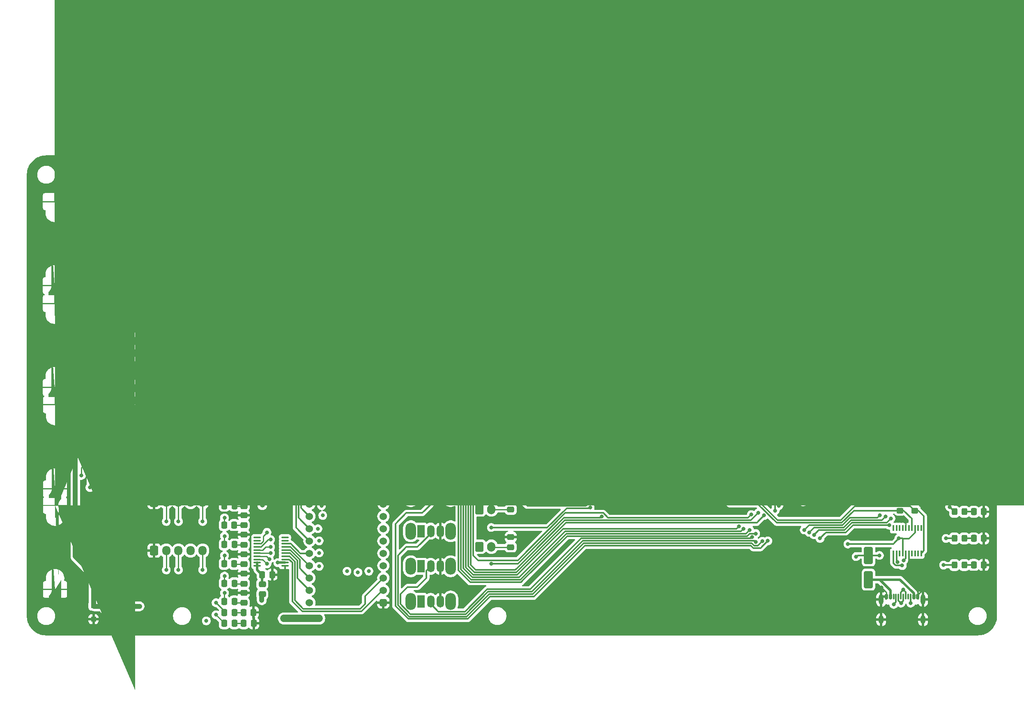
<source format=gbr>
%TF.GenerationSoftware,KiCad,Pcbnew,9.0.0*%
%TF.CreationDate,2025-03-17T17:50:44-07:00*%
%TF.ProjectId,MRIRobot_PCB,4d524952-6f62-46f7-945f-5043422e6b69,rev?*%
%TF.SameCoordinates,Original*%
%TF.FileFunction,Copper,L1,Top*%
%TF.FilePolarity,Positive*%
%FSLAX46Y46*%
G04 Gerber Fmt 4.6, Leading zero omitted, Abs format (unit mm)*
G04 Created by KiCad (PCBNEW 9.0.0) date 2025-03-17 17:50:44*
%MOMM*%
%LPD*%
G01*
G04 APERTURE LIST*
G04 Aperture macros list*
%AMRoundRect*
0 Rectangle with rounded corners*
0 $1 Rounding radius*
0 $2 $3 $4 $5 $6 $7 $8 $9 X,Y pos of 4 corners*
0 Add a 4 corners polygon primitive as box body*
4,1,4,$2,$3,$4,$5,$6,$7,$8,$9,$2,$3,0*
0 Add four circle primitives for the rounded corners*
1,1,$1+$1,$2,$3*
1,1,$1+$1,$4,$5*
1,1,$1+$1,$6,$7*
1,1,$1+$1,$8,$9*
0 Add four rect primitives between the rounded corners*
20,1,$1+$1,$2,$3,$4,$5,0*
20,1,$1+$1,$4,$5,$6,$7,0*
20,1,$1+$1,$6,$7,$8,$9,0*
20,1,$1+$1,$8,$9,$2,$3,0*%
%AMFreePoly0*
4,1,80,1.253536,1.953536,1.255000,1.950000,1.255000,-1.950000,1.253536,-1.953536,1.250000,-1.955000,-1.250000,-1.955000,-1.253536,-1.953536,-1.255000,-1.950000,-1.255000,-1.265000,-1.253536,-1.261464,-1.253263,-1.261211,-1.217323,-1.230262,-1.181415,-1.197347,-1.147534,-1.164462,-1.113644,-1.129576,-1.081744,-1.094685,-1.049831,-1.057786,-1.019926,-1.020902,-0.991025,-0.983033,-0.963090,-0.944123,
-0.936176,-0.904251,-0.910234,-0.864339,-0.885327,-0.823492,-0.862416,-0.781654,-0.840483,-0.738786,-0.819524,-0.695870,-0.799592,-0.652019,-0.781646,-0.608151,-0.764700,-0.563295,-0.748748,-0.517434,-0.733786,-0.471549,-0.720837,-0.425729,-0.709863,-0.379837,-0.709862,-0.379837,-0.698894,-0.332976,-0.689921,-0.286113,-0.681948,-0.238277,-0.675965,-0.191410,-0.670983,-0.143581,-0.667995,-0.095768,
-0.665997,-0.047832,-0.665001,0.000000,-0.665997,0.047832,-0.667996,0.095792,-0.670983,0.143581,-0.675965,0.191410,-0.681948,0.238277,-0.689921,0.286113,-0.698894,0.332976,-0.709862,0.379837,-0.709863,0.379837,-0.720837,0.425729,-0.733786,0.471549,-0.748754,0.517450,-0.764700,0.563295,-0.781646,0.608151,-0.799592,0.652019,-0.819524,0.695870,-0.840493,0.738806,-0.862416,0.781654,
-0.885327,0.823492,-0.910234,0.864339,-0.936176,0.904251,-0.963090,0.944123,-0.991025,0.983033,-1.019926,1.020902,-1.049831,1.057786,-1.081744,1.094685,-1.113644,1.129576,-1.147534,1.164462,-1.181415,1.197347,-1.217323,1.230262,-1.253263,1.261211,-1.254986,1.264628,-1.255000,1.265000,-1.255000,1.950000,-1.253536,1.953536,-1.250000,1.955000,1.250000,1.955000,1.253536,1.953536,
1.253536,1.953536,$1*%
%AMFreePoly1*
4,1,80,1.253536,1.953536,1.255000,1.950000,1.255000,1.265000,1.253536,1.261464,1.253263,1.261211,1.217323,1.230262,1.181415,1.197347,1.147534,1.164462,1.113644,1.129576,1.081744,1.094685,1.049831,1.057786,1.019926,1.020902,0.991025,0.983033,0.963090,0.944123,0.936176,0.904251,0.910234,0.864339,0.885327,0.823492,0.862416,0.781654,0.840493,0.738806,0.819524,0.695870,
0.799592,0.652019,0.781646,0.608151,0.764700,0.563295,0.748754,0.517450,0.733786,0.471549,0.720837,0.425729,0.709863,0.379837,0.709862,0.379837,0.698894,0.332976,0.689921,0.286113,0.681948,0.238277,0.675965,0.191410,0.670983,0.143581,0.667996,0.095792,0.665997,0.047832,0.665001,0.000000,0.665997,-0.047832,0.667995,-0.095768,0.670983,-0.143581,0.675965,-0.191410,
0.681948,-0.238277,0.689921,-0.286113,0.698894,-0.332976,0.709862,-0.379837,0.709863,-0.379837,0.720837,-0.425729,0.733786,-0.471549,0.748748,-0.517434,0.764700,-0.563295,0.781646,-0.608151,0.799592,-0.652019,0.819524,-0.695870,0.840483,-0.738786,0.862416,-0.781654,0.885327,-0.823492,0.910234,-0.864339,0.936176,-0.904251,0.963090,-0.944123,0.991025,-0.983033,1.019926,-1.020902,
1.049831,-1.057786,1.081744,-1.094685,1.113644,-1.129576,1.147534,-1.164462,1.181415,-1.197347,1.217323,-1.230262,1.253263,-1.261211,1.254986,-1.264628,1.255000,-1.265000,1.255000,-1.950000,1.253536,-1.953536,1.250000,-1.955000,-1.250000,-1.955000,-1.253536,-1.953536,-1.255000,-1.950000,-1.255000,1.950000,-1.253536,1.953536,-1.250000,1.955000,1.250000,1.955000,1.253536,1.953536,
1.253536,1.953536,$1*%
G04 Aperture macros list end*
%TA.AperFunction,SMDPad,CuDef*%
%ADD10RoundRect,0.250000X0.325000X0.450000X-0.325000X0.450000X-0.325000X-0.450000X0.325000X-0.450000X0*%
%TD*%
%TA.AperFunction,SMDPad,CuDef*%
%ADD11RoundRect,0.250000X-0.337500X-0.475000X0.337500X-0.475000X0.337500X0.475000X-0.337500X0.475000X0*%
%TD*%
%TA.AperFunction,SMDPad,CuDef*%
%ADD12RoundRect,0.250000X0.475000X-0.337500X0.475000X0.337500X-0.475000X0.337500X-0.475000X-0.337500X0*%
%TD*%
%TA.AperFunction,SMDPad,CuDef*%
%ADD13RoundRect,0.250000X-0.450000X0.262500X-0.450000X-0.262500X0.450000X-0.262500X0.450000X0.262500X0*%
%TD*%
%TA.AperFunction,ComponentPad*%
%ADD14RoundRect,0.250000X-0.600000X-0.750000X0.600000X-0.750000X0.600000X0.750000X-0.600000X0.750000X0*%
%TD*%
%TA.AperFunction,ComponentPad*%
%ADD15O,1.700000X2.000000*%
%TD*%
%TA.AperFunction,SMDPad,CuDef*%
%ADD16R,0.610000X1.910000*%
%TD*%
%TA.AperFunction,SMDPad,CuDef*%
%ADD17R,1.550000X1.205000*%
%TD*%
%TA.AperFunction,SMDPad,CuDef*%
%ADD18RoundRect,0.250000X0.450000X-0.262500X0.450000X0.262500X-0.450000X0.262500X-0.450000X-0.262500X0*%
%TD*%
%TA.AperFunction,ComponentPad*%
%ADD19R,1.605000X1.605000*%
%TD*%
%TA.AperFunction,ComponentPad*%
%ADD20C,1.605000*%
%TD*%
%TA.AperFunction,ComponentPad*%
%ADD21R,1.530000X1.530000*%
%TD*%
%TA.AperFunction,ComponentPad*%
%ADD22C,1.530000*%
%TD*%
%TA.AperFunction,ComponentPad*%
%ADD23RoundRect,0.250000X-0.600000X-0.725000X0.600000X-0.725000X0.600000X0.725000X-0.600000X0.725000X0*%
%TD*%
%TA.AperFunction,ComponentPad*%
%ADD24O,1.700000X1.950000*%
%TD*%
%TA.AperFunction,SMDPad,CuDef*%
%ADD25RoundRect,0.150000X-0.150000X-0.425000X0.150000X-0.425000X0.150000X0.425000X-0.150000X0.425000X0*%
%TD*%
%TA.AperFunction,SMDPad,CuDef*%
%ADD26RoundRect,0.075000X-0.075000X-0.500000X0.075000X-0.500000X0.075000X0.500000X-0.075000X0.500000X0*%
%TD*%
%TA.AperFunction,ComponentPad*%
%ADD27O,1.000000X2.100000*%
%TD*%
%TA.AperFunction,ComponentPad*%
%ADD28O,1.000000X1.800000*%
%TD*%
%TA.AperFunction,ComponentPad*%
%ADD29O,2.200000X3.500000*%
%TD*%
%TA.AperFunction,ComponentPad*%
%ADD30R,1.500000X2.500000*%
%TD*%
%TA.AperFunction,ComponentPad*%
%ADD31O,1.500000X2.500000*%
%TD*%
%TA.AperFunction,SMDPad,CuDef*%
%ADD32RoundRect,0.250000X0.337500X0.475000X-0.337500X0.475000X-0.337500X-0.475000X0.337500X-0.475000X0*%
%TD*%
%TA.AperFunction,SMDPad,CuDef*%
%ADD33RoundRect,0.250000X-0.475000X0.337500X-0.475000X-0.337500X0.475000X-0.337500X0.475000X0.337500X0*%
%TD*%
%TA.AperFunction,ComponentPad*%
%ADD34R,1.600000X1.600000*%
%TD*%
%TA.AperFunction,ComponentPad*%
%ADD35C,1.600000*%
%TD*%
%TA.AperFunction,SMDPad,CuDef*%
%ADD36RoundRect,0.250000X-0.300000X0.300000X-0.300000X-0.300000X0.300000X-0.300000X0.300000X0.300000X0*%
%TD*%
%TA.AperFunction,SMDPad,CuDef*%
%ADD37R,3.050000X0.610000*%
%TD*%
%TA.AperFunction,SMDPad,CuDef*%
%ADD38FreePoly0,270.000000*%
%TD*%
%TA.AperFunction,SMDPad,CuDef*%
%ADD39FreePoly1,270.000000*%
%TD*%
%TA.AperFunction,SMDPad,CuDef*%
%ADD40RoundRect,0.100000X0.637500X0.100000X-0.637500X0.100000X-0.637500X-0.100000X0.637500X-0.100000X0*%
%TD*%
%TA.AperFunction,SMDPad,CuDef*%
%ADD41RoundRect,0.250000X0.650000X-1.500000X0.650000X1.500000X-0.650000X1.500000X-0.650000X-1.500000X0*%
%TD*%
%TA.AperFunction,SMDPad,CuDef*%
%ADD42RoundRect,0.250000X0.450000X-0.325000X0.450000X0.325000X-0.450000X0.325000X-0.450000X-0.325000X0*%
%TD*%
%TA.AperFunction,SMDPad,CuDef*%
%ADD43RoundRect,0.250000X-0.650000X1.500000X-0.650000X-1.500000X0.650000X-1.500000X0.650000X1.500000X0*%
%TD*%
%TA.AperFunction,SMDPad,CuDef*%
%ADD44RoundRect,0.250000X-0.262500X-0.450000X0.262500X-0.450000X0.262500X0.450000X-0.262500X0.450000X0*%
%TD*%
%TA.AperFunction,ComponentPad*%
%ADD45RoundRect,1.500000X-1.500000X-1.500000X1.500000X-1.500000X1.500000X1.500000X-1.500000X1.500000X0*%
%TD*%
%TA.AperFunction,ComponentPad*%
%ADD46C,6.000000*%
%TD*%
%TA.AperFunction,SMDPad,CuDef*%
%ADD47R,1.500000X2.200000*%
%TD*%
%TA.AperFunction,SMDPad,CuDef*%
%ADD48RoundRect,0.250000X-0.250000X-0.475000X0.250000X-0.475000X0.250000X0.475000X-0.250000X0.475000X0*%
%TD*%
%TA.AperFunction,SMDPad,CuDef*%
%ADD49RoundRect,0.250000X0.250000X0.475000X-0.250000X0.475000X-0.250000X-0.475000X0.250000X-0.475000X0*%
%TD*%
%TA.AperFunction,ComponentPad*%
%ADD50C,1.524000*%
%TD*%
%TA.AperFunction,ComponentPad*%
%ADD51RoundRect,0.381000X-0.381000X-0.381000X0.381000X-0.381000X0.381000X0.381000X-0.381000X0.381000X0*%
%TD*%
%TA.AperFunction,SMDPad,CuDef*%
%ADD52RoundRect,0.250000X-0.450000X-0.800000X0.450000X-0.800000X0.450000X0.800000X-0.450000X0.800000X0*%
%TD*%
%TA.AperFunction,SMDPad,CuDef*%
%ADD53R,0.400000X1.200000*%
%TD*%
%TA.AperFunction,ViaPad*%
%ADD54C,0.800000*%
%TD*%
%TA.AperFunction,Conductor*%
%ADD55C,0.250000*%
%TD*%
%TA.AperFunction,Conductor*%
%ADD56C,0.300000*%
%TD*%
%TA.AperFunction,Conductor*%
%ADD57C,0.500000*%
%TD*%
%TA.AperFunction,Conductor*%
%ADD58C,2.000000*%
%TD*%
%TA.AperFunction,Conductor*%
%ADD59C,1.000000*%
%TD*%
%TA.AperFunction,Conductor*%
%ADD60C,1.500000*%
%TD*%
G04 APERTURE END LIST*
D10*
%TO.P,D113,2,A*%
%TO.N,Net-(D113-A)*%
X78725000Y-93750000D03*
%TO.P,D113,1,K*%
%TO.N,/UART3TX*%
X80775000Y-93750000D03*
%TD*%
D11*
%TO.P,R87,1*%
%TO.N,+3.3V*%
X74712500Y-93750000D03*
%TO.P,R87,2*%
%TO.N,Net-(D113-A)*%
X76787500Y-93750000D03*
%TD*%
%TO.P,R86,1*%
%TO.N,+3.3V*%
X74762500Y-91500000D03*
%TO.P,R86,2*%
%TO.N,Net-(D112-A)*%
X76837500Y-91500000D03*
%TD*%
D10*
%TO.P,D112,1,K*%
%TO.N,/UART3RX*%
X80800000Y-91500000D03*
%TO.P,D112,2,A*%
%TO.N,Net-(D112-A)*%
X78750000Y-91500000D03*
%TD*%
D12*
%TO.P,R53,1*%
%TO.N,/Home5*%
X125750000Y-141037500D03*
%TO.P,R53,2*%
%TO.N,GND*%
X125750000Y-138962500D03*
%TD*%
%TO.P,C32,1*%
%TO.N,/B3_LP*%
X70750000Y-128325000D03*
%TO.P,C32,2*%
%TO.N,GND*%
X70750000Y-126250000D03*
%TD*%
D11*
%TO.P,C25,1*%
%TO.N,/B6_LP*%
X70675000Y-162250000D03*
%TO.P,C25,2*%
%TO.N,GND*%
X72750000Y-162250000D03*
%TD*%
D13*
%TO.P,R58,1*%
%TO.N,/24V_3.3V*%
X224000000Y-94175000D03*
%TO.P,R58,2*%
%TO.N,Net-(U5-EN)*%
X224000000Y-96000000D03*
%TD*%
D14*
%TO.P,J14,1,Pin_1*%
%TO.N,/3V3_home*%
X119250000Y-111000000D03*
D15*
%TO.P,J14,2,Pin_2*%
%TO.N,/Home1*%
X121750000Y-111000000D03*
%TD*%
D11*
%TO.P,C22,1*%
%TO.N,/I0_LP*%
X70750000Y-89250000D03*
%TO.P,C22,2*%
%TO.N,GND*%
X72825000Y-89250000D03*
%TD*%
D16*
%TO.P,U4,1,BOOT*%
%TO.N,Net-(U4-BOOT)*%
X204460000Y-104677500D03*
%TO.P,U4,2,NC*%
%TO.N,unconnected-(U4-NC-Pad2)*%
X205730000Y-104677500D03*
%TO.P,U4,3,NC*%
%TO.N,unconnected-(U4-NC-Pad3)*%
X207000000Y-104677500D03*
%TO.P,U4,4,FB*%
%TO.N,Net-(D4-A)*%
X208270000Y-104677500D03*
%TO.P,U4,5,EN*%
%TO.N,Net-(U4-EN)*%
X208270000Y-99117500D03*
%TO.P,U4,6,GND*%
%TO.N,GND*%
X207000000Y-99117500D03*
%TO.P,U4,7,VIN*%
%TO.N,/24V_5V*%
X205730000Y-99117500D03*
%TO.P,U4,8,SW*%
%TO.N,Net-(D2-K)*%
X204460000Y-99117500D03*
D17*
%TO.P,U4,9,EP*%
%TO.N,GND*%
X205590000Y-102500000D03*
X207140000Y-102500000D03*
X205590000Y-101295000D03*
X207140000Y-101295000D03*
%TD*%
D18*
%TO.P,R63,1*%
%TO.N,Net-(D5-A)*%
X223000000Y-108530000D03*
%TO.P,R63,2*%
%TO.N,Net-(U5-FB)*%
X223000000Y-106705000D03*
%TD*%
D19*
%TO.P,U1,CN5_1,D8*%
%TO.N,unconnected-(U1F-D8-PadCN5_1)*%
X137760000Y-110880000D03*
D20*
%TO.P,U1,CN5_2,D9*%
%TO.N,unconnected-(U1F-D9-PadCN5_2)*%
X137760000Y-113420000D03*
%TO.P,U1,CN5_3,D10*%
%TO.N,unconnected-(U1F-D10-PadCN5_3)*%
X137760000Y-115960000D03*
%TO.P,U1,CN5_4,D11*%
%TO.N,unconnected-(U1F-D11-PadCN5_4)*%
X137760000Y-118500000D03*
%TO.P,U1,CN5_5,D12*%
%TO.N,unconnected-(U1F-D12-PadCN5_5)*%
X137760000Y-121040000D03*
%TO.P,U1,CN5_6,D13*%
%TO.N,unconnected-(U1F-D13-PadCN5_6)*%
X137760000Y-123580000D03*
%TO.P,U1,CN5_7,CN5_GND*%
%TO.N,unconnected-(U1F-CN5_GND-PadCN5_7)*%
X137760000Y-126120000D03*
%TO.P,U1,CN5_8,AREF*%
%TO.N,unconnected-(U1F-AREF-PadCN5_8)*%
X137760000Y-128660000D03*
%TO.P,U1,CN5_9,D14*%
%TO.N,unconnected-(U1F-D14-PadCN5_9)*%
X137760000Y-131200000D03*
%TO.P,U1,CN5_10,D15*%
%TO.N,unconnected-(U1F-D15-PadCN5_10)*%
X137760000Y-133740000D03*
D19*
%TO.P,U1,CN6_1*%
%TO.N,N/C*%
X186020000Y-124600000D03*
D20*
%TO.P,U1,CN6_2,CN6_IOREF*%
%TO.N,unconnected-(U1C-CN6_IOREF-PadCN6_2)*%
X186020000Y-122060000D03*
%TO.P,U1,CN6_3,CN6_RESET*%
%TO.N,unconnected-(U1C-CN6_RESET-PadCN6_3)*%
X186020000Y-119520000D03*
%TO.P,U1,CN6_4,CN6_+3V3*%
%TO.N,+3.3V*%
X186020000Y-116980000D03*
%TO.P,U1,CN6_5,CN6_+5V*%
%TO.N,+5V*%
X186020000Y-114440000D03*
%TO.P,U1,CN6_6,CN6_GND*%
%TO.N,GND*%
X186020000Y-111900000D03*
%TO.P,U1,CN6_7,CN6_GND*%
X186020000Y-109360000D03*
%TO.P,U1,CN6_8,CN6_VIN*%
%TO.N,unconnected-(U1C-CN6_VIN-PadCN6_8)*%
X186020000Y-106820000D03*
D21*
%TO.P,U1,CN7_1,PC10*%
%TO.N,/UART3TX*%
X193640000Y-134760000D03*
D22*
%TO.P,U1,CN7_2,PC11*%
%TO.N,/UART3RX*%
X191100000Y-134760000D03*
%TO.P,U1,CN7_3,PC12*%
%TO.N,/UART5TX*%
X193640000Y-132220000D03*
%TO.P,U1,CN7_4,PD2*%
%TO.N,/UART5RX*%
X191100000Y-132220000D03*
%TO.P,U1,CN7_5,VDD*%
%TO.N,unconnected-(U1A-VDD-PadCN7_5)*%
X193640000Y-129680000D03*
%TO.P,U1,CN7_6,E5V*%
%TO.N,unconnected-(U1A-E5V-PadCN7_6)*%
X191100000Y-129680000D03*
%TO.P,U1,CN7_7,BOOT0*%
%TO.N,unconnected-(U1A-BOOT0-PadCN7_7)*%
X193640000Y-127140000D03*
%TO.P,U1,CN7_8,CN7_GND*%
%TO.N,GND*%
X191100000Y-127140000D03*
%TO.P,U1,CN7_9*%
%TO.N,N/C*%
X193640000Y-124600000D03*
%TO.P,U1,CN7_10*%
X191100000Y-124600000D03*
%TO.P,U1,CN7_11*%
X193640000Y-122060000D03*
%TO.P,U1,CN7_12,CN7_IOREF*%
%TO.N,unconnected-(U1A-CN7_IOREF-PadCN7_12)*%
X191100000Y-122060000D03*
%TO.P,U1,CN7_13,PA13*%
%TO.N,unconnected-(U1A-PA13-PadCN7_13)*%
X193640000Y-119520000D03*
%TO.P,U1,CN7_14,CN7_RESET*%
%TO.N,unconnected-(U1A-CN7_RESET-PadCN7_14)*%
X191100000Y-119520000D03*
%TO.P,U1,CN7_15,PA14*%
%TO.N,unconnected-(U1A-PA14-PadCN7_15)*%
X193640000Y-116980000D03*
%TO.P,U1,CN7_16,CN7_+3V3*%
%TO.N,+3.3V*%
X191100000Y-116980000D03*
%TO.P,U1,CN7_17,PA15*%
%TO.N,/LED3*%
X193640000Y-114440000D03*
%TO.P,U1,CN7_18,CN7_+5V*%
%TO.N,+5V*%
X191100000Y-114440000D03*
%TO.P,U1,CN7_19,CN7_GND*%
%TO.N,GND*%
X193640000Y-111900000D03*
%TO.P,U1,CN7_20,CN7_GND*%
X191100000Y-111900000D03*
%TO.P,U1,CN7_21,PB7*%
%TO.N,/U_PWM5*%
X193640000Y-109360000D03*
%TO.P,U1,CN7_22,CN7_GND*%
%TO.N,GND*%
X191100000Y-109360000D03*
%TO.P,U1,CN7_23,PC13*%
%TO.N,/U_Dir0*%
X193640000Y-106820000D03*
%TO.P,U1,CN7_24,CN7_VIN*%
%TO.N,unconnected-(U1A-CN7_VIN-PadCN7_24)*%
X191100000Y-106820000D03*
%TO.P,U1,CN7_25,PC14*%
%TO.N,/Home1*%
X193640000Y-104280000D03*
%TO.P,U1,CN7_26*%
%TO.N,N/C*%
X191100000Y-104280000D03*
%TO.P,U1,CN7_27,PC15*%
%TO.N,/Home2*%
X193640000Y-101740000D03*
%TO.P,U1,CN7_28,PA0*%
%TO.N,/UART4TX*%
X191100000Y-101740000D03*
%TO.P,U1,CN7_29,PH0*%
%TO.N,/LED1*%
X193640000Y-99200000D03*
%TO.P,U1,CN7_30,PA1*%
%TO.N,/UART4RX*%
X191100000Y-99200000D03*
%TO.P,U1,CN7_31,PH1*%
%TO.N,/LED0*%
X193640000Y-96660000D03*
%TO.P,U1,CN7_32,PA4*%
%TO.N,/Home0*%
X191100000Y-96660000D03*
%TO.P,U1,CN7_33,VBAT*%
%TO.N,unconnected-(U1A-VBAT-PadCN7_33)*%
X193640000Y-94120000D03*
%TO.P,U1,CN7_34,PB0*%
%TO.N,/LED2*%
X191100000Y-94120000D03*
%TO.P,U1,CN7_35,PC2*%
%TO.N,/SW2*%
X193640000Y-91580000D03*
%TO.P,U1,CN7_36,PC1/PB9*%
%TO.N,/SW1*%
X191100000Y-91580000D03*
%TO.P,U1,CN7_37,PC3*%
%TO.N,/SW3*%
X193640000Y-89040000D03*
%TO.P,U1,CN7_38,PC0/PB8*%
%TO.N,/SW0*%
X191100000Y-89040000D03*
D19*
%TO.P,U1,CN8_1,A0*%
%TO.N,unconnected-(U1E-A0-PadCN8_1)*%
X186020000Y-101740000D03*
D20*
%TO.P,U1,CN8_2,A1*%
%TO.N,unconnected-(U1E-A1-PadCN8_2)*%
X186020000Y-99200000D03*
%TO.P,U1,CN8_3,A2*%
%TO.N,unconnected-(U1E-A2-PadCN8_3)*%
X186020000Y-96660000D03*
%TO.P,U1,CN8_4,A3*%
%TO.N,unconnected-(U1E-A3-PadCN8_4)*%
X186020000Y-94120000D03*
%TO.P,U1,CN8_5,A4*%
%TO.N,unconnected-(U1E-A4-PadCN8_5)*%
X186020000Y-91580000D03*
%TO.P,U1,CN8_6,A5*%
%TO.N,unconnected-(U1E-A5-PadCN8_6)*%
X186020000Y-89040000D03*
D19*
%TO.P,U1,CN9_1,D0*%
%TO.N,unconnected-(U1D-D0-PadCN9_1)*%
X137760000Y-89040000D03*
D20*
%TO.P,U1,CN9_2,D1*%
%TO.N,unconnected-(U1D-D1-PadCN9_2)*%
X137760000Y-91580000D03*
%TO.P,U1,CN9_3,D2*%
%TO.N,unconnected-(U1D-D2-PadCN9_3)*%
X137760000Y-94120000D03*
%TO.P,U1,CN9_4,D3*%
%TO.N,unconnected-(U1D-D3-PadCN9_4)*%
X137760000Y-96660000D03*
%TO.P,U1,CN9_5,D4*%
%TO.N,unconnected-(U1D-D4-PadCN9_5)*%
X137760000Y-99200000D03*
%TO.P,U1,CN9_6,D5*%
%TO.N,unconnected-(U1D-D5-PadCN9_6)*%
X137760000Y-101740000D03*
%TO.P,U1,CN9_7,D6*%
%TO.N,unconnected-(U1D-D6-PadCN9_7)*%
X137760000Y-104280000D03*
%TO.P,U1,CN9_8,D7*%
%TO.N,unconnected-(U1D-D7-PadCN9_8)*%
X137760000Y-106820000D03*
D21*
%TO.P,U1,CN10_1,PC9*%
%TO.N,/U_PWM3*%
X132680000Y-134760000D03*
D22*
%TO.P,U1,CN10_2,PC8*%
%TO.N,/U_PWM2*%
X130140000Y-134760000D03*
%TO.P,U1,CN10_3,PB8*%
%TO.N,/U_PWM6*%
X132680000Y-132220000D03*
%TO.P,U1,CN10_4,PC6*%
%TO.N,/UART6TX*%
X130140000Y-132220000D03*
%TO.P,U1,CN10_5,PB9*%
%TO.N,/U_En3*%
X132680000Y-129680000D03*
%TO.P,U1,CN10_6,PC5*%
%TO.N,/U_Dir4*%
X130140000Y-129680000D03*
%TO.P,U1,CN10_7,AVDD*%
%TO.N,unconnected-(U1B-AVDD-PadCN10_7)*%
X132680000Y-127140000D03*
%TO.P,U1,CN10_8,U5V*%
%TO.N,unconnected-(U1B-U5V-PadCN10_8)*%
X130140000Y-127140000D03*
%TO.P,U1,CN10_9,CN10_GND*%
%TO.N,GND*%
X132680000Y-124600000D03*
%TO.P,U1,CN10_10*%
%TO.N,N/C*%
X130140000Y-124600000D03*
%TO.P,U1,CN10_11,PA5*%
%TO.N,/U_Dir1*%
X132680000Y-122060000D03*
%TO.P,U1,CN10_12,PA12*%
%TO.N,/Home6*%
X130140000Y-122060000D03*
%TO.P,U1,CN10_13,PA6*%
%TO.N,/U_Dir2*%
X132680000Y-119520000D03*
%TO.P,U1,CN10_14,PA11*%
%TO.N,/Home5*%
X130140000Y-119520000D03*
%TO.P,U1,CN10_15,PA7*%
%TO.N,/Home3*%
X132680000Y-116980000D03*
%TO.P,U1,CN10_16,PB12*%
%TO.N,/U_En5*%
X130140000Y-116980000D03*
%TO.P,U1,CN10_17,PB6*%
%TO.N,/U_PWM4*%
X132680000Y-114440000D03*
%TO.P,U1,CN10_18*%
%TO.N,N/C*%
X130140000Y-114440000D03*
%TO.P,U1,CN10_19,PC7*%
%TO.N,/UART6RX*%
X132680000Y-111900000D03*
%TO.P,U1,CN10_20,CN10_GND*%
%TO.N,GND*%
X130140000Y-111900000D03*
%TO.P,U1,CN10_21,PA9*%
%TO.N,/UART1TX*%
X132680000Y-109360000D03*
%TO.P,U1,CN10_22,PB2*%
%TO.N,/U_En1*%
X130140000Y-109360000D03*
%TO.P,U1,CN10_23,PA8*%
%TO.N,/Home4*%
X132680000Y-106820000D03*
%TO.P,U1,CN10_24,PB1*%
%TO.N,/U_En0*%
X130140000Y-106820000D03*
%TO.P,U1,CN10_25,PB10*%
%TO.N,/U_En4*%
X132680000Y-104280000D03*
%TO.P,U1,CN10_26,PB15*%
%TO.N,/U_Dir5*%
X130140000Y-104280000D03*
%TO.P,U1,CN10_27,PB4*%
%TO.N,/U_PWM0*%
X132680000Y-101740000D03*
%TO.P,U1,CN10_28,PB14*%
%TO.N,/U_Dir6*%
X130140000Y-101740000D03*
%TO.P,U1,CN10_29,PB5*%
%TO.N,/U_PWM1*%
X132680000Y-99200000D03*
%TO.P,U1,CN10_30,PB13*%
%TO.N,/U_En6*%
X130140000Y-99200000D03*
%TO.P,U1,CN10_31,PB3*%
%TO.N,/U_En2*%
X132680000Y-96660000D03*
%TO.P,U1,CN10_32,AGND*%
%TO.N,GND*%
X130140000Y-96660000D03*
%TO.P,U1,CN10_33,PA10*%
%TO.N,/UART1RX*%
X132680000Y-94120000D03*
%TO.P,U1,CN10_34,PC4*%
%TO.N,/U_Dir3*%
X130140000Y-94120000D03*
%TO.P,U1,CN10_35,PA2*%
%TO.N,unconnected-(U1B-PA2-PadCN10_35)*%
X132680000Y-91580000D03*
%TO.P,U1,CN10_36*%
%TO.N,N/C*%
X130140000Y-91580000D03*
%TO.P,U1,CN10_37,PA3*%
%TO.N,unconnected-(U1B-PA3-PadCN10_37)*%
X132680000Y-89040000D03*
%TO.P,U1,CN10_38*%
%TO.N,N/C*%
X130140000Y-89040000D03*
%TD*%
D23*
%TO.P,J27,1,Pin_1*%
%TO.N,/U_Ana6*%
X65500000Y-70500000D03*
D24*
%TO.P,J27,2,Pin_2*%
%TO.N,GND*%
X68000000Y-70500000D03*
%TO.P,J27,3,Pin_3*%
%TO.N,/U_En6*%
X70500000Y-70500000D03*
%TO.P,J27,4,Pin_4*%
%TO.N,/U_Dir6*%
X73000000Y-70500000D03*
%TO.P,J27,5,Pin_5*%
%TO.N,/U_EncA6*%
X75500000Y-70500000D03*
%TO.P,J27,6,Pin_6*%
%TO.N,/U_EncB6*%
X78000000Y-70500000D03*
%TO.P,J27,7,Pin_7*%
%TO.N,/U_EncI6*%
X80500000Y-70500000D03*
%TO.P,J27,8,Pin_8*%
%TO.N,unconnected-(J27-Pin_8-Pad8)*%
X83000000Y-70500000D03*
%TD*%
D11*
%TO.P,R8,1*%
%TO.N,/A0*%
X66675000Y-96250000D03*
%TO.P,R8,2*%
%TO.N,/A0_LP*%
X68750000Y-96250000D03*
%TD*%
%TO.P,R73,1*%
%TO.N,/U_En4*%
X102425000Y-75750000D03*
%TO.P,R73,2*%
%TO.N,GND*%
X104500000Y-75750000D03*
%TD*%
D25*
%TO.P,J4,A1,GND*%
%TO.N,GND*%
X203222500Y-158995000D03*
%TO.P,J4,A4,VBUS*%
%TO.N,Net-(D1-A)*%
X204022500Y-158995000D03*
D26*
%TO.P,J4,A5,CC1*%
%TO.N,Net-(J4-CC1)*%
X205172500Y-158995000D03*
%TO.P,J4,A6,D+*%
%TO.N,/USB_P*%
X206172500Y-158995000D03*
%TO.P,J4,A7,D-*%
%TO.N,/USB_N*%
X206672500Y-158995000D03*
%TO.P,J4,A8,SBU1*%
%TO.N,unconnected-(J4-SBU1-PadA8)*%
X207672500Y-158995000D03*
D25*
%TO.P,J4,A9,VBUS*%
%TO.N,Net-(D1-A)*%
X208822500Y-158995000D03*
%TO.P,J4,A12,GND*%
%TO.N,GND*%
X209622500Y-158995000D03*
%TO.P,J4,B1,GND*%
X209622500Y-158995000D03*
%TO.P,J4,B4,VBUS*%
%TO.N,Net-(D1-A)*%
X208822500Y-158995000D03*
D26*
%TO.P,J4,B5,CC2*%
%TO.N,Net-(J4-CC2)*%
X208172500Y-158995000D03*
%TO.P,J4,B6,D+*%
%TO.N,/USB_P*%
X207172500Y-158995000D03*
%TO.P,J4,B7,D-*%
%TO.N,/USB_N*%
X205672500Y-158995000D03*
%TO.P,J4,B8,SBU2*%
%TO.N,unconnected-(J4-SBU2-PadB8)*%
X204672500Y-158995000D03*
D25*
%TO.P,J4,B9,VBUS*%
%TO.N,Net-(D1-A)*%
X204022500Y-158995000D03*
%TO.P,J4,B12,GND*%
%TO.N,GND*%
X203222500Y-158995000D03*
D27*
%TO.P,J4,S1,SHIELD*%
X202102500Y-159570000D03*
D28*
X202102500Y-163750000D03*
D27*
X210742500Y-159570000D03*
D28*
X210742500Y-163750000D03*
%TD*%
D12*
%TO.P,R3,1*%
%TO.N,+5V*%
X74537500Y-158512500D03*
%TO.P,R3,2*%
%TO.N,Net-(U8-B_REF)*%
X74537500Y-156437500D03*
%TD*%
D29*
%TO.P,SW6,*%
%TO.N,*%
X105150000Y-160000000D03*
X113350000Y-160000000D03*
D30*
%TO.P,SW6,1,A*%
%TO.N,+3.3V*%
X107250000Y-160000000D03*
D31*
%TO.P,SW6,2,B*%
%TO.N,/SW3*%
X109250000Y-160000000D03*
%TO.P,SW6,3,C*%
%TO.N,GND*%
X111250000Y-160000000D03*
%TD*%
D10*
%TO.P,D7,1,K*%
%TO.N,Net-(D7-K)*%
X220317621Y-127000000D03*
%TO.P,D7,2,A*%
%TO.N,+3.3V*%
X218267621Y-127000000D03*
%TD*%
D29*
%TO.P,SW3,*%
%TO.N,*%
X105150000Y-138250000D03*
X113350000Y-138250000D03*
D30*
%TO.P,SW3,1,A*%
%TO.N,+3.3V*%
X107250000Y-138250000D03*
D31*
%TO.P,SW3,2,B*%
%TO.N,/SW0*%
X109250000Y-138250000D03*
%TO.P,SW3,3,C*%
%TO.N,GND*%
X111250000Y-138250000D03*
%TD*%
D11*
%TO.P,R69,1*%
%TO.N,Net-(D7-K)*%
X222292621Y-127040000D03*
%TO.P,R69,2*%
%TO.N,GND*%
X224367621Y-127040000D03*
%TD*%
D32*
%TO.P,R76,1*%
%TO.N,/U_PWM5*%
X68547500Y-85500000D03*
%TO.P,R76,2*%
%TO.N,/U_Ana5*%
X66472500Y-85500000D03*
%TD*%
D11*
%TO.P,R12,1*%
%TO.N,/B6*%
X66712500Y-162250000D03*
%TO.P,R12,2*%
%TO.N,/B6_LP*%
X68787500Y-162250000D03*
%TD*%
%TO.P,R27,1*%
%TO.N,/A5*%
X66712500Y-156250000D03*
%TO.P,R27,2*%
%TO.N,/A5_LP*%
X68787500Y-156250000D03*
%TD*%
D14*
%TO.P,J10,1,Pin_1*%
%TO.N,/3V3_home*%
X119250000Y-103250000D03*
D15*
%TO.P,J10,2,Pin_2*%
%TO.N,/Home0*%
X121750000Y-103250000D03*
%TD*%
D11*
%TO.P,R31,1*%
%TO.N,/I6*%
X66712500Y-164500000D03*
%TO.P,R31,2*%
%TO.N,/I6_LP*%
X68787500Y-164500000D03*
%TD*%
%TO.P,C17,1*%
%TO.N,Net-(U6-B_REF)*%
X74250000Y-114725000D03*
%TO.P,C17,2*%
%TO.N,GND*%
X76325000Y-114725000D03*
%TD*%
D29*
%TO.P,SW2,*%
%TO.N,*%
X214025000Y-88000000D03*
X222225000Y-88000000D03*
D30*
%TO.P,SW2,1,A*%
%TO.N,+24V*%
X216125000Y-88000000D03*
D31*
%TO.P,SW2,2,B*%
%TO.N,/24V_3.3V*%
X218125000Y-88000000D03*
%TO.P,SW2,3,C*%
%TO.N,GND*%
X220125000Y-88000000D03*
%TD*%
D32*
%TO.P,C7,1*%
%TO.N,/U_Ana1*%
X170500000Y-75750000D03*
%TO.P,C7,2*%
%TO.N,GND*%
X168425000Y-75750000D03*
%TD*%
D11*
%TO.P,R55,1*%
%TO.N,/U_En0*%
X176712500Y-85000000D03*
%TO.P,R55,2*%
%TO.N,GND*%
X178787500Y-85000000D03*
%TD*%
D33*
%TO.P,R5,1*%
%TO.N,+3.3V*%
X209007500Y-135175000D03*
%TO.P,R5,2*%
%TO.N,Net-(D14-A)*%
X209007500Y-137250000D03*
%TD*%
D32*
%TO.P,C14,1*%
%TO.N,/U_Ana4*%
X96500000Y-75750000D03*
%TO.P,C14,2*%
%TO.N,GND*%
X94425000Y-75750000D03*
%TD*%
D11*
%TO.P,R61,1*%
%TO.N,/U_En1*%
X176425000Y-75750000D03*
%TO.P,R61,2*%
%TO.N,GND*%
X178500000Y-75750000D03*
%TD*%
D34*
%TO.P,C11,1*%
%TO.N,Net-(D5-A)*%
X220317621Y-121000000D03*
D35*
%TO.P,C11,2*%
%TO.N,GND*%
X222817621Y-121000000D03*
%TD*%
D11*
%TO.P,R20,1*%
%TO.N,/I2*%
X66675000Y-112250000D03*
%TO.P,R20,2*%
%TO.N,/I2_LP*%
X68750000Y-112250000D03*
%TD*%
D12*
%TO.P,R47,1*%
%TO.N,/Home0*%
X125750000Y-103287500D03*
%TO.P,R47,2*%
%TO.N,GND*%
X125750000Y-101212500D03*
%TD*%
D34*
%TO.P,C3,1*%
%TO.N,/24V_3.3V*%
X214500000Y-96500000D03*
D35*
%TO.P,C3,2*%
%TO.N,GND*%
X212500000Y-96500000D03*
%TD*%
D36*
%TO.P,D110,1,A1*%
%TO.N,/5V_E2*%
X39750000Y-160850000D03*
%TO.P,D110,2,A2*%
%TO.N,GND*%
X39750000Y-163650000D03*
%TD*%
D11*
%TO.P,C19,1*%
%TO.N,Net-(U8-B_REF)*%
X74500000Y-154475000D03*
%TO.P,C19,2*%
%TO.N,GND*%
X76575000Y-154475000D03*
%TD*%
D16*
%TO.P,U5,1,BOOT*%
%TO.N,Net-(U5-BOOT)*%
X217230000Y-104677500D03*
%TO.P,U5,2,NC*%
%TO.N,unconnected-(U5-NC-Pad2)*%
X218500000Y-104677500D03*
%TO.P,U5,3,NC*%
%TO.N,unconnected-(U5-NC-Pad3)*%
X219770000Y-104677500D03*
%TO.P,U5,4,FB*%
%TO.N,Net-(U5-FB)*%
X221040000Y-104677500D03*
%TO.P,U5,5,EN*%
%TO.N,Net-(U5-EN)*%
X221040000Y-99117500D03*
%TO.P,U5,6,GND*%
%TO.N,GND*%
X219770000Y-99117500D03*
%TO.P,U5,7,VIN*%
%TO.N,/24V_3.3V*%
X218500000Y-99117500D03*
%TO.P,U5,8,SW*%
%TO.N,Net-(D3-K)*%
X217230000Y-99117500D03*
D17*
%TO.P,U5,9,EP*%
%TO.N,GND*%
X218360000Y-102500000D03*
X219910000Y-102500000D03*
X218360000Y-101295000D03*
X219910000Y-101295000D03*
%TD*%
D23*
%TO.P,J24,1,Pin_1*%
%TO.N,/U_Ana5*%
X65500000Y-80200000D03*
D24*
%TO.P,J24,2,Pin_2*%
%TO.N,GND*%
X68000000Y-80200000D03*
%TO.P,J24,3,Pin_3*%
%TO.N,/U_En5*%
X70500000Y-80200000D03*
%TO.P,J24,4,Pin_4*%
%TO.N,/U_Dir5*%
X73000000Y-80200000D03*
%TO.P,J24,5,Pin_5*%
%TO.N,/U_EncA5*%
X75500000Y-80200000D03*
%TO.P,J24,6,Pin_6*%
%TO.N,/U_EncB5*%
X78000000Y-80200000D03*
%TO.P,J24,7,Pin_7*%
%TO.N,/U_EncI5*%
X80500000Y-80200000D03*
%TO.P,J24,8,Pin_8*%
%TO.N,unconnected-(J24-Pin_8-Pad8)*%
X83000000Y-80200000D03*
%TD*%
D37*
%TO.P,J33,1,1*%
%TO.N,/B5*%
X41805000Y-131670000D03*
%TO.P,J33,2,2*%
%TO.N,/A5*%
X41805000Y-130650000D03*
%TO.P,J33,3,3*%
%TO.N,/I5*%
X41805000Y-129630000D03*
%TO.P,J33,4,4*%
%TO.N,/5V_E2*%
X41805000Y-128610000D03*
%TO.P,J33,5,5*%
%TO.N,/I4*%
X41805000Y-127590000D03*
%TO.P,J33,6,6*%
%TO.N,/B4*%
X41805000Y-126570000D03*
%TO.P,J33,7,7*%
%TO.N,/A4*%
X41805000Y-125550000D03*
%TO.P,J33,8,8*%
%TO.N,GND*%
X41805000Y-124530000D03*
D38*
%TO.P,J33,SH1,SHIELD*%
X31825000Y-136760000D03*
D39*
%TO.P,J33,SH2,SHIELD__1*%
X31825000Y-119440000D03*
%TD*%
D32*
%TO.P,R60,1*%
%TO.N,/U_PWM1*%
X174500000Y-75750000D03*
%TO.P,R60,2*%
%TO.N,/U_Ana1*%
X172425000Y-75750000D03*
%TD*%
D11*
%TO.P,R23,1*%
%TO.N,/B3*%
X66675000Y-128250000D03*
%TO.P,R23,2*%
%TO.N,/B3_LP*%
X68750000Y-128250000D03*
%TD*%
D12*
%TO.P,C33,1*%
%TO.N,/A3_LP*%
X70750000Y-132325000D03*
%TO.P,C33,2*%
%TO.N,GND*%
X70750000Y-130250000D03*
%TD*%
D11*
%TO.P,R68,1*%
%TO.N,Net-(D6-K)*%
X210292621Y-127000000D03*
%TO.P,R68,2*%
%TO.N,GND*%
X212367621Y-127000000D03*
%TD*%
D37*
%TO.P,J28,1,1*%
%TO.N,/B3*%
X41730000Y-110770000D03*
%TO.P,J28,2,2*%
%TO.N,/A3*%
X41730000Y-109750000D03*
%TO.P,J28,3,3*%
%TO.N,/I3*%
X41730000Y-108730000D03*
%TO.P,J28,4,4*%
%TO.N,/5V_E2*%
X41730000Y-107710000D03*
%TO.P,J28,5,5*%
%TO.N,/I2*%
X41730000Y-106690000D03*
%TO.P,J28,6,6*%
%TO.N,/B2*%
X41730000Y-105670000D03*
%TO.P,J28,7,7*%
%TO.N,/A2*%
X41730000Y-104650000D03*
%TO.P,J28,8,8*%
%TO.N,GND*%
X41730000Y-103630000D03*
D38*
%TO.P,J28,SH1,SHIELD*%
X31750000Y-115860000D03*
D39*
%TO.P,J28,SH2,SHIELD__1*%
X31750000Y-98540000D03*
%TD*%
D40*
%TO.P,U8,1,GND*%
%TO.N,GND*%
X79225000Y-152650000D03*
%TO.P,U8,2,A_REF*%
%TO.N,+3.3V*%
X79225000Y-152000000D03*
%TO.P,U8,3,A1*%
%TO.N,/B6_shift*%
X79225000Y-151350000D03*
%TO.P,U8,4,A2*%
%TO.N,/A6_shift*%
X79225000Y-150700000D03*
%TO.P,U8,5,A3*%
%TO.N,/I6_shift*%
X79225000Y-150050000D03*
%TO.P,U8,6,A4*%
%TO.N,/A5_shift*%
X79225000Y-149400000D03*
%TO.P,U8,7,A5*%
%TO.N,/B5_shift*%
X79225000Y-148750000D03*
%TO.P,U8,8,A6*%
%TO.N,/I5_shift*%
X79225000Y-148100000D03*
%TO.P,U8,9,A7*%
%TO.N,unconnected-(U8-A7-Pad9)*%
X79225000Y-147450000D03*
%TO.P,U8,10,A8*%
%TO.N,unconnected-(U8-A8-Pad10)*%
X79225000Y-146800000D03*
%TO.P,U8,11,B8*%
%TO.N,unconnected-(U8-B8-Pad11)*%
X73500000Y-146800000D03*
%TO.P,U8,12,B7*%
%TO.N,unconnected-(U8-B7-Pad12)*%
X73500000Y-147450000D03*
%TO.P,U8,13,B6*%
%TO.N,/I5_LP*%
X73500000Y-148100000D03*
%TO.P,U8,14,B5*%
%TO.N,/B5_LP*%
X73500000Y-148750000D03*
%TO.P,U8,15,B4*%
%TO.N,/A5_LP*%
X73500000Y-149400000D03*
%TO.P,U8,16,B3*%
%TO.N,/I6_LP*%
X73500000Y-150050000D03*
%TO.P,U8,17,B2*%
%TO.N,/A6_LP*%
X73500000Y-150700000D03*
%TO.P,U8,18,B1*%
%TO.N,/B6_LP*%
X73500000Y-151350000D03*
%TO.P,U8,19,B_REF*%
%TO.N,Net-(U8-B_REF)*%
X73500000Y-152000000D03*
%TO.P,U8,20,EN*%
X73500000Y-152650000D03*
%TD*%
D41*
%TO.P,D4,1,K*%
%TO.N,+5V*%
X203317621Y-126000000D03*
%TO.P,D4,2,A*%
%TO.N,Net-(D4-A)*%
X203317621Y-121000000D03*
%TD*%
D23*
%TO.P,J6,1,Pin_1*%
%TO.N,GND*%
X52250000Y-129500000D03*
D24*
%TO.P,J6,2,Pin_2*%
%TO.N,/I4*%
X54750000Y-129500000D03*
%TO.P,J6,3,Pin_3*%
%TO.N,/A4*%
X57250000Y-129500000D03*
%TO.P,J6,4,Pin_4*%
%TO.N,/5V_E*%
X59750000Y-129500000D03*
%TO.P,J6,5,Pin_5*%
%TO.N,/B4*%
X62250000Y-129500000D03*
%TD*%
D12*
%TO.P,C36,1*%
%TO.N,/A5_LP*%
X70750000Y-156325000D03*
%TO.P,C36,2*%
%TO.N,GND*%
X70750000Y-154250000D03*
%TD*%
D37*
%TO.P,J32,1,1*%
%TO.N,/B1*%
X41730000Y-89770000D03*
%TO.P,J32,2,2*%
%TO.N,/A1*%
X41730000Y-88750000D03*
%TO.P,J32,3,3*%
%TO.N,/I1*%
X41730000Y-87730000D03*
%TO.P,J32,4,4*%
%TO.N,/5V_E2*%
X41730000Y-86710000D03*
%TO.P,J32,5,5*%
%TO.N,/I0*%
X41730000Y-85690000D03*
%TO.P,J32,6,6*%
%TO.N,/B0*%
X41730000Y-84670000D03*
%TO.P,J32,7,7*%
%TO.N,/A0*%
X41730000Y-83650000D03*
%TO.P,J32,8,8*%
%TO.N,GND*%
X41730000Y-82630000D03*
D38*
%TO.P,J32,SH1,SHIELD*%
X31750000Y-94860000D03*
D39*
%TO.P,J32,SH2,SHIELD__1*%
X31750000Y-77540000D03*
%TD*%
D42*
%TO.P,D14,1,K*%
%TO.N,/UART1RX*%
X209047500Y-141250000D03*
%TO.P,D14,2,A*%
%TO.N,Net-(D14-A)*%
X209047500Y-139200000D03*
%TD*%
D43*
%TO.P,D1,1,K*%
%TO.N,+5V*%
X199500000Y-150500000D03*
%TO.P,D1,2,A*%
%TO.N,Net-(D1-A)*%
X199500000Y-155500000D03*
%TD*%
D11*
%TO.P,R26,1*%
%TO.N,/A4*%
X66675000Y-144250000D03*
%TO.P,R26,2*%
%TO.N,/A4_LP*%
X68750000Y-144250000D03*
%TD*%
D32*
%TO.P,R66,1*%
%TO.N,/U_PWM3*%
X100787500Y-86250000D03*
%TO.P,R66,2*%
%TO.N,/U_Ana3*%
X98712500Y-86250000D03*
%TD*%
D14*
%TO.P,J12,1,Pin_1*%
%TO.N,/3V3_home*%
X119250000Y-133500000D03*
D15*
%TO.P,J12,2,Pin_2*%
%TO.N,/Home4*%
X121750000Y-133500000D03*
%TD*%
D32*
%TO.P,C12,1*%
%TO.N,/U_Ana2*%
X133537500Y-76000000D03*
%TO.P,C12,2*%
%TO.N,GND*%
X131462500Y-76000000D03*
%TD*%
D13*
%TO.P,R56,1*%
%TO.N,/24V_5V*%
X209500000Y-94500000D03*
%TO.P,R56,2*%
%TO.N,Net-(U4-EN)*%
X209500000Y-96325000D03*
%TD*%
D44*
%TO.P,R62,1*%
%TO.N,Net-(U5-FB)*%
X223000000Y-104617500D03*
%TO.P,R62,2*%
%TO.N,GND*%
X224825000Y-104617500D03*
%TD*%
D34*
%TO.P,C10,1*%
%TO.N,Net-(D4-A)*%
X208317621Y-121000000D03*
D35*
%TO.P,C10,2*%
%TO.N,GND*%
X210817621Y-121000000D03*
%TD*%
D12*
%TO.P,C34,1*%
%TO.N,/I3_LP*%
X70750000Y-124287500D03*
%TO.P,C34,2*%
%TO.N,GND*%
X70750000Y-122212500D03*
%TD*%
D11*
%TO.P,R28,1*%
%TO.N,/A6*%
X66712500Y-160000000D03*
%TO.P,R28,2*%
%TO.N,/A6_LP*%
X68787500Y-160000000D03*
%TD*%
D41*
%TO.P,D5,1,K*%
%TO.N,+3.3V*%
X215317621Y-126000000D03*
%TO.P,D5,2,A*%
%TO.N,Net-(D5-A)*%
X215317621Y-121000000D03*
%TD*%
D13*
%TO.P,R57,1*%
%TO.N,Net-(U4-EN)*%
X210500000Y-101292500D03*
%TO.P,R57,2*%
%TO.N,GND*%
X210500000Y-103117500D03*
%TD*%
D10*
%TO.P,D9,1,K*%
%TO.N,Net-(D9-K)*%
X219250000Y-147000000D03*
%TO.P,D9,2,A*%
%TO.N,/LED1*%
X217200000Y-147000000D03*
%TD*%
D11*
%TO.P,R17,1*%
%TO.N,/I1*%
X66712500Y-100250000D03*
%TO.P,R17,2*%
%TO.N,/I1_LP*%
X68787500Y-100250000D03*
%TD*%
D23*
%TO.P,J23,1,Pin_1*%
%TO.N,GND*%
X107000000Y-101750000D03*
D24*
%TO.P,J23,2,Pin_2*%
%TO.N,/UART1RX*%
X109500000Y-101750000D03*
%TO.P,J23,3,Pin_3*%
%TO.N,/UART1TX*%
X112000000Y-101750000D03*
%TD*%
D12*
%TO.P,C29,1*%
%TO.N,/B2_LP*%
X70750000Y-116325000D03*
%TO.P,C29,2*%
%TO.N,GND*%
X70750000Y-114250000D03*
%TD*%
%TO.P,C31,1*%
%TO.N,/I2_LP*%
X70750000Y-112287500D03*
%TO.P,C31,2*%
%TO.N,GND*%
X70750000Y-110212500D03*
%TD*%
D11*
%TO.P,R74,1*%
%TO.N,Net-(D10-K)*%
X221212500Y-136110661D03*
%TO.P,R74,2*%
%TO.N,GND*%
X223287500Y-136110661D03*
%TD*%
D23*
%TO.P,J2,1,Pin_1*%
%TO.N,GND*%
X52250000Y-99700000D03*
D24*
%TO.P,J2,2,Pin_2*%
%TO.N,/I1*%
X54750000Y-99700000D03*
%TO.P,J2,3,Pin_3*%
%TO.N,/A1*%
X57250000Y-99700000D03*
%TO.P,J2,4,Pin_4*%
%TO.N,/5V_E*%
X59750000Y-99700000D03*
%TO.P,J2,5,Pin_5*%
%TO.N,/B1*%
X62250000Y-99700000D03*
%TD*%
D23*
%TO.P,J18,1,Pin_1*%
%TO.N,/U_Ana1*%
X171500000Y-70625000D03*
D24*
%TO.P,J18,2,Pin_2*%
%TO.N,GND*%
X174000000Y-70625000D03*
%TO.P,J18,3,Pin_3*%
%TO.N,/U_En1*%
X176500000Y-70625000D03*
%TO.P,J18,4,Pin_4*%
%TO.N,/U_Dir1*%
X179000000Y-70625000D03*
%TO.P,J18,5,Pin_5*%
%TO.N,/U_EncA1*%
X181500000Y-70625000D03*
%TO.P,J18,6,Pin_6*%
%TO.N,/U_EncB1*%
X184000000Y-70625000D03*
%TO.P,J18,7,Pin_7*%
%TO.N,/U_EncI1*%
X186500000Y-70625000D03*
%TO.P,J18,8,Pin_8*%
%TO.N,unconnected-(J18-Pin_8-Pad8)*%
X189000000Y-70625000D03*
%TD*%
D45*
%TO.P,J9,1,Pin_1*%
%TO.N,GND*%
X205150000Y-73500000D03*
D46*
%TO.P,J9,2,Pin_2*%
%TO.N,Net-(J9-Pin_2)*%
X212350000Y-73500000D03*
%TD*%
D11*
%TO.P,R19,1*%
%TO.N,/A2*%
X66675000Y-120250000D03*
%TO.P,R19,2*%
%TO.N,/A2_LP*%
X68750000Y-120250000D03*
%TD*%
D32*
%TO.P,R77,1*%
%TO.N,/U_En5*%
X72862500Y-85500000D03*
%TO.P,R77,2*%
%TO.N,GND*%
X70787500Y-85500000D03*
%TD*%
%TO.P,C16,1*%
%TO.N,/U_Ana6*%
X64787500Y-76000000D03*
%TO.P,C16,2*%
%TO.N,GND*%
X62712500Y-76000000D03*
%TD*%
D10*
%TO.P,D11,1,K*%
%TO.N,Net-(D11-K)*%
X219250000Y-152500000D03*
%TO.P,D11,2,A*%
%TO.N,/LED3*%
X217200000Y-152500000D03*
%TD*%
D11*
%TO.P,R70,1*%
%TO.N,Net-(D8-K)*%
X221212500Y-141500000D03*
%TO.P,R70,2*%
%TO.N,GND*%
X223287500Y-141500000D03*
%TD*%
D23*
%TO.P,J17,1,Pin_1*%
%TO.N,/U_Ana0*%
X171750000Y-80000000D03*
D24*
%TO.P,J17,2,Pin_2*%
%TO.N,GND*%
X174250000Y-80000000D03*
%TO.P,J17,3,Pin_3*%
%TO.N,/U_En0*%
X176750000Y-80000000D03*
%TO.P,J17,4,Pin_4*%
%TO.N,/U_Dir0*%
X179250000Y-80000000D03*
%TO.P,J17,5,Pin_5*%
%TO.N,/U_EncA0*%
X181750000Y-80000000D03*
%TO.P,J17,6,Pin_6*%
%TO.N,/U_EncB0*%
X184250000Y-80000000D03*
%TO.P,J17,7,Pin_7*%
%TO.N,/U_EncI0*%
X186750000Y-80000000D03*
%TO.P,J17,8,Pin_8*%
%TO.N,unconnected-(J17-Pin_8-Pad8)*%
X189250000Y-80000000D03*
%TD*%
D23*
%TO.P,J26,1,Pin_1*%
%TO.N,GND*%
X107000000Y-131750000D03*
D24*
%TO.P,J26,2,Pin_2*%
%TO.N,/UART5RX*%
X109500000Y-131750000D03*
%TO.P,J26,3,Pin_3*%
%TO.N,/UART5TX*%
X112000000Y-131750000D03*
%TD*%
D32*
%TO.P,R64,1*%
%TO.N,/U_PWM2*%
X137537500Y-76000000D03*
%TO.P,R64,2*%
%TO.N,/U_Ana2*%
X135462500Y-76000000D03*
%TD*%
%TO.P,R78,1*%
%TO.N,/U_PWM6*%
X68787500Y-76000000D03*
%TO.P,R78,2*%
%TO.N,/U_Ana6*%
X66712500Y-76000000D03*
%TD*%
D11*
%TO.P,R7,1*%
%TO.N,/B0*%
X66712500Y-92750000D03*
%TO.P,R7,2*%
%TO.N,/B0_LP*%
X68787500Y-92750000D03*
%TD*%
D47*
%TO.P,L1,1,1*%
%TO.N,Net-(D2-K)*%
X202000000Y-112500000D03*
%TO.P,L1,2,2*%
%TO.N,Net-(D4-A)*%
X208400000Y-112500000D03*
%TD*%
D48*
%TO.P,C5,1*%
%TO.N,/24V_3.3V*%
X218050000Y-94500000D03*
%TO.P,C5,2*%
%TO.N,GND*%
X219950000Y-94500000D03*
%TD*%
D12*
%TO.P,R52,1*%
%TO.N,/Home3*%
X125750000Y-126037500D03*
%TO.P,R52,2*%
%TO.N,GND*%
X125750000Y-123962500D03*
%TD*%
D40*
%TO.P,U6,1,GND*%
%TO.N,GND*%
X79475000Y-112900000D03*
%TO.P,U6,2,A_REF*%
%TO.N,+3.3V*%
X79475000Y-112250000D03*
%TO.P,U6,3,A1*%
%TO.N,/I2_shift*%
X79475000Y-111600000D03*
%TO.P,U6,4,A2*%
%TO.N,unconnected-(U6-A2-Pad4)*%
X79475000Y-110950000D03*
%TO.P,U6,5,A3*%
%TO.N,/A1_shift*%
X79475000Y-110300000D03*
%TO.P,U6,6,A4*%
%TO.N,/B1_shift*%
X79475000Y-109650000D03*
%TO.P,U6,7,A5*%
%TO.N,/I1_shift*%
X79475000Y-109000000D03*
%TO.P,U6,8,A6*%
%TO.N,/A0_shift*%
X79475000Y-108350000D03*
%TO.P,U6,9,A7*%
%TO.N,/B0_shift*%
X79475000Y-107700000D03*
%TO.P,U6,10,A8*%
%TO.N,/I0_shift*%
X79475000Y-107050000D03*
%TO.P,U6,11,B8*%
%TO.N,/I0_LP*%
X73750000Y-107050000D03*
%TO.P,U6,12,B7*%
%TO.N,/B0_LP*%
X73750000Y-107700000D03*
%TO.P,U6,13,B6*%
%TO.N,/A0_LP*%
X73750000Y-108350000D03*
%TO.P,U6,14,B5*%
%TO.N,/I1_LP*%
X73750000Y-109000000D03*
%TO.P,U6,15,B4*%
%TO.N,/B1_LP*%
X73750000Y-109650000D03*
%TO.P,U6,16,B3*%
%TO.N,/A1_LP*%
X73750000Y-110300000D03*
%TO.P,U6,17,B2*%
%TO.N,unconnected-(U6-B2-Pad17)*%
X73750000Y-110950000D03*
%TO.P,U6,18,B1*%
%TO.N,/I2_LP*%
X73750000Y-111600000D03*
%TO.P,U6,19,B_REF*%
%TO.N,Net-(U6-B_REF)*%
X73750000Y-112250000D03*
%TO.P,U6,20,EN*%
X73750000Y-112900000D03*
%TD*%
D12*
%TO.P,C26,1*%
%TO.N,/B1_LP*%
X70750000Y-104250000D03*
%TO.P,C26,2*%
%TO.N,GND*%
X70750000Y-102175000D03*
%TD*%
D11*
%TO.P,R24,1*%
%TO.N,/A3*%
X66675000Y-132250000D03*
%TO.P,R24,2*%
%TO.N,/A3_LP*%
X68750000Y-132250000D03*
%TD*%
D12*
%TO.P,R1,1*%
%TO.N,+5V*%
X74325000Y-118762500D03*
%TO.P,R1,2*%
%TO.N,Net-(U6-B_REF)*%
X74325000Y-116687500D03*
%TD*%
D29*
%TO.P,SW4,*%
%TO.N,*%
X105150000Y-145500000D03*
X113350000Y-145500000D03*
D30*
%TO.P,SW4,1,A*%
%TO.N,+3.3V*%
X107250000Y-145500000D03*
D31*
%TO.P,SW4,2,B*%
%TO.N,/SW1*%
X109250000Y-145500000D03*
%TO.P,SW4,3,C*%
%TO.N,GND*%
X111250000Y-145500000D03*
%TD*%
D23*
%TO.P,J20,1,Pin_1*%
%TO.N,/U_Ana3*%
X96500000Y-80200000D03*
D24*
%TO.P,J20,2,Pin_2*%
%TO.N,GND*%
X99000000Y-80200000D03*
%TO.P,J20,3,Pin_3*%
%TO.N,/U_En3*%
X101500000Y-80200000D03*
%TO.P,J20,4,Pin_4*%
%TO.N,/U_Dir3*%
X104000000Y-80200000D03*
%TO.P,J20,5,Pin_5*%
%TO.N,/U_EncA3*%
X106500000Y-80200000D03*
%TO.P,J20,6,Pin_6*%
%TO.N,/U_EncB3*%
X109000000Y-80200000D03*
%TO.P,J20,7,Pin_7*%
%TO.N,/U_EncI3*%
X111500000Y-80200000D03*
%TO.P,J20,8,Pin_8*%
%TO.N,unconnected-(J20-Pin_8-Pad8)*%
X114000000Y-80200000D03*
%TD*%
D12*
%TO.P,C23,1*%
%TO.N,/B4_LP*%
X70750000Y-140325000D03*
%TO.P,C23,2*%
%TO.N,GND*%
X70750000Y-138250000D03*
%TD*%
D49*
%TO.P,C9,1*%
%TO.N,Net-(U5-BOOT)*%
X215450000Y-105000000D03*
%TO.P,C9,2*%
%TO.N,Net-(D3-K)*%
X213550000Y-105000000D03*
%TD*%
D41*
%TO.P,D2,1,K*%
%TO.N,Net-(D2-K)*%
X199000000Y-113500000D03*
%TO.P,D2,2,A*%
%TO.N,GND*%
X199000000Y-108500000D03*
%TD*%
D12*
%TO.P,R2,1*%
%TO.N,+5V*%
X74537500Y-138537500D03*
%TO.P,R2,2*%
%TO.N,Net-(U7-B_REF)*%
X74537500Y-136462500D03*
%TD*%
D33*
%TO.P,R4,1*%
%TO.N,+3.3V*%
X205992500Y-135175000D03*
%TO.P,R4,2*%
%TO.N,Net-(D13-A)*%
X205992500Y-137250000D03*
%TD*%
D12*
%TO.P,C39,1*%
%TO.N,/I5_LP*%
X70750000Y-148287500D03*
%TO.P,C39,2*%
%TO.N,GND*%
X70750000Y-146212500D03*
%TD*%
D40*
%TO.P,U7,1,GND*%
%TO.N,GND*%
X79475000Y-132650000D03*
%TO.P,U7,2,A_REF*%
%TO.N,+3.3V*%
X79475000Y-132000000D03*
%TO.P,U7,3,A1*%
%TO.N,/A4_shift*%
X79475000Y-131350000D03*
%TO.P,U7,4,A2*%
%TO.N,/B4_shift*%
X79475000Y-130700000D03*
%TO.P,U7,5,A3*%
%TO.N,/I4_shift*%
X79475000Y-130050000D03*
%TO.P,U7,6,A4*%
%TO.N,/A3_shift*%
X79475000Y-129400000D03*
%TO.P,U7,7,A5*%
%TO.N,/B3_shift*%
X79475000Y-128750000D03*
%TO.P,U7,8,A6*%
%TO.N,/I3_shift*%
X79475000Y-128100000D03*
%TO.P,U7,9,A7*%
%TO.N,/A2_shift*%
X79475000Y-127450000D03*
%TO.P,U7,10,A8*%
%TO.N,/B2_shift*%
X79475000Y-126800000D03*
%TO.P,U7,11,B8*%
%TO.N,/B2_LP*%
X73750000Y-126800000D03*
%TO.P,U7,12,B7*%
%TO.N,/A2_LP*%
X73750000Y-127450000D03*
%TO.P,U7,13,B6*%
%TO.N,/I3_LP*%
X73750000Y-128100000D03*
%TO.P,U7,14,B5*%
%TO.N,/B3_LP*%
X73750000Y-128750000D03*
%TO.P,U7,15,B4*%
%TO.N,/A3_LP*%
X73750000Y-129400000D03*
%TO.P,U7,16,B3*%
%TO.N,/I4_LP*%
X73750000Y-130050000D03*
%TO.P,U7,17,B2*%
%TO.N,/B4_LP*%
X73750000Y-130700000D03*
%TO.P,U7,18,B1*%
%TO.N,/A4_LP*%
X73750000Y-131350000D03*
%TO.P,U7,19,B_REF*%
%TO.N,Net-(U7-B_REF)*%
X73750000Y-132000000D03*
%TO.P,U7,20,EN*%
X73750000Y-132650000D03*
%TD*%
D32*
%TO.P,C6,1*%
%TO.N,/U_Ana0*%
X170500000Y-85000000D03*
%TO.P,C6,2*%
%TO.N,GND*%
X168425000Y-85000000D03*
%TD*%
D11*
%TO.P,R29,1*%
%TO.N,/I4*%
X66675000Y-136250000D03*
%TO.P,R29,2*%
%TO.N,/I4_LP*%
X68750000Y-136250000D03*
%TD*%
%TO.P,R75,1*%
%TO.N,Net-(D11-K)*%
X221187500Y-152460000D03*
%TO.P,R75,2*%
%TO.N,GND*%
X223262500Y-152460000D03*
%TD*%
%TO.P,R79,1*%
%TO.N,/U_En6*%
X70712500Y-76000000D03*
%TO.P,R79,2*%
%TO.N,GND*%
X72787500Y-76000000D03*
%TD*%
D14*
%TO.P,J13,1,Pin_1*%
%TO.N,/3V3_home*%
X119250000Y-148700000D03*
D15*
%TO.P,J13,2,Pin_2*%
%TO.N,/Home6*%
X121750000Y-148700000D03*
%TD*%
D41*
%TO.P,D3,1,K*%
%TO.N,Net-(D3-K)*%
X211500000Y-113000000D03*
%TO.P,D3,2,A*%
%TO.N,GND*%
X211500000Y-108000000D03*
%TD*%
D12*
%TO.P,C38,1*%
%TO.N,/I4_LP*%
X70750000Y-136325000D03*
%TO.P,C38,2*%
%TO.N,GND*%
X70750000Y-134250000D03*
%TD*%
D50*
%TO.P,U3,1,D1*%
%TO.N,/UART3RX*%
X84260000Y-101800000D03*
%TO.P,U3,2,D2*%
%TO.N,/UART3TX*%
X84260000Y-104340000D03*
%TO.P,U3,3,D3*%
%TO.N,/I0_shift*%
X84260000Y-106880000D03*
%TO.P,U3,4,D4*%
%TO.N,/B0_shift*%
X84260000Y-109420000D03*
%TO.P,U3,5,D5*%
%TO.N,/A0_shift*%
X84260000Y-111960000D03*
%TO.P,U3,6,D6*%
%TO.N,/I1_shift*%
X84260000Y-114500000D03*
%TO.P,U3,7,D7*%
%TO.N,/B1_shift*%
X84260000Y-117040000D03*
%TO.P,U3,8,D8*%
%TO.N,/A1_shift*%
X84260000Y-119580000D03*
%TO.P,U3,9,D9*%
%TO.N,/I2_shift*%
X84260000Y-122120000D03*
%TO.P,U3,10,D10*%
%TO.N,/B2_shift*%
X84260000Y-124660000D03*
%TO.P,U3,11,D11*%
%TO.N,/A2_shift*%
X84260000Y-127200000D03*
%TO.P,U3,12,D12*%
%TO.N,/I3_shift*%
X84260000Y-129740000D03*
%TO.P,U3,13,D13*%
%TO.N,/B3_shift*%
X84260000Y-132280000D03*
%TO.P,U3,14,D14*%
%TO.N,/A3_shift*%
X84260000Y-134820000D03*
%TO.P,U3,15,A1*%
%TO.N,unconnected-(U3-A1-Pad15)*%
X84260000Y-137360000D03*
%TO.P,U3,16,A2*%
%TO.N,unconnected-(U3-A2-Pad16)*%
X84260000Y-139900000D03*
%TO.P,U3,17,D17*%
%TO.N,/I4_shift*%
X84260000Y-142440000D03*
%TO.P,U3,18,D18*%
%TO.N,/B4_shift*%
X84260000Y-144980000D03*
%TO.P,U3,19,D19*%
%TO.N,/A4_shift*%
X84260000Y-147520000D03*
%TO.P,U3,20,D20*%
%TO.N,/I5_shift*%
X84260000Y-150060000D03*
%TO.P,U3,21,D21*%
%TO.N,/B5_shift*%
X84260000Y-152600000D03*
%TO.P,U3,22,D22*%
%TO.N,/A5_shift*%
X84260000Y-155140000D03*
%TO.P,U3,23,D23*%
%TO.N,/I6_shift*%
X84260000Y-157680000D03*
%TO.P,U3,24,VIN*%
%TO.N,+5V*%
X84260000Y-160220000D03*
D51*
%TO.P,U3,25,GND*%
%TO.N,GND*%
X99500000Y-160220000D03*
D50*
%TO.P,U3,26,D26*%
%TO.N,/B6_shift*%
X99500000Y-157680000D03*
%TO.P,U3,27,D27*%
%TO.N,/A6_shift*%
X99500000Y-155140000D03*
%TO.P,U3,28,D28*%
%TO.N,/U_EncI0_LP*%
X99500000Y-152600000D03*
%TO.P,U3,29,D29*%
%TO.N,/U_EncB0_LP*%
X99500000Y-150060000D03*
%TO.P,U3,30,D30*%
%TO.N,/U_EncA0_LP*%
X99500000Y-147520000D03*
%TO.P,U3,31,D31*%
%TO.N,/U_EncI1_LP*%
X99500000Y-144980000D03*
%TO.P,U3,32,D32*%
%TO.N,/U_EncB1_LP*%
X99500000Y-142440000D03*
%TO.P,U3,33,D33*%
%TO.N,/U_EncA1_LP*%
X99500000Y-139900000D03*
%TO.P,U3,34,D34*%
%TO.N,/U_EncI2_LP*%
X99500000Y-137360000D03*
%TO.P,U3,35,D35*%
%TO.N,/U_EncB2_LP*%
X99500000Y-134820000D03*
%TO.P,U3,36,D36*%
%TO.N,/U_EncA2_LP*%
X99500000Y-132280000D03*
%TO.P,U3,37,D37*%
%TO.N,/U_EncB3_LP*%
X99500000Y-129740000D03*
%TO.P,U3,38,D38*%
%TO.N,/U_EncA3_LP*%
X99500000Y-127200000D03*
%TO.P,U3,39,D39*%
%TO.N,/U_EncI3_LP*%
X99500000Y-124660000D03*
%TO.P,U3,40,D40*%
%TO.N,/U_EncA4_LP*%
X99500000Y-122120000D03*
%TO.P,U3,41,D41*%
%TO.N,/U_EncB4_LP*%
X99500000Y-119580000D03*
%TO.P,U3,42,D42*%
%TO.N,/U_EncI4_LP*%
X99500000Y-117040000D03*
%TO.P,U3,43,D43*%
%TO.N,/U_EncA5_LP*%
X99500000Y-114500000D03*
%TO.P,U3,44,D44*%
%TO.N,/U_EncB5_LP*%
X99500000Y-111960000D03*
%TO.P,U3,45,D45*%
%TO.N,/U_EncI5_LP*%
X99500000Y-109420000D03*
%TO.P,U3,46,D46*%
%TO.N,/U_EncA6_LP*%
X99500000Y-106880000D03*
%TO.P,U3,47,D47*%
%TO.N,/U_EncB6_LP*%
X99500000Y-104340000D03*
%TO.P,U3,48,D48*%
%TO.N,/U_EncI6_LP*%
X99500000Y-101800000D03*
%TD*%
D34*
%TO.P,C2,1*%
%TO.N,/24V_5V*%
X201500000Y-97000000D03*
D35*
%TO.P,C2,2*%
%TO.N,GND*%
X199500000Y-97000000D03*
%TD*%
D49*
%TO.P,C8,1*%
%TO.N,Net-(U4-BOOT)*%
X202750000Y-105000000D03*
%TO.P,C8,2*%
%TO.N,Net-(D2-K)*%
X200850000Y-105000000D03*
%TD*%
D11*
%TO.P,R30,1*%
%TO.N,/I5*%
X66712500Y-148250000D03*
%TO.P,R30,2*%
%TO.N,/I5_LP*%
X68787500Y-148250000D03*
%TD*%
D10*
%TO.P,D6,1,K*%
%TO.N,Net-(D6-K)*%
X208317621Y-127000000D03*
%TO.P,D6,2,A*%
%TO.N,+5V*%
X206267621Y-127000000D03*
%TD*%
D11*
%TO.P,R18,1*%
%TO.N,/B2*%
X66712500Y-116250000D03*
%TO.P,R18,2*%
%TO.N,/B2_LP*%
X68787500Y-116250000D03*
%TD*%
D12*
%TO.P,C28,1*%
%TO.N,/I1_LP*%
X70750000Y-100325000D03*
%TO.P,C28,2*%
%TO.N,GND*%
X70750000Y-98250000D03*
%TD*%
D32*
%TO.P,C13,1*%
%TO.N,/U_Ana3*%
X96537500Y-86250000D03*
%TO.P,C13,2*%
%TO.N,GND*%
X94462500Y-86250000D03*
%TD*%
D12*
%TO.P,R49,1*%
%TO.N,/Home4*%
X125750000Y-133537500D03*
%TO.P,R49,2*%
%TO.N,GND*%
X125750000Y-131462500D03*
%TD*%
D14*
%TO.P,J11,1,Pin_1*%
%TO.N,/3V3_home*%
X119250000Y-118500000D03*
D15*
%TO.P,J11,2,Pin_2*%
%TO.N,/Home2*%
X121750000Y-118500000D03*
%TD*%
D23*
%TO.P,J22,1,Pin_1*%
%TO.N,GND*%
X107000000Y-111750000D03*
D24*
%TO.P,J22,2,Pin_2*%
%TO.N,/UART4RX*%
X109500000Y-111750000D03*
%TO.P,J22,3,Pin_3*%
%TO.N,/UART4TX*%
X112000000Y-111750000D03*
%TD*%
D11*
%TO.P,R10,1*%
%TO.N,/B4*%
X66712500Y-140250000D03*
%TO.P,R10,2*%
%TO.N,/B4_LP*%
X68787500Y-140250000D03*
%TD*%
%TO.P,R15,1*%
%TO.N,/B1*%
X66712500Y-104250000D03*
%TO.P,R15,2*%
%TO.N,/B1_LP*%
X68787500Y-104250000D03*
%TD*%
D10*
%TO.P,D10,1,K*%
%TO.N,Net-(D10-K)*%
X219275000Y-136110661D03*
%TO.P,D10,2,A*%
%TO.N,/LED2*%
X217225000Y-136110661D03*
%TD*%
D12*
%TO.P,C24,1*%
%TO.N,/B5_LP*%
X70750000Y-152325000D03*
%TO.P,C24,2*%
%TO.N,GND*%
X70750000Y-150250000D03*
%TD*%
D47*
%TO.P,L2,1,1*%
%TO.N,Net-(D3-K)*%
X214300000Y-112500000D03*
%TO.P,L2,2,2*%
%TO.N,Net-(D5-A)*%
X220700000Y-112500000D03*
%TD*%
D12*
%TO.P,C30,1*%
%TO.N,/A2_LP*%
X70750000Y-120325000D03*
%TO.P,C30,2*%
%TO.N,GND*%
X70750000Y-118250000D03*
%TD*%
%TO.P,R48,1*%
%TO.N,/Home2*%
X125750000Y-118537500D03*
%TO.P,R48,2*%
%TO.N,GND*%
X125750000Y-116462500D03*
%TD*%
D11*
%TO.P,C20,1*%
%TO.N,/B0_LP*%
X70750000Y-92750000D03*
%TO.P,C20,2*%
%TO.N,GND*%
X72825000Y-92750000D03*
%TD*%
D23*
%TO.P,J21,1,Pin_1*%
%TO.N,/U_Ana4*%
X96500000Y-70500000D03*
D24*
%TO.P,J21,2,Pin_2*%
%TO.N,GND*%
X99000000Y-70500000D03*
%TO.P,J21,3,Pin_3*%
%TO.N,/U_En4*%
X101500000Y-70500000D03*
%TO.P,J21,4,Pin_4*%
%TO.N,/U_Dir4*%
X104000000Y-70500000D03*
%TO.P,J21,5,Pin_5*%
%TO.N,/U_EncA4*%
X106500000Y-70500000D03*
%TO.P,J21,6,Pin_6*%
%TO.N,/U_EncB4*%
X109000000Y-70500000D03*
%TO.P,J21,7,Pin_7*%
%TO.N,/U_EncI4*%
X111500000Y-70500000D03*
%TO.P,J21,8,Pin_8*%
%TO.N,unconnected-(J21-Pin_8-Pad8)*%
X114000000Y-70500000D03*
%TD*%
D11*
%TO.P,R25,1*%
%TO.N,/I3*%
X66675000Y-124250000D03*
%TO.P,R25,2*%
%TO.N,/I3_LP*%
X68750000Y-124250000D03*
%TD*%
D23*
%TO.P,J8,1,Pin_1*%
%TO.N,GND*%
X52250000Y-149500000D03*
D24*
%TO.P,J8,2,Pin_2*%
%TO.N,/I6*%
X54750000Y-149500000D03*
%TO.P,J8,3,Pin_3*%
%TO.N,/A6*%
X57250000Y-149500000D03*
%TO.P,J8,4,Pin_4*%
%TO.N,/5V_E*%
X59750000Y-149500000D03*
%TO.P,J8,5,Pin_5*%
%TO.N,/B6*%
X62250000Y-149500000D03*
%TD*%
D42*
%TO.P,D13,1,K*%
%TO.N,/UART1TX*%
X206007500Y-141250000D03*
%TO.P,D13,2,A*%
%TO.N,Net-(D13-A)*%
X206007500Y-139200000D03*
%TD*%
D52*
%TO.P,D111,1,K*%
%TO.N,/5V_E2*%
X42300000Y-161000000D03*
%TO.P,D111,2,A*%
%TO.N,+5V*%
X46700000Y-161000000D03*
%TD*%
D11*
%TO.P,R65,1*%
%TO.N,/U_En2*%
X139712500Y-76000000D03*
%TO.P,R65,2*%
%TO.N,GND*%
X141787500Y-76000000D03*
%TD*%
D37*
%TO.P,J34,1,1*%
%TO.N,/5V_E2*%
X41805000Y-152420000D03*
%TO.P,J34,2,2*%
%TO.N,/I6*%
X41805000Y-151400000D03*
%TO.P,J34,3,3*%
%TO.N,/A6*%
X41805000Y-150380000D03*
%TO.P,J34,4,4*%
%TO.N,/B6*%
X41805000Y-149360000D03*
%TO.P,J34,5,5*%
%TO.N,GND*%
X41805000Y-148340000D03*
%TO.P,J34,6,6*%
X41805000Y-147320000D03*
%TO.P,J34,7,7*%
X41805000Y-146300000D03*
%TO.P,J34,8,8*%
X41805000Y-145280000D03*
D38*
%TO.P,J34,SH1,SHIELD*%
X31825000Y-157510000D03*
D39*
%TO.P,J34,SH2,SHIELD__1*%
X31825000Y-140190000D03*
%TD*%
D10*
%TO.P,D8,1,K*%
%TO.N,Net-(D8-K)*%
X219250000Y-141500000D03*
%TO.P,D8,2,A*%
%TO.N,/LED0*%
X217200000Y-141500000D03*
%TD*%
D11*
%TO.P,C18,1*%
%TO.N,Net-(U7-B_REF)*%
X74500000Y-134500000D03*
%TO.P,C18,2*%
%TO.N,GND*%
X76575000Y-134500000D03*
%TD*%
D23*
%TO.P,J1,1,Pin_1*%
%TO.N,GND*%
X52250000Y-90000000D03*
D24*
%TO.P,J1,2,Pin_2*%
%TO.N,/I0*%
X54750000Y-90000000D03*
%TO.P,J1,3,Pin_3*%
%TO.N,/A0*%
X57250000Y-90000000D03*
%TO.P,J1,4,Pin_4*%
%TO.N,/5V_E*%
X59750000Y-90000000D03*
%TO.P,J1,5,Pin_5*%
%TO.N,/B0*%
X62250000Y-90000000D03*
%TD*%
D23*
%TO.P,J7,1,Pin_1*%
%TO.N,GND*%
X52250000Y-139500000D03*
D24*
%TO.P,J7,2,Pin_2*%
%TO.N,/I5*%
X54750000Y-139500000D03*
%TO.P,J7,3,Pin_3*%
%TO.N,/A5*%
X57250000Y-139500000D03*
%TO.P,J7,4,Pin_4*%
%TO.N,/5V_E*%
X59750000Y-139500000D03*
%TO.P,J7,5,Pin_5*%
%TO.N,/B5*%
X62250000Y-139500000D03*
%TD*%
D32*
%TO.P,C15,1*%
%TO.N,/U_Ana5*%
X64585000Y-85500000D03*
%TO.P,C15,2*%
%TO.N,GND*%
X62510000Y-85500000D03*
%TD*%
D14*
%TO.P,J15,1,Pin_1*%
%TO.N,/3V3_home*%
X119250000Y-126000000D03*
D15*
%TO.P,J15,2,Pin_2*%
%TO.N,/Home3*%
X121750000Y-126000000D03*
%TD*%
D11*
%TO.P,C40,1*%
%TO.N,/I6_LP*%
X70712500Y-164500000D03*
%TO.P,C40,2*%
%TO.N,GND*%
X72787500Y-164500000D03*
%TD*%
D14*
%TO.P,J16,1,Pin_1*%
%TO.N,/3V3_home*%
X119250000Y-141000000D03*
D15*
%TO.P,J16,2,Pin_2*%
%TO.N,/Home5*%
X121750000Y-141000000D03*
%TD*%
D53*
%TO.P,U2,1,~{DTR}*%
%TO.N,unconnected-(U2-~{DTR}-Pad1)*%
X210347500Y-144887500D03*
%TO.P,U2,2,~{RTS}*%
%TO.N,unconnected-(U2-~{RTS}-Pad2)*%
X209712500Y-144887500D03*
%TO.P,U2,3,VCCIO*%
%TO.N,+3.3V*%
X209077500Y-144887500D03*
%TO.P,U2,4,RXD*%
%TO.N,/UART1TX*%
X208442500Y-144887500D03*
%TO.P,U2,5,~{RI}*%
%TO.N,unconnected-(U2-~{RI}-Pad5)*%
X207807500Y-144887500D03*
%TO.P,U2,6,GND*%
%TO.N,GND*%
X207172500Y-144887500D03*
%TO.P,U2,7,~{DSR}*%
%TO.N,unconnected-(U2-~{DSR}-Pad7)*%
X206537500Y-144887500D03*
%TO.P,U2,8,~{DCD}*%
%TO.N,unconnected-(U2-~{DCD}-Pad8)*%
X205902500Y-144887500D03*
%TO.P,U2,9,~{CTS}*%
%TO.N,unconnected-(U2-~{CTS}-Pad9)*%
X205267500Y-144887500D03*
%TO.P,U2,10,CBUS2*%
%TO.N,unconnected-(U2-CBUS2-Pad10)*%
X204632500Y-144887500D03*
%TO.P,U2,11,USBDP*%
%TO.N,Net-(U2-USBDP)*%
X204632500Y-150087500D03*
%TO.P,U2,12,USBDM*%
%TO.N,Net-(U2-USBDM)*%
X205267500Y-150087500D03*
%TO.P,U2,13,3V3OUT*%
%TO.N,unconnected-(U2-3V3OUT-Pad13)*%
X205902500Y-150087500D03*
%TO.P,U2,14,~{RESET}*%
%TO.N,+3.3V*%
X206537500Y-150087500D03*
%TO.P,U2,15,VCC*%
%TO.N,+5V*%
X207172500Y-150087500D03*
%TO.P,U2,16,GND*%
%TO.N,GND*%
X207807500Y-150087500D03*
%TO.P,U2,17,CBUS1*%
%TO.N,unconnected-(U2-CBUS1-Pad17)*%
X208442500Y-150087500D03*
%TO.P,U2,18,CBUS0*%
%TO.N,unconnected-(U2-CBUS0-Pad18)*%
X209077500Y-150087500D03*
%TO.P,U2,19,CBUS3*%
%TO.N,unconnected-(U2-CBUS3-Pad19)*%
X209712500Y-150087500D03*
%TO.P,U2,20,TXD*%
%TO.N,/UART1RX*%
X210347500Y-150087500D03*
%TD*%
D32*
%TO.P,R72,1*%
%TO.N,/U_PWM4*%
X100500000Y-75750000D03*
%TO.P,R72,2*%
%TO.N,/U_Ana4*%
X98425000Y-75750000D03*
%TD*%
D23*
%TO.P,J5,1,Pin_1*%
%TO.N,GND*%
X52250000Y-119700000D03*
D24*
%TO.P,J5,2,Pin_2*%
%TO.N,/I3*%
X54750000Y-119700000D03*
%TO.P,J5,3,Pin_3*%
%TO.N,/A3*%
X57250000Y-119700000D03*
%TO.P,J5,4,Pin_4*%
%TO.N,/5V_E*%
X59750000Y-119700000D03*
%TO.P,J5,5,Pin_5*%
%TO.N,/B3*%
X62250000Y-119700000D03*
%TD*%
D12*
%TO.P,R51,1*%
%TO.N,/Home1*%
X125750000Y-111037500D03*
%TO.P,R51,2*%
%TO.N,GND*%
X125750000Y-108962500D03*
%TD*%
%TO.P,R50,1*%
%TO.N,/Home6*%
X125750000Y-148787500D03*
%TO.P,R50,2*%
%TO.N,GND*%
X125750000Y-146712500D03*
%TD*%
D29*
%TO.P,SW5,*%
%TO.N,*%
X105150000Y-152750000D03*
X113350000Y-152750000D03*
D30*
%TO.P,SW5,1,A*%
%TO.N,+3.3V*%
X107250000Y-152750000D03*
D31*
%TO.P,SW5,2,B*%
%TO.N,/SW2*%
X109250000Y-152750000D03*
%TO.P,SW5,3,C*%
%TO.N,GND*%
X111250000Y-152750000D03*
%TD*%
D23*
%TO.P,J19,1,Pin_1*%
%TO.N,/U_Ana2*%
X134500000Y-70500000D03*
D24*
%TO.P,J19,2,Pin_2*%
%TO.N,GND*%
X137000000Y-70500000D03*
%TO.P,J19,3,Pin_3*%
%TO.N,/U_En2*%
X139500000Y-70500000D03*
%TO.P,J19,4,Pin_4*%
%TO.N,/U_Dir2*%
X142000000Y-70500000D03*
%TO.P,J19,5,Pin_5*%
%TO.N,/U_EncA2*%
X144500000Y-70500000D03*
%TO.P,J19,6,Pin_6*%
%TO.N,/U_EncB2*%
X147000000Y-70500000D03*
%TO.P,J19,7,Pin_7*%
%TO.N,/U_EncI2*%
X149500000Y-70500000D03*
%TO.P,J19,8,Pin_8*%
%TO.N,unconnected-(J19-Pin_8-Pad8)*%
X152000000Y-70500000D03*
%TD*%
D12*
%TO.P,C37,1*%
%TO.N,/A6_LP*%
X70750000Y-160287500D03*
%TO.P,C37,2*%
%TO.N,GND*%
X70750000Y-158212500D03*
%TD*%
D29*
%TO.P,SW1,*%
%TO.N,*%
X199525000Y-88000000D03*
X207725000Y-88000000D03*
D30*
%TO.P,SW1,1,A*%
%TO.N,+24V*%
X201625000Y-88000000D03*
D31*
%TO.P,SW1,2,B*%
%TO.N,/24V_5V*%
X203625000Y-88000000D03*
%TO.P,SW1,3,C*%
%TO.N,GND*%
X205625000Y-88000000D03*
%TD*%
D11*
%TO.P,C21,1*%
%TO.N,/A0_LP*%
X70712500Y-96250000D03*
%TO.P,C21,2*%
%TO.N,GND*%
X72787500Y-96250000D03*
%TD*%
D32*
%TO.P,R54,1*%
%TO.N,/U_PWM0*%
X174500000Y-85000000D03*
%TO.P,R54,2*%
%TO.N,/U_Ana0*%
X172425000Y-85000000D03*
%TD*%
D11*
%TO.P,R67,1*%
%TO.N,/U_En3*%
X102525000Y-86150000D03*
%TO.P,R67,2*%
%TO.N,GND*%
X104600000Y-86150000D03*
%TD*%
%TO.P,R9,1*%
%TO.N,/I0*%
X66712500Y-89250000D03*
%TO.P,R9,2*%
%TO.N,/I0_LP*%
X68787500Y-89250000D03*
%TD*%
%TO.P,R11,1*%
%TO.N,/B5*%
X66675000Y-152250000D03*
%TO.P,R11,2*%
%TO.N,/B5_LP*%
X68750000Y-152250000D03*
%TD*%
D48*
%TO.P,C4,1*%
%TO.N,/24V_5V*%
X204600000Y-94500000D03*
%TO.P,C4,2*%
%TO.N,GND*%
X206500000Y-94500000D03*
%TD*%
D11*
%TO.P,R16,1*%
%TO.N,/A1*%
X66675000Y-108250000D03*
%TO.P,R16,2*%
%TO.N,/A1_LP*%
X68750000Y-108250000D03*
%TD*%
D13*
%TO.P,R59,1*%
%TO.N,Net-(U5-EN)*%
X223500000Y-99617500D03*
%TO.P,R59,2*%
%TO.N,GND*%
X223500000Y-101442500D03*
%TD*%
D23*
%TO.P,J3,1,Pin_1*%
%TO.N,GND*%
X52250000Y-109700000D03*
D24*
%TO.P,J3,2,Pin_2*%
%TO.N,/I2*%
X54750000Y-109700000D03*
%TO.P,J3,3,Pin_3*%
%TO.N,/A2*%
X57250000Y-109700000D03*
%TO.P,J3,4,Pin_4*%
%TO.N,/5V_E*%
X59750000Y-109700000D03*
%TO.P,J3,5,Pin_5*%
%TO.N,/B2*%
X62250000Y-109700000D03*
%TD*%
D23*
%TO.P,J25,1,Pin_1*%
%TO.N,GND*%
X107000000Y-121750000D03*
D24*
%TO.P,J25,2,Pin_2*%
%TO.N,/UART6RX*%
X109500000Y-121750000D03*
%TO.P,J25,3,Pin_3*%
%TO.N,/UART6TX*%
X112000000Y-121750000D03*
%TD*%
D12*
%TO.P,C35,1*%
%TO.N,/A4_LP*%
X70750000Y-144287500D03*
%TO.P,C35,2*%
%TO.N,GND*%
X70750000Y-142212500D03*
%TD*%
D11*
%TO.P,R71,1*%
%TO.N,Net-(D9-K)*%
X221187500Y-147000000D03*
%TO.P,R71,2*%
%TO.N,GND*%
X223262500Y-147000000D03*
%TD*%
D12*
%TO.P,C27,1*%
%TO.N,/A1_LP*%
X70750000Y-108287500D03*
%TO.P,C27,2*%
%TO.N,GND*%
X70750000Y-106212500D03*
%TD*%
D54*
%TO.N,GND*%
X123000000Y-98750000D03*
X93000000Y-75500000D03*
X180500000Y-152500000D03*
X195750000Y-73000000D03*
X214250000Y-158250000D03*
X80250000Y-161750000D03*
X162000000Y-120500000D03*
X87750000Y-155500000D03*
X97250000Y-136750000D03*
X182750000Y-76250000D03*
X39000000Y-103250000D03*
X98500000Y-97000000D03*
X38750000Y-82750000D03*
X172000000Y-130250000D03*
X97250000Y-139000000D03*
X39000000Y-146500000D03*
X113000000Y-76000000D03*
X82750000Y-165750000D03*
X70750000Y-146212500D03*
X152250000Y-92750000D03*
X110000000Y-135000000D03*
X124750000Y-143000000D03*
X195000000Y-163000000D03*
X107750000Y-126000000D03*
X97250000Y-149500000D03*
X190000000Y-113250000D03*
X124500000Y-107250000D03*
X191500000Y-139250000D03*
X164750000Y-103000000D03*
X151750000Y-129500000D03*
X70750000Y-118250000D03*
X124250000Y-129250000D03*
X97500000Y-127500000D03*
X191000000Y-84750000D03*
X70750000Y-158212500D03*
X159000000Y-80000000D03*
X85750000Y-159250000D03*
X97500000Y-132250000D03*
X199000000Y-93000000D03*
X224250000Y-80500000D03*
X70750000Y-110212500D03*
X45500000Y-157500000D03*
X70750000Y-130250000D03*
X166000000Y-163000000D03*
X174000000Y-115250000D03*
X86000000Y-70500000D03*
X182250000Y-149000000D03*
X44250000Y-122250000D03*
X207992500Y-152000000D03*
X199000000Y-137750000D03*
X124250000Y-138250000D03*
X210692500Y-157587500D03*
X223250000Y-157250000D03*
X39000000Y-124750000D03*
X181250000Y-163000000D03*
X97750000Y-104250000D03*
X43500000Y-164750000D03*
X57250000Y-115050000D03*
X128000000Y-95750000D03*
X98750000Y-84000000D03*
X198500000Y-119750000D03*
X107250000Y-106000000D03*
X74500000Y-95750000D03*
X124750000Y-122000000D03*
X211000000Y-88500000D03*
X57250000Y-134900000D03*
X97500000Y-109250000D03*
X75000000Y-161000000D03*
X92000000Y-85750000D03*
X97750000Y-112000000D03*
X93250000Y-159500000D03*
X118250000Y-97500000D03*
X99500000Y-77250000D03*
X190000000Y-110750000D03*
X60500000Y-79000000D03*
X97500000Y-117000000D03*
X140500000Y-162250000D03*
X97750000Y-102000000D03*
X70750000Y-150250000D03*
X36750000Y-159250000D03*
X52250000Y-159250000D03*
X70750000Y-98250000D03*
X105250000Y-77250000D03*
X111750000Y-142000000D03*
X196000000Y-113250000D03*
X198250000Y-104000000D03*
X166750000Y-79750000D03*
X112250000Y-156500000D03*
X157000000Y-137500000D03*
X190750000Y-76750000D03*
X145000000Y-153000000D03*
X105750000Y-87500000D03*
X97000000Y-134500000D03*
X107750000Y-76000000D03*
X79500000Y-156500000D03*
X45750000Y-74500000D03*
X79000000Y-77000000D03*
X111750000Y-149000000D03*
X148250000Y-76500000D03*
X135250000Y-150250000D03*
X156750000Y-116250000D03*
X116000000Y-107250000D03*
X165750000Y-75250000D03*
X104000000Y-96750000D03*
X96750000Y-141000000D03*
X199500000Y-70500000D03*
X100000000Y-87750000D03*
X148750000Y-108500000D03*
X95500000Y-77250000D03*
X70750000Y-114250000D03*
X70750000Y-138250000D03*
X64750000Y-117750000D03*
X94500000Y-88250000D03*
X54250000Y-81000000D03*
X164000000Y-95000000D03*
X89500000Y-152750000D03*
X74250000Y-89250000D03*
X157500000Y-93250000D03*
X97500000Y-125000000D03*
X196000000Y-108000000D03*
X200500000Y-79000000D03*
X109750000Y-87000000D03*
X92250000Y-77250000D03*
X97750000Y-106500000D03*
X124500000Y-115000000D03*
X124000000Y-112500000D03*
X143250000Y-76500000D03*
X70750000Y-106212500D03*
X72787500Y-164500000D03*
X70750000Y-134250000D03*
X97000000Y-146500000D03*
X180250000Y-87250000D03*
X117750000Y-72750000D03*
X97750000Y-144500000D03*
X207000000Y-143500000D03*
X72000000Y-87000000D03*
X72750000Y-162250000D03*
X97250000Y-129750000D03*
X97500000Y-114750000D03*
X107750000Y-85250000D03*
X145750000Y-76500000D03*
X107500000Y-116000000D03*
X130750000Y-142250000D03*
X166750000Y-70250000D03*
X97750000Y-120000000D03*
X97500000Y-122500000D03*
X44750000Y-102500000D03*
X70750000Y-122212500D03*
X50250000Y-164500000D03*
X60250000Y-82250000D03*
X202192500Y-157087500D03*
X185750000Y-129000000D03*
X116750000Y-75250000D03*
X70750000Y-154250000D03*
X123500000Y-100500000D03*
X192250000Y-110750000D03*
X176250000Y-89750000D03*
X128750000Y-146500000D03*
X189250000Y-153750000D03*
X129250000Y-70750000D03*
X185250000Y-76250000D03*
X145250000Y-98000000D03*
X178500000Y-77250000D03*
X70750000Y-142212500D03*
X72750000Y-91250000D03*
X110250000Y-76000000D03*
X70750000Y-126250000D03*
X183500000Y-77250000D03*
X124750000Y-135500000D03*
X157000000Y-70000000D03*
%TO.N,+5V*%
X206750000Y-151500000D03*
X63000000Y-164000000D03*
X74425000Y-159750000D03*
X201750000Y-150500000D03*
X74212500Y-120000000D03*
X49250000Y-161000000D03*
X196950000Y-150750000D03*
X200500000Y-127000000D03*
X74537500Y-140137500D03*
%TO.N,+3.3V*%
X196000000Y-130250000D03*
X86250000Y-163500000D03*
X77750000Y-152000000D03*
X195250000Y-148150000D03*
X205742500Y-147000000D03*
X77750000Y-115250000D03*
X77750000Y-132000000D03*
X79000000Y-163500000D03*
X199000000Y-132750000D03*
%TO.N,/U_Ana3*%
X96500000Y-84000000D03*
%TO.N,/U_Ana2*%
X134500000Y-74250000D03*
%TO.N,/U_Ana1*%
X171500000Y-74000000D03*
%TO.N,/U_Ana4*%
X96500000Y-74500000D03*
%TO.N,/U_Ana5*%
X65500000Y-83750000D03*
%TO.N,/U_Ana6*%
X65500000Y-74250000D03*
%TO.N,/A1*%
X66750000Y-106500000D03*
X47500000Y-97500000D03*
X39750000Y-98250000D03*
X57250000Y-103750000D03*
%TO.N,/B1*%
X62250000Y-103750000D03*
X47500000Y-100000000D03*
X42000000Y-100000000D03*
X65000000Y-104250000D03*
%TO.N,/A2*%
X44750000Y-105000000D03*
X66750000Y-118750000D03*
X47500000Y-105000000D03*
X57250000Y-113500000D03*
%TO.N,/B2*%
X44500000Y-108250000D03*
X64500000Y-116250000D03*
X47500000Y-107500000D03*
X62250000Y-113500000D03*
%TO.N,/A3*%
X47500000Y-117250000D03*
X39250000Y-117250000D03*
X66750000Y-130500000D03*
X57250000Y-123500000D03*
%TO.N,/B3*%
X47500000Y-119750000D03*
X62250000Y-123500000D03*
X66750000Y-126500000D03*
X41750000Y-119750000D03*
%TO.N,/A4*%
X47500000Y-124750000D03*
X57250000Y-133500000D03*
X44500000Y-124750000D03*
X66750000Y-142750000D03*
%TO.N,/B4*%
X44500000Y-127250000D03*
X66750000Y-138750000D03*
X47500000Y-127250000D03*
X62250000Y-133500000D03*
%TO.N,/A5*%
X57250000Y-143500000D03*
X47500000Y-136500000D03*
X39000000Y-136500000D03*
X66750000Y-154750000D03*
%TO.N,/B5*%
X66750000Y-150500000D03*
X42000000Y-139000000D03*
X47500000Y-139000000D03*
X62250000Y-143500000D03*
%TO.N,/A6*%
X44500000Y-150750000D03*
X47250000Y-150750000D03*
X66750000Y-158250000D03*
X57250000Y-153500000D03*
%TO.N,/B6*%
X44500000Y-148000000D03*
X65000000Y-160250000D03*
X47250000Y-148000000D03*
X62250000Y-153500000D03*
%TO.N,/U_En1*%
X176500000Y-74000000D03*
X156030331Y-79030331D03*
X140500000Y-111282500D03*
%TO.N,/U_Dir1*%
X179000000Y-74000000D03*
X156085936Y-80035387D03*
X140500000Y-122000000D03*
%TO.N,/U_EncA1*%
X86750000Y-140250000D03*
X181500000Y-74000000D03*
X151655331Y-78655331D03*
%TO.N,/U_EncB1*%
X150295720Y-78764942D03*
X87000000Y-142250000D03*
X184000000Y-74000000D03*
%TO.N,/U_En2*%
X129219583Y-82750000D03*
X139500000Y-74250000D03*
%TO.N,/U_Dir2*%
X128250000Y-82250000D03*
X142000000Y-74250000D03*
X135045000Y-118500000D03*
%TO.N,/U_EncA2*%
X86000000Y-132250000D03*
X144500000Y-74250000D03*
X144500000Y-77250000D03*
%TO.N,/U_EncB2*%
X147000000Y-74250000D03*
X147000000Y-77000000D03*
X86000000Y-134500000D03*
%TO.N,/U_En3*%
X101500000Y-84000000D03*
X120407169Y-89342831D03*
%TO.N,/U_Dir3*%
X104000000Y-84000000D03*
X124025393Y-92464731D03*
%TO.N,/U_EncA3*%
X86000000Y-127000000D03*
X106500000Y-84000000D03*
X90250000Y-83000000D03*
%TO.N,/U_EncB3*%
X86000000Y-129500000D03*
X109000000Y-84000000D03*
X92411437Y-82500000D03*
%TO.N,/U_En4*%
X134750000Y-104250000D03*
X130750000Y-86250000D03*
X101500000Y-74500000D03*
%TO.N,/U_Dir4*%
X133500000Y-85750000D03*
X103993685Y-74441926D03*
%TO.N,/U_EncA4*%
X107500000Y-73750000D03*
X86750000Y-72250000D03*
X85750000Y-122250000D03*
%TO.N,/U_EncB4*%
X109000000Y-74000000D03*
X87530331Y-73219669D03*
X86500000Y-120500000D03*
%TO.N,/U_En5*%
X70500000Y-83750000D03*
X122060336Y-94060337D03*
%TO.N,/U_Dir5*%
X121715926Y-93008820D03*
X73000000Y-83750000D03*
%TO.N,/U_EncA5*%
X86000000Y-114500000D03*
X75500000Y-83750000D03*
X84000000Y-85750000D03*
%TO.N,/U_EncB5*%
X86750000Y-112000000D03*
X78000000Y-83750000D03*
X85000000Y-85250000D03*
%TO.N,/U_En6*%
X70500000Y-74250000D03*
X123032169Y-91967831D03*
%TO.N,/U_Dir6*%
X122032169Y-90967831D03*
X73000000Y-74250000D03*
%TO.N,/U_EncA6*%
X84750000Y-76000000D03*
X75500000Y-74250000D03*
X87750000Y-107000000D03*
%TO.N,/U_EncB6*%
X86015165Y-76204504D03*
X88250000Y-104250000D03*
X78000000Y-74250000D03*
%TO.N,/Home1*%
X176750000Y-141750000D03*
X121750000Y-114500000D03*
X180758884Y-104258884D03*
%TO.N,/Home2*%
X181000000Y-100500000D03*
X121750000Y-122000000D03*
X175344669Y-142094669D03*
%TO.N,/Home3*%
X121750000Y-129500000D03*
%TO.N,/Home4*%
X121750000Y-137250000D03*
X141250000Y-140000000D03*
X141750000Y-109750000D03*
%TO.N,/Home5*%
X142125000Y-140625000D03*
X121750000Y-144750000D03*
X141750000Y-118750000D03*
%TO.N,/Home6*%
X144500000Y-142500000D03*
X121750000Y-152250000D03*
X142500000Y-123000000D03*
%TO.N,/U_Ana0*%
X171750000Y-83500000D03*
%TO.N,/U_PWM3*%
X121157169Y-90092831D03*
%TO.N,/U_PWM2*%
X130250000Y-138250000D03*
X137250000Y-84500000D03*
%TO.N,/U_PWM1*%
X140500000Y-99750000D03*
X154750000Y-79250000D03*
%TO.N,/U_PWM4*%
X131750000Y-86500000D03*
%TO.N,/U_PWM6*%
X120750000Y-92750000D03*
%TO.N,/B0*%
X47500000Y-88000000D03*
X62250000Y-93750000D03*
X66712500Y-91325000D03*
X45000000Y-88000000D03*
%TO.N,/A0*%
X57250000Y-93750000D03*
X45000000Y-85500000D03*
X66500000Y-94750000D03*
X47500000Y-85500000D03*
%TO.N,/I0*%
X44500000Y-90500000D03*
X67037500Y-87250000D03*
X47500000Y-90500000D03*
X54750000Y-93750000D03*
%TO.N,/UART3RX*%
X103750000Y-93500000D03*
X181504824Y-106231696D03*
X129000000Y-84250000D03*
X181510000Y-135750000D03*
%TO.N,/UART3TX*%
X181250000Y-107198686D03*
X128250000Y-85000000D03*
X103125000Y-94375000D03*
X181750000Y-138500000D03*
%TO.N,Net-(J4-CC1)*%
X204692500Y-160587500D03*
%TO.N,/LED0*%
X202992500Y-142500000D03*
X216225000Y-140500000D03*
X187250000Y-145750000D03*
%TO.N,/LED1*%
X215475000Y-147000000D03*
X204117500Y-142875000D03*
X188250000Y-146250000D03*
%TO.N,/LED2*%
X186250000Y-145250000D03*
X214725000Y-136250000D03*
X201792500Y-142250000D03*
%TO.N,/LED3*%
X214975000Y-152500000D03*
X189500000Y-147000000D03*
X203776581Y-144276581D03*
%TO.N,/I1*%
X38250000Y-95000000D03*
X47500000Y-95000000D03*
X54750000Y-103750000D03*
X66750000Y-98750000D03*
%TO.N,/I2*%
X44250000Y-110250000D03*
X66750000Y-110500000D03*
X47500000Y-110000000D03*
X54750000Y-113500000D03*
%TO.N,/I3*%
X47500000Y-114750000D03*
X54750000Y-123500000D03*
X37500000Y-114750000D03*
X66750000Y-122500000D03*
%TO.N,/I4*%
X44500000Y-129750000D03*
X66750000Y-134500000D03*
X54750000Y-133250000D03*
X47650000Y-129750873D03*
%TO.N,/I5*%
X37250000Y-134000000D03*
X66750000Y-146500000D03*
X47500000Y-134000000D03*
X54750000Y-143500000D03*
%TO.N,/I6*%
X65000000Y-162750000D03*
X54750000Y-153500000D03*
X47250000Y-153750000D03*
X44500000Y-153750000D03*
%TO.N,Net-(J4-CC2)*%
X208192500Y-160337500D03*
%TO.N,/Home0*%
X181750000Y-95000000D03*
X177991116Y-142258884D03*
X121750000Y-106750000D03*
%TO.N,/U_Dir0*%
X179250000Y-83500000D03*
%TO.N,/U_EncA0*%
X181750000Y-83500000D03*
X86250000Y-147500000D03*
X152148413Y-80250000D03*
%TO.N,/U_EncI0*%
X153304702Y-78417947D03*
X86250000Y-152750000D03*
X186750000Y-83500000D03*
%TO.N,/U_En0*%
X141750000Y-105750000D03*
X176750000Y-83500000D03*
X151750000Y-87000000D03*
%TO.N,/U_EncB0*%
X86250000Y-150000000D03*
X184250000Y-83500000D03*
X152750000Y-79250000D03*
%TO.N,/U_EncI1*%
X149030331Y-78530331D03*
X86000000Y-145000000D03*
X186500000Y-74000000D03*
%TO.N,/U_EncI2*%
X86250000Y-137250000D03*
X149500000Y-74250000D03*
X149500000Y-77000000D03*
%TO.N,/U_EncI3*%
X86000000Y-124500000D03*
X89500000Y-80750000D03*
X111500000Y-84000000D03*
%TO.N,/U_EncI4*%
X88750000Y-73500000D03*
X87250000Y-117750000D03*
X111500000Y-74000000D03*
%TO.N,/UART4RX*%
X180250000Y-98500000D03*
X173750000Y-145000000D03*
%TO.N,/UART4TX*%
X179500000Y-99750000D03*
X172750000Y-144500000D03*
%TO.N,/U_EncI5*%
X85250000Y-84000000D03*
X87250000Y-109250000D03*
X80500000Y-83750000D03*
%TO.N,/UART6TX*%
X118000000Y-130250000D03*
%TO.N,/UART6RX*%
X118250000Y-114750000D03*
%TO.N,/SW0*%
X178750000Y-147500000D03*
X183500000Y-87500000D03*
%TO.N,/SW1*%
X177594669Y-147594669D03*
X183250000Y-90250000D03*
%TO.N,/UART5RX*%
X176241116Y-145991116D03*
X181000000Y-140250000D03*
%TO.N,/UART5TX*%
X180250000Y-141250000D03*
X174999894Y-145241169D03*
%TO.N,/SW2*%
X182500000Y-91500000D03*
X176250000Y-147750000D03*
%TO.N,/U_EncI6*%
X85750000Y-74750000D03*
X80500000Y-74250000D03*
X88500000Y-103000000D03*
%TO.N,/SW3*%
X182250000Y-87000000D03*
X175500000Y-146750000D03*
%TO.N,Net-(U2-USBDM)*%
X205442500Y-151837500D03*
%TO.N,Net-(U2-USBDP)*%
X206442500Y-152587500D03*
%TO.N,/U_PWM0*%
X151750000Y-86000000D03*
X141750000Y-102000000D03*
%TO.N,/USB_N*%
X206192500Y-160337500D03*
%TO.N,/USB_P*%
X206692500Y-157587500D03*
%TO.N,/B0_LP*%
X76250000Y-106000000D03*
X70750000Y-92750000D03*
%TO.N,/A0_LP*%
X70712500Y-96250000D03*
X77000000Y-107250000D03*
%TO.N,/I0_LP*%
X75375000Y-105375000D03*
X70750000Y-89250000D03*
%TO.N,/B4_LP*%
X76000000Y-131250000D03*
X70750000Y-140325000D03*
%TO.N,/B5_LP*%
X76250000Y-147250000D03*
X70750000Y-152325000D03*
%TO.N,/B6_LP*%
X70675000Y-162250000D03*
X75500000Y-152250000D03*
%TO.N,/B1_LP*%
X70750000Y-104250000D03*
X76106080Y-109225000D03*
%TO.N,/A1_LP*%
X75250000Y-110750000D03*
X70750000Y-108287500D03*
%TO.N,/I1_LP*%
X76500000Y-108250000D03*
X70750000Y-100325000D03*
%TO.N,/B2_LP*%
X74250000Y-123750000D03*
X70750000Y-116325000D03*
%TO.N,/A2_LP*%
X70750000Y-120325000D03*
X75250000Y-125500000D03*
%TO.N,/I2_LP*%
X70750000Y-112287500D03*
X75750000Y-111750000D03*
%TO.N,/B3_LP*%
X70750000Y-128325000D03*
X76250000Y-127750000D03*
%TO.N,/A3_LP*%
X70750000Y-132325000D03*
X76250000Y-128750000D03*
%TO.N,/I3_LP*%
X70750000Y-124287500D03*
X76250000Y-126500000D03*
%TO.N,/A4_LP*%
X75250000Y-132000000D03*
X70750000Y-144287500D03*
%TO.N,/A5_LP*%
X70750000Y-156325000D03*
X76250000Y-148750000D03*
%TO.N,/A6_LP*%
X76000000Y-151250000D03*
X70750000Y-160287500D03*
%TO.N,/I4_LP*%
X76000000Y-130050000D03*
X70750000Y-136325000D03*
%TO.N,/I5_LP*%
X70750000Y-148287500D03*
X75500000Y-145750000D03*
%TO.N,/I6_LP*%
X76250000Y-150000000D03*
X70712500Y-164500000D03*
%TO.N,/U_EncB0_LP*%
X96500000Y-153750000D03*
%TO.N,/U_EncA1_LP*%
X92000000Y-153750000D03*
%TO.N,/U_EncI1_LP*%
X94250000Y-154000000D03*
%TD*%
D55*
%TO.N,+3.3V*%
X75012500Y-91500000D02*
X75012500Y-93700000D01*
X74962500Y-93750000D02*
X79250000Y-98037500D01*
X75012500Y-93700000D02*
X74962500Y-93750000D01*
X79250000Y-98037500D02*
X79250000Y-105000000D01*
X77750000Y-106500000D02*
X77750000Y-113500000D01*
X79250000Y-105000000D02*
X77750000Y-106500000D01*
D56*
%TO.N,/UART3TX*%
X82750000Y-102830000D02*
X82750000Y-96250000D01*
X84260000Y-104340000D02*
X82750000Y-102830000D01*
X82750000Y-96250000D02*
X81025000Y-94525000D01*
X81025000Y-94525000D02*
X81025000Y-93750000D01*
%TO.N,/UART3RX*%
X84260000Y-101800000D02*
X84260000Y-94710000D01*
X84260000Y-94710000D02*
X81050000Y-91500000D01*
D57*
%TO.N,+3.3V*%
X77750000Y-113106912D02*
X77750000Y-113500000D01*
D55*
%TO.N,Net-(D113-A)*%
X77037500Y-93750000D02*
X78975000Y-93750000D01*
%TO.N,Net-(D112-A)*%
X77087500Y-91500000D02*
X79000000Y-91500000D01*
D56*
%TO.N,GND*%
X72825000Y-92750000D02*
X72825000Y-91325000D01*
X72825000Y-91325000D02*
X72750000Y-91250000D01*
D58*
%TO.N,/24V_5V*%
X204600000Y-94500000D02*
X204000000Y-94500000D01*
X203625000Y-88000000D02*
X203625000Y-93525000D01*
X204000000Y-94500000D02*
X201500000Y-97000000D01*
X206750000Y-91750000D02*
X203625000Y-91750000D01*
X209500000Y-94500000D02*
X206750000Y-91750000D01*
X203625000Y-93525000D02*
X204600000Y-94500000D01*
X203625000Y-91750000D02*
X203625000Y-93525000D01*
D59*
X205002500Y-97000000D02*
X201500000Y-97000000D01*
X205730000Y-99117500D02*
X205730000Y-97727500D01*
X205730000Y-97727500D02*
X205002500Y-97000000D01*
D55*
%TO.N,GND*%
X209622500Y-158995000D02*
X209622500Y-158657500D01*
X70787500Y-85500000D02*
X70787500Y-85787500D01*
D56*
X207807500Y-150087500D02*
X207807500Y-151815000D01*
X72787500Y-76000000D02*
X73787500Y-77000000D01*
D55*
X129750000Y-111900000D02*
X129150000Y-112500000D01*
X125750000Y-138962500D02*
X124962500Y-138962500D01*
X124962500Y-138962500D02*
X124250000Y-138250000D01*
D56*
X73787500Y-77000000D02*
X79000000Y-77000000D01*
D55*
X129150000Y-112500000D02*
X124000000Y-112500000D01*
D56*
X72787500Y-96250000D02*
X74000000Y-96250000D01*
X207807500Y-151815000D02*
X207992500Y-152000000D01*
D55*
X209622500Y-158657500D02*
X210692500Y-157587500D01*
X203222500Y-158995000D02*
X203222500Y-158117500D01*
X125750000Y-101212500D02*
X124212500Y-101212500D01*
X207172500Y-143672500D02*
X207172500Y-144887500D01*
X105250000Y-76500000D02*
X104500000Y-75750000D01*
X104600000Y-86150000D02*
X105750000Y-87300000D01*
X124212500Y-101212500D02*
X123500000Y-100500000D01*
X105250000Y-77250000D02*
X105250000Y-76500000D01*
D56*
X74000000Y-96250000D02*
X74500000Y-95750000D01*
D55*
X125750000Y-108962500D02*
X128687500Y-111900000D01*
X178500000Y-75750000D02*
X178500000Y-77250000D01*
X130140000Y-111900000D02*
X129750000Y-111900000D01*
D56*
X72825000Y-89250000D02*
X74250000Y-89250000D01*
D55*
X207000000Y-143500000D02*
X207172500Y-143672500D01*
X203222500Y-158117500D02*
X202192500Y-157087500D01*
X128687500Y-111900000D02*
X130140000Y-111900000D01*
X105750000Y-87300000D02*
X105750000Y-87500000D01*
X70787500Y-85787500D02*
X72000000Y-87000000D01*
D56*
%TO.N,+5V*%
X197250000Y-150500000D02*
X197000000Y-150750000D01*
X201750000Y-150500000D02*
X199500000Y-150500000D01*
D60*
X206267621Y-127000000D02*
X204317621Y-127000000D01*
D59*
X74537500Y-140137500D02*
X74537500Y-138537500D01*
D56*
X207172500Y-150087500D02*
X207172500Y-151077500D01*
D60*
X200500000Y-127000000D02*
X202317621Y-127000000D01*
D59*
X74212500Y-118875000D02*
X74325000Y-118762500D01*
D60*
X202317621Y-127000000D02*
X203317621Y-126000000D01*
X204317621Y-127000000D02*
X203317621Y-126000000D01*
D59*
X46700000Y-161000000D02*
X49250000Y-161000000D01*
X74425000Y-158625000D02*
X74537500Y-158512500D01*
D56*
X207172500Y-151077500D02*
X206750000Y-151500000D01*
X199500000Y-150500000D02*
X197250000Y-150500000D01*
D59*
X74212500Y-120000000D02*
X74212500Y-118875000D01*
X74425000Y-159750000D02*
X74425000Y-158625000D01*
%TO.N,/24V_3.3V*%
X218500000Y-97727500D02*
X217272500Y-96500000D01*
D58*
X218125000Y-94425000D02*
X218050000Y-94500000D01*
D59*
X218500000Y-99117500D02*
X218500000Y-97727500D01*
D58*
X218125000Y-88000000D02*
X218125000Y-91250000D01*
X224000000Y-94175000D02*
X222075000Y-92250000D01*
X216500000Y-94500000D02*
X214500000Y-96500000D01*
D59*
X217272500Y-96500000D02*
X214500000Y-96500000D01*
D58*
X218125000Y-91250000D02*
X218125000Y-94425000D01*
X218050000Y-94500000D02*
X216500000Y-94500000D01*
X222075000Y-92250000D02*
X218125000Y-92250000D01*
D59*
%TO.N,Net-(U4-BOOT)*%
X202750000Y-105000000D02*
X204137500Y-105000000D01*
X204137500Y-105000000D02*
X204460000Y-104677500D01*
D60*
%TO.N,Net-(D6-K)*%
X208317621Y-127000000D02*
X210292621Y-127000000D01*
%TO.N,+3.3V*%
X79000000Y-163500000D02*
X86250000Y-163500000D01*
D57*
X194195000Y-118195000D02*
X192315000Y-118195000D01*
D60*
X213067621Y-130000000D02*
X215317621Y-127750000D01*
D56*
X209007500Y-135175000D02*
X205992500Y-135175000D01*
D60*
X218267621Y-127000000D02*
X216317621Y-127000000D01*
D56*
X204917500Y-135175000D02*
X202492500Y-132750000D01*
D57*
X77750000Y-113500000D02*
X77750000Y-115250000D01*
D56*
X209077500Y-144887500D02*
X209077500Y-145787500D01*
X205992500Y-135175000D02*
X204917500Y-135175000D01*
D60*
X216317621Y-127000000D02*
X215317621Y-126000000D01*
D57*
X78606912Y-112250000D02*
X77750000Y-113106912D01*
X79225000Y-152000000D02*
X77750000Y-152000000D01*
D56*
X202492500Y-132750000D02*
X199000000Y-132750000D01*
D60*
X199000000Y-132750000D02*
X201750000Y-130000000D01*
D57*
X196000000Y-130250000D02*
X196250000Y-130000000D01*
D56*
X206537500Y-150087500D02*
X206537500Y-147045000D01*
D57*
X186020000Y-116980000D02*
X191100000Y-116980000D01*
X79475000Y-132000000D02*
X77750000Y-132000000D01*
X192315000Y-118195000D02*
X191100000Y-116980000D01*
X196250000Y-130000000D02*
X196250000Y-120250000D01*
D60*
X201750000Y-130000000D02*
X213067621Y-130000000D01*
D56*
X195250000Y-148150000D02*
X204592500Y-148150000D01*
X207820000Y-147045000D02*
X206537500Y-147045000D01*
X206492500Y-147000000D02*
X205742500Y-147000000D01*
X204592500Y-148150000D02*
X205742500Y-147000000D01*
X206537500Y-147045000D02*
X206492500Y-147000000D01*
D60*
X215317621Y-127750000D02*
X215317621Y-126000000D01*
D57*
X196250000Y-120250000D02*
X194195000Y-118195000D01*
X79475000Y-112250000D02*
X78606912Y-112250000D01*
D56*
X209077500Y-145787500D02*
X207820000Y-147045000D01*
%TO.N,/U_Ana3*%
X96500000Y-84000000D02*
X96500000Y-86212500D01*
X98712500Y-86250000D02*
X96537500Y-86250000D01*
X96500000Y-86212500D02*
X96537500Y-86250000D01*
%TO.N,/U_Ana2*%
X133537500Y-76000000D02*
X135462500Y-76000000D01*
X134500000Y-74250000D02*
X134500000Y-75037500D01*
X134500000Y-75037500D02*
X133537500Y-76000000D01*
%TO.N,/U_Ana1*%
X171500000Y-74000000D02*
X171500000Y-74750000D01*
X170500000Y-75750000D02*
X172425000Y-75750000D01*
X171500000Y-74750000D02*
X170500000Y-75750000D01*
%TO.N,/U_Ana4*%
X96500000Y-74500000D02*
X96500000Y-75750000D01*
X96500000Y-75750000D02*
X98425000Y-75750000D01*
%TO.N,/U_Ana5*%
X64585000Y-85500000D02*
X66472500Y-85500000D01*
X65500000Y-84585000D02*
X64585000Y-85500000D01*
X65500000Y-83750000D02*
X65500000Y-84585000D01*
%TO.N,/U_Ana6*%
X64787500Y-71212500D02*
X65500000Y-70500000D01*
X65500000Y-75287500D02*
X64787500Y-76000000D01*
X65500000Y-74250000D02*
X65500000Y-75287500D01*
X64787500Y-76000000D02*
X66712500Y-76000000D01*
D59*
%TO.N,Net-(D2-K)*%
X201000000Y-113500000D02*
X202000000Y-112500000D01*
X199000000Y-113500000D02*
X201000000Y-113500000D01*
X200850000Y-105000000D02*
X200850000Y-111350000D01*
X204460000Y-99117500D02*
X200850000Y-102727500D01*
X200850000Y-102727500D02*
X200850000Y-105000000D01*
X200850000Y-111350000D02*
X202000000Y-112500000D01*
%TO.N,Net-(D3-K)*%
X213550000Y-111750000D02*
X214300000Y-112500000D01*
X213550000Y-102797500D02*
X213550000Y-105000000D01*
X213550000Y-105000000D02*
X213550000Y-111750000D01*
X211500000Y-113000000D02*
X213800000Y-113000000D01*
X217230000Y-99117500D02*
X213550000Y-102797500D01*
X213800000Y-113000000D02*
X214300000Y-112500000D01*
D55*
%TO.N,/A1*%
X39750000Y-98250000D02*
X39250000Y-97750000D01*
X57250000Y-103750000D02*
X57250000Y-99700000D01*
X39250000Y-97750000D02*
X39250000Y-89455000D01*
X39955000Y-88750000D02*
X41730000Y-88750000D01*
X39250000Y-89455000D02*
X39955000Y-88750000D01*
X66675000Y-108250000D02*
X66675000Y-106575000D01*
X66675000Y-106575000D02*
X66750000Y-106500000D01*
%TO.N,/B1*%
X62250000Y-103750000D02*
X62250000Y-99700000D01*
X41730000Y-89770000D02*
X41730000Y-99730000D01*
X41730000Y-99730000D02*
X42000000Y-100000000D01*
X65000000Y-104250000D02*
X66712500Y-104250000D01*
%TO.N,/A2*%
X41730000Y-104650000D02*
X44400000Y-104650000D01*
X57250000Y-113500000D02*
X57250000Y-109700000D01*
X66675000Y-118825000D02*
X66750000Y-118750000D01*
X66675000Y-120250000D02*
X66675000Y-118825000D01*
X44400000Y-104650000D02*
X44750000Y-105000000D01*
%TO.N,/B2*%
X62250000Y-113500000D02*
X62250000Y-109700000D01*
X44500000Y-106980000D02*
X43190000Y-105670000D01*
X44500000Y-108250000D02*
X44500000Y-106980000D01*
X64500000Y-116250000D02*
X66712500Y-116250000D01*
X43190000Y-105670000D02*
X41730000Y-105670000D01*
%TO.N,/A3*%
X41730000Y-109750000D02*
X39955000Y-109750000D01*
X66675000Y-130575000D02*
X66750000Y-130500000D01*
X57250000Y-123500000D02*
X57250000Y-119700000D01*
X39955000Y-109750000D02*
X39250000Y-110455000D01*
X39250000Y-110455000D02*
X39250000Y-117250000D01*
X66675000Y-132250000D02*
X66675000Y-130575000D01*
%TO.N,/B3*%
X41730000Y-110770000D02*
X41730000Y-119730000D01*
X41730000Y-119730000D02*
X41750000Y-119750000D01*
X62250000Y-123500000D02*
X62250000Y-119700000D01*
X66675000Y-128250000D02*
X66675000Y-126575000D01*
X66750000Y-126500000D02*
X66675000Y-126575000D01*
%TO.N,/A4*%
X66675000Y-144250000D02*
X66675000Y-142825000D01*
X43700000Y-125550000D02*
X44500000Y-124750000D01*
X41805000Y-125550000D02*
X43700000Y-125550000D01*
X57250000Y-133500000D02*
X57250000Y-129500000D01*
X66675000Y-142825000D02*
X66750000Y-142750000D01*
%TO.N,/B4*%
X66712500Y-140250000D02*
X66712500Y-138787500D01*
X62250000Y-133500000D02*
X62250000Y-129500000D01*
X41805000Y-126570000D02*
X43820000Y-126570000D01*
X43820000Y-126570000D02*
X44500000Y-127250000D01*
X66712500Y-138787500D02*
X66750000Y-138750000D01*
%TO.N,/A5*%
X40030000Y-130650000D02*
X39000000Y-131680000D01*
X39000000Y-131680000D02*
X39000000Y-136500000D01*
X66712500Y-156250000D02*
X66712500Y-154787500D01*
X66712500Y-154787500D02*
X66750000Y-154750000D01*
X57250000Y-143500000D02*
X57250000Y-139500000D01*
X41805000Y-130650000D02*
X40030000Y-130650000D01*
%TO.N,/B5*%
X41805000Y-138805000D02*
X42000000Y-139000000D01*
X66675000Y-152250000D02*
X66675000Y-150575000D01*
X41805000Y-131670000D02*
X41805000Y-138805000D01*
X62250000Y-143500000D02*
X62250000Y-139500000D01*
X66750000Y-150500000D02*
X66675000Y-150575000D01*
%TO.N,/A6*%
X57250000Y-153500000D02*
X57250000Y-149500000D01*
X41805000Y-150380000D02*
X44130000Y-150380000D01*
X66712500Y-160000000D02*
X66712500Y-158287500D01*
X44130000Y-150380000D02*
X44500000Y-150750000D01*
X66750000Y-158250000D02*
X66712500Y-158287500D01*
%TO.N,/B6*%
X66712500Y-162250000D02*
X66712500Y-161962500D01*
X66712500Y-161962500D02*
X65000000Y-160250000D01*
X43140000Y-149360000D02*
X44500000Y-148000000D01*
X62250000Y-153500000D02*
X62250000Y-149500000D01*
X41805000Y-149360000D02*
X43140000Y-149360000D01*
D56*
%TO.N,/U_En1*%
X140500000Y-111282500D02*
X138717500Y-109500000D01*
X131255000Y-108245000D02*
X130140000Y-109360000D01*
X133141849Y-108245000D02*
X131255000Y-108245000D01*
X134396849Y-109500000D02*
X133141849Y-108245000D01*
X138717500Y-109500000D02*
X134396849Y-109500000D01*
X176500000Y-75675000D02*
X176425000Y-75750000D01*
X174675000Y-77500000D02*
X176425000Y-75750000D01*
X157207106Y-77500000D02*
X174675000Y-77500000D01*
X156030331Y-79030331D02*
X156030331Y-78676775D01*
X156030331Y-78676775D02*
X157207106Y-77500000D01*
X176500000Y-74000000D02*
X176500000Y-75675000D01*
%TO.N,/U_Dir1*%
X157871323Y-78250000D02*
X179500000Y-78250000D01*
X156085936Y-80035387D02*
X157871323Y-78250000D01*
X180250000Y-77500000D02*
X180250000Y-75250000D01*
X180250000Y-75250000D02*
X179000000Y-74000000D01*
X140307500Y-122192500D02*
X132812500Y-122192500D01*
X179500000Y-78250000D02*
X180250000Y-77500000D01*
X140500000Y-122000000D02*
X140307500Y-122192500D01*
X132812500Y-122192500D02*
X132680000Y-122060000D01*
%TO.N,/U_EncA1*%
X151844669Y-78655331D02*
X157250000Y-73250000D01*
X157250000Y-73250000D02*
X180750000Y-73250000D01*
X180750000Y-73250000D02*
X181500000Y-74000000D01*
X151655331Y-78655331D02*
X151844669Y-78655331D01*
%TO.N,/U_EncB1*%
X182750000Y-72750000D02*
X184000000Y-74000000D01*
X150295720Y-78764942D02*
X150485058Y-78764942D01*
X150485058Y-78764942D02*
X156500000Y-72750000D01*
X156500000Y-72750000D02*
X182750000Y-72750000D01*
%TO.N,/U_En2*%
X138750000Y-73500000D02*
X139500000Y-74250000D01*
X129219583Y-82750000D02*
X129000000Y-82530417D01*
X139712500Y-74462500D02*
X139500000Y-74250000D01*
X129957106Y-73500000D02*
X138750000Y-73500000D01*
X129000000Y-82530417D02*
X129000000Y-74457106D01*
X139712500Y-76000000D02*
X139712500Y-74462500D01*
X129000000Y-74457106D02*
X129957106Y-73500000D01*
%TO.N,/U_Dir2*%
X128500000Y-82000000D02*
X128500000Y-74250000D01*
X134025000Y-119520000D02*
X132680000Y-119520000D01*
X128500000Y-74250000D02*
X130000000Y-72750000D01*
X128250000Y-82250000D02*
X128500000Y-82000000D01*
X140500000Y-72750000D02*
X142000000Y-74250000D01*
X130000000Y-72750000D02*
X140500000Y-72750000D01*
X135045000Y-118500000D02*
X134025000Y-119520000D01*
%TO.N,/U_EncA2*%
X144500000Y-74250000D02*
X144500000Y-77250000D01*
%TO.N,/U_EncB2*%
X147000000Y-74250000D02*
X147000000Y-77000000D01*
%TO.N,/U_En3*%
X120064338Y-89000000D02*
X105375000Y-89000000D01*
X101500000Y-85125000D02*
X102525000Y-86150000D01*
X105375000Y-89000000D02*
X102525000Y-86150000D01*
X101500000Y-84000000D02*
X101500000Y-85125000D01*
X120407169Y-89342831D02*
X120064338Y-89000000D01*
%TO.N,/U_Dir3*%
X120625000Y-88500000D02*
X108617956Y-88500000D01*
X105192956Y-85075000D02*
X105075000Y-85075000D01*
X124025393Y-92464731D02*
X124025393Y-91900393D01*
X124025393Y-91900393D02*
X120625000Y-88500000D01*
X105075000Y-85075000D02*
X104000000Y-84000000D01*
X108617956Y-88500000D02*
X105192956Y-85075000D01*
%TO.N,/U_EncA3*%
X90250000Y-83000000D02*
X90500000Y-83250000D01*
X105750000Y-83250000D02*
X106500000Y-84000000D01*
X90500000Y-83250000D02*
X105750000Y-83250000D01*
%TO.N,/U_EncB3*%
X107750000Y-82750000D02*
X109000000Y-84000000D01*
X92661437Y-82750000D02*
X107750000Y-82750000D01*
X92411437Y-82500000D02*
X92661437Y-82750000D01*
%TO.N,/U_En4*%
X101500000Y-74500000D02*
X101500000Y-74825000D01*
X130500000Y-86500000D02*
X123707107Y-86500000D01*
X123707107Y-86500000D02*
X115207107Y-78000000D01*
X101500000Y-74825000D02*
X102425000Y-75750000D01*
X134750000Y-104250000D02*
X132710000Y-104250000D01*
X130750000Y-86250000D02*
X130500000Y-86500000D01*
X104675000Y-78000000D02*
X102425000Y-75750000D01*
X132710000Y-104250000D02*
X132680000Y-104280000D01*
X115207107Y-78000000D02*
X104675000Y-78000000D01*
%TO.N,/U_Dir4*%
X133250000Y-85500000D02*
X130439339Y-85500000D01*
X115414213Y-77500000D02*
X107000000Y-77500000D01*
X107000000Y-77500000D02*
X106000000Y-76500000D01*
X130439339Y-85500000D02*
X130189339Y-85750000D01*
X106000000Y-76500000D02*
X106000000Y-75582044D01*
X105092956Y-74675000D02*
X104226759Y-74675000D01*
X104226759Y-74675000D02*
X103993685Y-74441926D01*
X133500000Y-85750000D02*
X133250000Y-85500000D01*
X130189339Y-85750000D02*
X123664213Y-85750000D01*
X106000000Y-75582044D02*
X105092956Y-74675000D01*
X123664213Y-85750000D02*
X115414213Y-77500000D01*
%TO.N,/U_EncA4*%
X105750000Y-72000000D02*
X107500000Y-73750000D01*
X86750000Y-72250000D02*
X87000000Y-72000000D01*
X87000000Y-72000000D02*
X105750000Y-72000000D01*
%TO.N,/U_EncB4*%
X87530331Y-73219669D02*
X88000000Y-72750000D01*
X108250000Y-74500000D02*
X108750000Y-74000000D01*
X105250000Y-72750000D02*
X107000000Y-74500000D01*
X88000000Y-72750000D02*
X105250000Y-72750000D01*
X108750000Y-74000000D02*
X109000000Y-74000000D01*
X107000000Y-74500000D02*
X108250000Y-74500000D01*
%TO.N,/U_En5*%
X122060336Y-94060337D02*
X119689017Y-94060337D01*
X92250000Y-92000000D02*
X87500000Y-87250000D01*
X72862500Y-85500000D02*
X71112500Y-83750000D01*
X117628680Y-92000000D02*
X92250000Y-92000000D01*
X87500000Y-87250000D02*
X74612500Y-87250000D01*
X119689017Y-94060337D02*
X117628680Y-92000000D01*
X74612500Y-87250000D02*
X72862500Y-85500000D01*
X71112500Y-83750000D02*
X70500000Y-83750000D01*
%TO.N,/U_Dir5*%
X117835787Y-91500000D02*
X92457106Y-91500000D01*
X121224746Y-93500000D02*
X119835787Y-93500000D01*
X87707106Y-86750000D02*
X76000000Y-86750000D01*
X76000000Y-86750000D02*
X73000000Y-83750000D01*
X92457106Y-91500000D02*
X87707106Y-86750000D01*
X121715926Y-93008820D02*
X121224746Y-93500000D01*
X119835787Y-93500000D02*
X117835787Y-91500000D01*
%TO.N,/U_EncA5*%
X76500000Y-85250000D02*
X75500000Y-84250000D01*
X84000000Y-85750000D02*
X83500000Y-85250000D01*
X83500000Y-85250000D02*
X76500000Y-85250000D01*
X75500000Y-84250000D02*
X75500000Y-83750000D01*
%TO.N,/U_EncB5*%
X79000000Y-84750000D02*
X78000000Y-83750000D01*
X84500000Y-84750000D02*
X79000000Y-84750000D01*
X85000000Y-85250000D02*
X84500000Y-84750000D01*
X86750000Y-112000000D02*
X86790000Y-111960000D01*
%TO.N,/U_En6*%
X70500000Y-74250000D02*
X70500000Y-75787500D01*
X70500000Y-75787500D02*
X70712500Y-76000000D01*
X118249999Y-90500000D02*
X92871318Y-90500000D01*
X72462500Y-77750000D02*
X70712500Y-76000000D01*
X86500000Y-80542893D02*
X83707107Y-77750000D01*
X119717830Y-91967831D02*
X118249999Y-90500000D01*
X86500000Y-84128682D02*
X86500000Y-80542893D01*
X123032169Y-91967831D02*
X119717830Y-91967831D01*
X83707107Y-77750000D02*
X72462500Y-77750000D01*
X92871318Y-90500000D02*
X86500000Y-84128682D01*
%TO.N,/U_Dir6*%
X119424936Y-90967831D02*
X118457105Y-90000000D01*
X87039212Y-80374998D02*
X82914214Y-76250000D01*
X87039212Y-83960788D02*
X87039212Y-80374998D01*
X118457105Y-90000000D02*
X93078424Y-90000000D01*
X93078424Y-90000000D02*
X87039212Y-83960788D01*
X82914214Y-76250000D02*
X75000000Y-76250000D01*
X75000000Y-76250000D02*
X73000000Y-74250000D01*
X122032169Y-90967831D02*
X119424936Y-90967831D01*
%TO.N,/U_EncA6*%
X77000000Y-75750000D02*
X75500000Y-74250000D01*
X87750000Y-107000000D02*
X88000000Y-107000000D01*
X84500000Y-75750000D02*
X77000000Y-75750000D01*
X84750000Y-76000000D02*
X84500000Y-75750000D01*
%TO.N,/U_EncB6*%
X88250000Y-104250000D02*
X88340000Y-104340000D01*
X85060661Y-75250000D02*
X79000000Y-75250000D01*
X86015165Y-76204504D02*
X85060661Y-75250000D01*
X79000000Y-75250000D02*
X78000000Y-74250000D01*
%TO.N,/Home1*%
X117500000Y-134000000D02*
X116750000Y-133250000D01*
X126664213Y-153500000D02*
X118542893Y-153500000D01*
X130007362Y-150156850D02*
X126957106Y-153207107D01*
X126957106Y-153207107D02*
X126664213Y-153500000D01*
X117500000Y-152457107D02*
X117500000Y-134000000D01*
X116750000Y-133250000D02*
X116750000Y-117310661D01*
X118542893Y-153500000D02*
X117500000Y-152457107D01*
X119560661Y-114500000D02*
X121750000Y-114500000D01*
X192420000Y-105500000D02*
X193640000Y-104280000D01*
X175250000Y-143250000D02*
X136914212Y-143250000D01*
X181758884Y-104258884D02*
X183000000Y-105500000D01*
X180758884Y-104258884D02*
X181758884Y-104258884D01*
X176750000Y-141750000D02*
X175250000Y-143250000D01*
X116750000Y-117310661D02*
X119560661Y-114500000D01*
X136914212Y-143250000D02*
X130007362Y-150156850D01*
D55*
X125750000Y-111037500D02*
X121787500Y-111037500D01*
X121787500Y-111037500D02*
X121750000Y-111000000D01*
D56*
X183000000Y-105500000D02*
X192420000Y-105500000D01*
X126212500Y-111000000D02*
X126250000Y-111037500D01*
%TO.N,/Home2*%
X174689338Y-142750000D02*
X145810661Y-142750000D01*
X181000000Y-101500000D02*
X182500000Y-103000000D01*
X144810661Y-141750000D02*
X136999999Y-141750000D01*
X182500000Y-103000000D02*
X192380000Y-103000000D01*
X121044544Y-122000000D02*
X121750000Y-122000000D01*
D55*
X125750000Y-118537500D02*
X121787500Y-118537500D01*
D56*
X136999999Y-141750000D02*
X127249999Y-151500000D01*
X117250000Y-125794544D02*
X121044544Y-122000000D01*
X175344669Y-142094669D02*
X174689338Y-142750000D01*
X181000000Y-100500000D02*
X181000000Y-101500000D01*
X192380000Y-103000000D02*
X193640000Y-101740000D01*
X119000000Y-151500000D02*
X118050000Y-150550000D01*
X118050000Y-150550000D02*
X118050000Y-133842894D01*
X117250000Y-133042894D02*
X117250000Y-125794544D01*
X127249999Y-151500000D02*
X119000000Y-151500000D01*
X118050000Y-133842894D02*
X117250000Y-133042894D01*
X145810661Y-142750000D02*
X144810661Y-141750000D01*
D55*
X121787500Y-118537500D02*
X121750000Y-118500000D01*
D56*
%TO.N,/Home3*%
X121750000Y-129500000D02*
X123500000Y-127750000D01*
X128750000Y-126713152D02*
X128750000Y-119333151D01*
X131410000Y-118250000D02*
X132680000Y-116980000D01*
X123500000Y-127750000D02*
X127713152Y-127750000D01*
D55*
X121787500Y-126037500D02*
X121750000Y-126000000D01*
D56*
X126212500Y-126000000D02*
X126250000Y-126037500D01*
D55*
X125750000Y-126037500D02*
X121787500Y-126037500D01*
D56*
X127713152Y-127750000D02*
X128750000Y-126713152D01*
X129833151Y-118250000D02*
X131410000Y-118250000D01*
X128750000Y-119333151D02*
X129833151Y-118250000D01*
D55*
%TO.N,/Home4*%
X121787500Y-133537500D02*
X121750000Y-133500000D01*
D56*
X141000000Y-140250000D02*
X129205456Y-140250000D01*
D55*
X125750000Y-133537500D02*
X121787500Y-133537500D01*
D56*
X140000000Y-108000000D02*
X133860000Y-108000000D01*
X129205456Y-140250000D02*
X126205456Y-137250000D01*
X133860000Y-108000000D02*
X132680000Y-106820000D01*
X141750000Y-109750000D02*
X140000000Y-108000000D01*
X141250000Y-140000000D02*
X141000000Y-140250000D01*
X126205456Y-137250000D02*
X121750000Y-137250000D01*
D55*
%TO.N,/Home5*%
X121787500Y-141037500D02*
X121750000Y-141000000D01*
D56*
X137292893Y-140750000D02*
X133292893Y-144750000D01*
X142000000Y-140750000D02*
X137292893Y-140750000D01*
X135741053Y-120635000D02*
X131255000Y-120635000D01*
X133292893Y-144750000D02*
X121750000Y-144750000D01*
X141750000Y-118750000D02*
X140612500Y-119887500D01*
X140612500Y-119887500D02*
X136488553Y-119887500D01*
X142125000Y-140625000D02*
X142000000Y-140750000D01*
X136488553Y-119887500D02*
X135741053Y-120635000D01*
D55*
X125750000Y-141037500D02*
X121787500Y-141037500D01*
D56*
X131255000Y-120635000D02*
X130140000Y-119520000D01*
%TO.N,/Home6*%
X135725118Y-123175000D02*
X131255000Y-123175000D01*
X126162500Y-148700000D02*
X126250000Y-148787500D01*
X131255000Y-123175000D02*
X130140000Y-122060000D01*
X127207105Y-152250000D02*
X121750000Y-152250000D01*
X144250000Y-142750000D02*
X136707105Y-142750000D01*
D55*
X121837500Y-148787500D02*
X121750000Y-148700000D01*
D56*
X137300118Y-124750000D02*
X135725118Y-123175000D01*
X144500000Y-142500000D02*
X144250000Y-142750000D01*
X142500000Y-123000000D02*
X140750000Y-124750000D01*
D55*
X125750000Y-148787500D02*
X121837500Y-148787500D01*
D56*
X140750000Y-124750000D02*
X137300118Y-124750000D01*
X136707105Y-142750000D02*
X127207105Y-152250000D01*
%TO.N,/U_Ana0*%
X171750000Y-83750000D02*
X170500000Y-85000000D01*
X170500000Y-85000000D02*
X172425000Y-85000000D01*
X171750000Y-83500000D02*
X171750000Y-83750000D01*
D60*
%TO.N,Net-(D4-A)*%
X208317621Y-121000000D02*
X208317621Y-112582379D01*
X208317621Y-112582379D02*
X208400000Y-112500000D01*
X208270000Y-104677500D02*
X208270000Y-112370000D01*
X208270000Y-112370000D02*
X208400000Y-112500000D01*
X208317621Y-121000000D02*
X203317621Y-121000000D01*
%TO.N,Net-(D5-A)*%
X220317621Y-112882379D02*
X220700000Y-112500000D01*
X223000000Y-108530000D02*
X223000000Y-110200000D01*
X223000000Y-110200000D02*
X220700000Y-112500000D01*
X220317621Y-121000000D02*
X220317621Y-112882379D01*
X220317621Y-121000000D02*
X215317621Y-121000000D01*
D56*
%TO.N,Net-(D10-K)*%
X219275000Y-136110661D02*
X221212500Y-136110661D01*
%TO.N,/A1_shift*%
X79475000Y-110300000D02*
X80550000Y-110300000D01*
X81500000Y-111250000D02*
X81500000Y-116820000D01*
X80550000Y-110300000D02*
X81500000Y-111250000D01*
X81500000Y-116820000D02*
X84260000Y-119580000D01*
%TO.N,/B1_shift*%
X82000000Y-110792894D02*
X82000000Y-114780000D01*
X80857106Y-109650000D02*
X82000000Y-110792894D01*
X82000000Y-114780000D02*
X84260000Y-117040000D01*
X79475000Y-109650000D02*
X80857106Y-109650000D01*
%TO.N,/A2_shift*%
X79475000Y-127450000D02*
X84010000Y-127450000D01*
X84010000Y-127450000D02*
X84260000Y-127200000D01*
%TO.N,/B2_shift*%
X84260000Y-124740000D02*
X84260000Y-124660000D01*
X82200000Y-126800000D02*
X84260000Y-124740000D01*
X79475000Y-126800000D02*
X82200000Y-126800000D01*
%TO.N,/A3_shift*%
X79475000Y-129400000D02*
X81021318Y-129400000D01*
X83000000Y-133560000D02*
X84260000Y-134820000D01*
X83000000Y-131378682D02*
X83000000Y-133560000D01*
X81021318Y-129400000D02*
X83000000Y-131378682D01*
%TO.N,/B3_shift*%
X79475000Y-128750000D02*
X81078424Y-128750000D01*
X81078424Y-128750000D02*
X84260000Y-131931576D01*
X84260000Y-131931576D02*
X84260000Y-132280000D01*
%TO.N,/A4_shift*%
X79475000Y-131350000D02*
X80850000Y-131350000D01*
X80850000Y-131350000D02*
X81500000Y-132000000D01*
X81500000Y-132000000D02*
X81500000Y-144760000D01*
X81500000Y-144760000D02*
X84260000Y-147520000D01*
%TO.N,/A5_shift*%
X82246447Y-153126447D02*
X84260000Y-155140000D01*
X80310661Y-149400000D02*
X82246447Y-151335786D01*
X82246447Y-151335786D02*
X82246447Y-153126447D01*
X79225000Y-149400000D02*
X80310661Y-149400000D01*
%TO.N,/A6_shift*%
X81246447Y-158779053D02*
X81250000Y-158782606D01*
X79225000Y-150700000D02*
X80196447Y-150700000D01*
X95750000Y-160500000D02*
X95750000Y-158890000D01*
X95750000Y-158890000D02*
X99500000Y-155140000D01*
X80196447Y-150700000D02*
X81246447Y-151750000D01*
X94750000Y-161500000D02*
X95750000Y-160500000D01*
X83000000Y-161500000D02*
X94750000Y-161500000D01*
X81250000Y-159750000D02*
X83000000Y-161500000D01*
X81246447Y-151750000D02*
X81246447Y-158779053D01*
X81250000Y-158782606D02*
X81250000Y-159750000D01*
%TO.N,/B4_shift*%
X82000000Y-131792894D02*
X82000000Y-142720000D01*
X79475000Y-130700000D02*
X80907106Y-130700000D01*
X82000000Y-142720000D02*
X84260000Y-144980000D01*
X80907106Y-130700000D02*
X82000000Y-131792894D01*
%TO.N,/B5_shift*%
X79225000Y-148750000D02*
X80367767Y-148750000D01*
X80367767Y-148750000D02*
X84217767Y-152600000D01*
X84217767Y-152600000D02*
X84260000Y-152600000D01*
%TO.N,/B6_shift*%
X80096447Y-151350000D02*
X80746447Y-152000000D01*
X82750000Y-162000000D02*
X94957107Y-162000000D01*
X80746447Y-159996447D02*
X82750000Y-162000000D01*
X80746447Y-152000000D02*
X80746447Y-159996447D01*
X79225000Y-151350000D02*
X80096447Y-151350000D01*
X99277107Y-157680000D02*
X99500000Y-157680000D01*
X94957107Y-162000000D02*
X99277107Y-157680000D01*
%TO.N,/U_PWM3*%
X120096508Y-90092831D02*
X119503677Y-89500000D01*
X119503677Y-89500000D02*
X104037500Y-89500000D01*
X104037500Y-89500000D02*
X100787500Y-86250000D01*
X121157169Y-90092831D02*
X120096508Y-90092831D01*
%TO.N,/U_PWM2*%
X130250000Y-138250000D02*
X130140000Y-138140000D01*
X137537500Y-84037500D02*
X137537500Y-76000000D01*
X130140000Y-138140000D02*
X130140000Y-134760000D01*
X137250000Y-84500000D02*
X137250000Y-84325000D01*
X137250000Y-84325000D02*
X137537500Y-84037500D01*
%TO.N,/U_PWM1*%
X140500000Y-99750000D02*
X140250000Y-99750000D01*
X139647500Y-100352500D02*
X133832500Y-100352500D01*
X140250000Y-99750000D02*
X139647500Y-100352500D01*
X133832500Y-100352500D02*
X132680000Y-99200000D01*
X157175000Y-76825000D02*
X154750000Y-79250000D01*
X173425000Y-76825000D02*
X157175000Y-76825000D01*
X174500000Y-75750000D02*
X173425000Y-76825000D01*
%TO.N,/U_PWM4*%
X131750000Y-86500000D02*
X131250000Y-87000000D01*
X115000000Y-78500000D02*
X103250000Y-78500000D01*
X103250000Y-78500000D02*
X100500000Y-75750000D01*
X123500000Y-87000000D02*
X115000000Y-78500000D01*
X131250000Y-87000000D02*
X123500000Y-87000000D01*
%TO.N,/U_PWM5*%
X87250000Y-87750000D02*
X92000000Y-92500000D01*
X192252500Y-107972500D02*
X193640000Y-109360000D01*
X128250000Y-89750000D02*
X128250000Y-88500000D01*
X129250000Y-87500000D02*
X139750000Y-87500000D01*
X128250000Y-88500000D02*
X129250000Y-87500000D01*
X70000000Y-87750000D02*
X87250000Y-87750000D01*
X123189663Y-94810337D02*
X128250000Y-89750000D01*
X68547500Y-86297500D02*
X70000000Y-87750000D01*
X117421574Y-92500000D02*
X119731911Y-94810337D01*
X160222500Y-107972500D02*
X192252500Y-107972500D01*
X68547500Y-85500000D02*
X68547500Y-86297500D01*
X139750000Y-87500000D02*
X160222500Y-107972500D01*
X119731911Y-94810337D02*
X123189663Y-94810337D01*
X92000000Y-92500000D02*
X117421574Y-92500000D01*
%TO.N,/U_PWM6*%
X92664212Y-91000000D02*
X86000000Y-84335788D01*
X120750000Y-92750000D02*
X119792893Y-92750000D01*
X86000000Y-80750000D02*
X83500000Y-78250000D01*
X86000000Y-84335788D02*
X86000000Y-80750000D01*
X119792893Y-92750000D02*
X118042893Y-91000000D01*
X83500000Y-78250000D02*
X71037500Y-78250000D01*
X118042893Y-91000000D02*
X92664212Y-91000000D01*
X71037500Y-78250000D02*
X68787500Y-76000000D01*
%TO.N,Net-(D11-K)*%
X221187500Y-152460000D02*
X219290000Y-152460000D01*
X219290000Y-152460000D02*
X219250000Y-152500000D01*
D55*
%TO.N,/B0*%
X66712500Y-92750000D02*
X66712500Y-91325000D01*
X44250000Y-87250000D02*
X44250000Y-85415000D01*
X62250000Y-93750000D02*
X62250000Y-90000000D01*
X43505000Y-84670000D02*
X41730000Y-84670000D01*
X44250000Y-85415000D02*
X43505000Y-84670000D01*
X45000000Y-88000000D02*
X44250000Y-87250000D01*
%TO.N,/A0*%
X66675000Y-94925000D02*
X66500000Y-94750000D01*
X66675000Y-96250000D02*
X66675000Y-94925000D01*
X45000000Y-85145000D02*
X43505000Y-83650000D01*
X57250000Y-93750000D02*
X57250000Y-90000000D01*
X45000000Y-85500000D02*
X45000000Y-85145000D01*
X43505000Y-83650000D02*
X41730000Y-83650000D01*
%TO.N,/I0*%
X43505000Y-85690000D02*
X43750000Y-85935000D01*
X43750000Y-89750000D02*
X44500000Y-90500000D01*
X54750000Y-93750000D02*
X54750000Y-90000000D01*
X43750000Y-85935000D02*
X43750000Y-89750000D01*
X66712500Y-89250000D02*
X66712500Y-87575000D01*
X41730000Y-85690000D02*
X43505000Y-85690000D01*
X66712500Y-87575000D02*
X67037500Y-87250000D01*
D57*
%TO.N,Net-(U4-EN)*%
X209500000Y-96325000D02*
X209500000Y-97887500D01*
X208270000Y-99117500D02*
X208325000Y-99117500D01*
X209500000Y-97887500D02*
X208270000Y-99117500D01*
X208325000Y-99117500D02*
X210500000Y-101292500D01*
D56*
%TO.N,/UART3RX*%
X136207106Y-86500000D02*
X133957106Y-84250000D01*
X180415525Y-106972500D02*
X160722500Y-106972500D01*
X182500000Y-134760000D02*
X191100000Y-134760000D01*
X181156329Y-106231696D02*
X180415525Y-106972500D01*
X84260000Y-101800000D02*
X92810000Y-93250000D01*
X160722500Y-106972500D02*
X140250000Y-86500000D01*
X140250000Y-86500000D02*
X136207106Y-86500000D01*
X133957106Y-84250000D02*
X129000000Y-84250000D01*
X92810000Y-93250000D02*
X103000000Y-93250000D01*
X181504824Y-106231696D02*
X181156329Y-106231696D01*
X103500000Y-93250000D02*
X103750000Y-93500000D01*
X181510000Y-135750000D02*
X182500000Y-134760000D01*
X103000000Y-93250000D02*
X103500000Y-93250000D01*
%TO.N,/UART3TX*%
X102500000Y-93750000D02*
X103125000Y-94375000D01*
X181250000Y-107198686D02*
X180976186Y-107472500D01*
X181750000Y-138500000D02*
X184375000Y-135875000D01*
X84260000Y-104340000D02*
X85508553Y-103091447D01*
X99250000Y-93750000D02*
X102500000Y-93750000D01*
X85508553Y-101258553D02*
X92258553Y-94508553D01*
X180976186Y-107472500D02*
X160429607Y-107472500D01*
X139957107Y-87000000D02*
X136000000Y-87000000D01*
X192525000Y-135875000D02*
X193640000Y-134760000D01*
X103125000Y-94375000D02*
X103250000Y-94500000D01*
X85508553Y-103091447D02*
X85508553Y-101258553D01*
X134000000Y-85000000D02*
X128250000Y-85000000D01*
X92258553Y-94508553D02*
X93017106Y-93750000D01*
X136000000Y-87000000D02*
X134000000Y-85000000D01*
X160429607Y-107472500D02*
X139957107Y-87000000D01*
X93017106Y-93750000D02*
X99250000Y-93750000D01*
X184375000Y-135875000D02*
X192525000Y-135875000D01*
%TO.N,Net-(J4-CC1)*%
X205172500Y-160107500D02*
X204692500Y-160587500D01*
X205172500Y-158995000D02*
X205172500Y-160107500D01*
D59*
%TO.N,Net-(U5-BOOT)*%
X215450000Y-105000000D02*
X216907500Y-105000000D01*
X216907500Y-105000000D02*
X217230000Y-104677500D01*
D57*
%TO.N,Net-(D1-A)*%
X205997042Y-155500000D02*
X199500000Y-155500000D01*
X204022500Y-157715418D02*
X201807082Y-155500000D01*
X208822500Y-158995000D02*
X208822500Y-158325458D01*
X204022500Y-158995000D02*
X204022500Y-157715418D01*
X208822500Y-158325458D02*
X205997042Y-155500000D01*
D56*
%TO.N,/LED0*%
X195871318Y-143250000D02*
X202242500Y-143250000D01*
X194371318Y-144750000D02*
X195871318Y-143250000D01*
X217200000Y-141500000D02*
X217200000Y-141475000D01*
X217200000Y-141475000D02*
X216225000Y-140500000D01*
X202242500Y-143250000D02*
X202992500Y-142500000D01*
X187250000Y-145750000D02*
X188250000Y-144750000D01*
X188250000Y-144750000D02*
X194371318Y-144750000D01*
D60*
%TO.N,Net-(D7-K)*%
X220317621Y-127000000D02*
X222252621Y-127000000D01*
X222252621Y-127000000D02*
X222292621Y-127040000D01*
D56*
%TO.N,/LED1*%
X189250000Y-145250000D02*
X188250000Y-146250000D01*
X203242500Y-143750000D02*
X196078424Y-143750000D01*
X196078424Y-143750000D02*
X194578424Y-145250000D01*
X194578424Y-145250000D02*
X189250000Y-145250000D01*
X204117500Y-142875000D02*
X203242500Y-143750000D01*
X217200000Y-147000000D02*
X215475000Y-147000000D01*
%TO.N,Net-(D8-K)*%
X221212500Y-141500000D02*
X219250000Y-141500000D01*
%TO.N,/LED2*%
X214864339Y-136110661D02*
X214725000Y-136250000D01*
X194164212Y-144250000D02*
X195664212Y-142750000D01*
X217225000Y-135750000D02*
X217225000Y-136110661D01*
X195664212Y-142750000D02*
X201292500Y-142750000D01*
X187250000Y-144250000D02*
X194164212Y-144250000D01*
X201292500Y-142750000D02*
X201792500Y-142250000D01*
X217225000Y-136110661D02*
X214864339Y-136110661D01*
X186250000Y-145250000D02*
X187250000Y-144250000D01*
%TO.N,/LED3*%
X196285531Y-144250000D02*
X194785531Y-145750000D01*
X190750000Y-145750000D02*
X189500000Y-147000000D01*
X194785531Y-145750000D02*
X190750000Y-145750000D01*
X203750000Y-144250000D02*
X196285531Y-144250000D01*
X217200000Y-152500000D02*
X214975000Y-152500000D01*
X203776581Y-144276581D02*
X203750000Y-144250000D01*
%TO.N,Net-(D9-K)*%
X219250000Y-147000000D02*
X221187500Y-147000000D01*
D55*
%TO.N,/I1*%
X38250000Y-89435000D02*
X39955000Y-87730000D01*
X66750000Y-98750000D02*
X66712500Y-98787500D01*
X38250000Y-95000000D02*
X38250000Y-89435000D01*
X54750000Y-103750000D02*
X54750000Y-99700000D01*
X66712500Y-100250000D02*
X66712500Y-98787500D01*
X39955000Y-87730000D02*
X41730000Y-87730000D01*
%TO.N,/I2*%
X66750000Y-110500000D02*
X66675000Y-110575000D01*
X54750000Y-113500000D02*
X54750000Y-109700000D01*
X44250000Y-110250000D02*
X43750000Y-109750000D01*
X43750000Y-109750000D02*
X43750000Y-107250000D01*
X43190000Y-106690000D02*
X41730000Y-106690000D01*
X43750000Y-107250000D02*
X43190000Y-106690000D01*
X66675000Y-112250000D02*
X66675000Y-110575000D01*
%TO.N,/I3*%
X37500000Y-111185000D02*
X37500000Y-114750000D01*
X41730000Y-108730000D02*
X39955000Y-108730000D01*
X66675000Y-124250000D02*
X66675000Y-122575000D01*
X54750000Y-123500000D02*
X54750000Y-119700000D01*
X66675000Y-122575000D02*
X66750000Y-122500000D01*
X39955000Y-108730000D02*
X37500000Y-111185000D01*
%TO.N,/I4*%
X41805000Y-127590000D02*
X43580000Y-127590000D01*
X66675000Y-134575000D02*
X66750000Y-134500000D01*
X44500000Y-128510000D02*
X44500000Y-129750000D01*
X66675000Y-136250000D02*
X66675000Y-134575000D01*
X43580000Y-127590000D02*
X44500000Y-128510000D01*
X54750000Y-133250000D02*
X54750000Y-129500000D01*
%TO.N,/I5*%
X40030000Y-129630000D02*
X37250000Y-132410000D01*
X37250000Y-132410000D02*
X37250000Y-134000000D01*
X41805000Y-129630000D02*
X40030000Y-129630000D01*
X66712500Y-146537500D02*
X66750000Y-146500000D01*
X54750000Y-143500000D02*
X54750000Y-139500000D01*
X66712500Y-148250000D02*
X66712500Y-146537500D01*
%TO.N,/I6*%
X66712500Y-164462500D02*
X65000000Y-162750000D01*
X43150000Y-151400000D02*
X44500000Y-152750000D01*
X66712500Y-164500000D02*
X66712500Y-164462500D01*
X41805000Y-151400000D02*
X43150000Y-151400000D01*
X54750000Y-153500000D02*
X54750000Y-149500000D01*
X44500000Y-152750000D02*
X44500000Y-153750000D01*
D56*
%TO.N,Net-(J4-CC2)*%
X208172500Y-158995000D02*
X208172500Y-160317500D01*
X208172500Y-160317500D02*
X208192500Y-160337500D01*
D55*
%TO.N,/Home0*%
X125750000Y-103287500D02*
X121787500Y-103287500D01*
X121787500Y-103287500D02*
X121750000Y-103250000D01*
D56*
X117000000Y-152750000D02*
X117000000Y-134250000D01*
X116250000Y-117042893D02*
X115000000Y-115792893D01*
X177991116Y-142258884D02*
X176500000Y-143750000D01*
X115000000Y-111250000D02*
X119500000Y-106750000D01*
X118250000Y-154000000D02*
X117000000Y-152750000D01*
X176500000Y-143750000D02*
X137121318Y-143750000D01*
X189940000Y-95500000D02*
X191100000Y-96660000D01*
X181750000Y-95000000D02*
X183500000Y-95000000D01*
X119500000Y-106750000D02*
X121750000Y-106750000D01*
X115000000Y-115792893D02*
X115000000Y-111250000D01*
X117000000Y-134250000D02*
X116250000Y-133500000D01*
X183500000Y-95000000D02*
X184000000Y-95500000D01*
X126212500Y-103250000D02*
X126250000Y-103287500D01*
X126871320Y-154000000D02*
X118250000Y-154000000D01*
X184000000Y-95500000D02*
X189940000Y-95500000D01*
X137121318Y-143750000D02*
X126871320Y-153999998D01*
X126871320Y-153999998D02*
X126871320Y-154000000D01*
X116250000Y-133500000D02*
X116250000Y-117042893D01*
%TO.N,/U_Dir0*%
X182000000Y-86250000D02*
X194750000Y-86250000D01*
X196500000Y-88000000D02*
X196500000Y-103960000D01*
X196500000Y-103960000D02*
X193640000Y-106820000D01*
X194750000Y-86250000D02*
X196500000Y-88000000D01*
X179250000Y-83500000D02*
X182000000Y-86250000D01*
%TO.N,/U_EncA0*%
X152148413Y-80250000D02*
X152750000Y-80250000D01*
X180750000Y-82500000D02*
X181750000Y-83500000D01*
X155000000Y-82500000D02*
X180750000Y-82500000D01*
X152750000Y-80250000D02*
X155000000Y-82500000D01*
%TO.N,/U_EncI0*%
X153304702Y-78744041D02*
X153500000Y-78939339D01*
X153500000Y-78939339D02*
X153500000Y-79250000D01*
X184750000Y-81500000D02*
X186750000Y-83500000D01*
X153304702Y-78417947D02*
X153304702Y-78744041D01*
X153500000Y-79250000D02*
X155750000Y-81500000D01*
X155750000Y-81500000D02*
X184750000Y-81500000D01*
%TO.N,/U_En0*%
X174712500Y-87000000D02*
X151750000Y-87000000D01*
X176712500Y-85000000D02*
X174712500Y-87000000D01*
X176750000Y-83500000D02*
X176750000Y-84962500D01*
X176750000Y-84962500D02*
X176712500Y-85000000D01*
X141750000Y-105750000D02*
X141667500Y-105667500D01*
X131292500Y-105667500D02*
X130140000Y-106820000D01*
X141667500Y-105667500D02*
X131292500Y-105667500D01*
%TO.N,/U_EncB0*%
X152750000Y-79250000D02*
X155500000Y-82000000D01*
X155500000Y-82000000D02*
X182750000Y-82000000D01*
X182750000Y-82000000D02*
X184250000Y-83500000D01*
%TO.N,/U_EncI1*%
X149469669Y-78530331D02*
X155750000Y-72250000D01*
X149030331Y-78530331D02*
X149469669Y-78530331D01*
X184750000Y-72250000D02*
X186500000Y-74000000D01*
X155750000Y-72250000D02*
X184750000Y-72250000D01*
%TO.N,/U_EncI2*%
X149500000Y-74250000D02*
X149500000Y-77000000D01*
D57*
%TO.N,Net-(U6-B_REF)*%
X74250000Y-116612500D02*
X74325000Y-116687500D01*
X73750000Y-112250000D02*
X73750000Y-112900000D01*
X73750000Y-112900000D02*
X74250000Y-113400000D01*
X74250000Y-113400000D02*
X74250000Y-116612500D01*
%TO.N,Net-(U7-B_REF)*%
X74500000Y-132750000D02*
X74500000Y-134500000D01*
X74500000Y-136425000D02*
X74537500Y-136462500D01*
X74675000Y-134325000D02*
X74500000Y-134500000D01*
X73750000Y-132000000D02*
X74500000Y-132750000D01*
X74500000Y-134500000D02*
X74500000Y-136425000D01*
D56*
%TO.N,/U_EncI3*%
X109025000Y-81525000D02*
X111500000Y-84000000D01*
X89500000Y-80750000D02*
X90275000Y-81525000D01*
X90275000Y-81525000D02*
X109025000Y-81525000D01*
%TO.N,/U_EncI4*%
X87250000Y-117750000D02*
X87330000Y-117750000D01*
X88750000Y-73500000D02*
X88941926Y-73691926D01*
X88941926Y-73691926D02*
X104816988Y-73691926D01*
X106125062Y-75000000D02*
X106312531Y-75187468D01*
X110312532Y-75187468D02*
X111500000Y-74000000D01*
X104816988Y-73691926D02*
X106125062Y-75000000D01*
X106312531Y-75187468D02*
X110312532Y-75187468D01*
%TO.N,/UART4RX*%
X189947500Y-98047500D02*
X191100000Y-99200000D01*
X116000000Y-153164214D02*
X117835786Y-155000000D01*
X116000000Y-135042893D02*
X116000000Y-153164214D01*
X115250000Y-117500000D02*
X115250000Y-134292893D01*
X115250000Y-134292893D02*
X116000000Y-135042893D01*
X117835786Y-155000000D02*
X127500000Y-155000000D01*
X173250000Y-145500000D02*
X173750000Y-145000000D01*
X109500000Y-111750000D02*
X115250000Y-117500000D01*
X180250000Y-98500000D02*
X180500000Y-98500000D01*
X127500000Y-155000000D02*
X133500000Y-149000000D01*
X180952500Y-98047500D02*
X189947500Y-98047500D01*
X136707106Y-145792893D02*
X136999999Y-145500000D01*
X136999999Y-145500000D02*
X173250000Y-145500000D01*
X180500000Y-98500000D02*
X180952500Y-98047500D01*
X133500000Y-149000000D02*
X136707106Y-145792893D01*
%TO.N,/UART4TX*%
X115750000Y-134000000D02*
X115750000Y-117250000D01*
X116500000Y-134750000D02*
X115750000Y-134000000D01*
X179500000Y-99750000D02*
X180000000Y-99250000D01*
X184867500Y-100587500D02*
X189947500Y-100587500D01*
X136578424Y-145000000D02*
X127078424Y-154500000D01*
X172750000Y-144500000D02*
X172250000Y-145000000D01*
X115750000Y-117250000D02*
X112000000Y-113500000D01*
X180000000Y-99250000D02*
X183530000Y-99250000D01*
X118042893Y-154500000D02*
X116500000Y-152957107D01*
X189947500Y-100587500D02*
X191100000Y-101740000D01*
X112000000Y-113500000D02*
X112000000Y-111750000D01*
X127078424Y-154500000D02*
X118042893Y-154500000D01*
X183530000Y-99250000D02*
X184867500Y-100587500D01*
X172250000Y-145000000D02*
X136578424Y-145000000D01*
X116500000Y-152957107D02*
X116500000Y-134750000D01*
%TO.N,/UART1TX*%
X208442500Y-142922500D02*
X206770000Y-141250000D01*
X128500000Y-110000000D02*
X128500000Y-101500000D01*
X196457106Y-141250000D02*
X193957106Y-143750000D01*
X129000000Y-110500000D02*
X128500000Y-110000000D01*
X114250000Y-99500000D02*
X112000000Y-101750000D01*
X206007500Y-141250000D02*
X196457106Y-141250000D01*
X143032500Y-112032500D02*
X135352500Y-112032500D01*
X132680000Y-109360000D02*
X131540000Y-110500000D01*
X206770000Y-141250000D02*
X206007500Y-141250000D01*
X193957106Y-143750000D02*
X180542893Y-143750000D01*
X180542893Y-143750000D02*
X176792893Y-140000000D01*
X128500000Y-101500000D02*
X126500000Y-99500000D01*
X131540000Y-110500000D02*
X129000000Y-110500000D01*
X206007500Y-141420000D02*
X206007500Y-141250000D01*
X135352500Y-112032500D02*
X132680000Y-109360000D01*
X126500000Y-99500000D02*
X114250000Y-99500000D01*
X208442500Y-144887500D02*
X208442500Y-142922500D01*
X176792893Y-140000000D02*
X171000000Y-140000000D01*
X171000000Y-140000000D02*
X143032500Y-112032500D01*
%TO.N,/I1_shift*%
X82500000Y-112740000D02*
X84260000Y-114500000D01*
X82500000Y-110585788D02*
X82500000Y-112740000D01*
X79475000Y-109000000D02*
X80914212Y-109000000D01*
X80914212Y-109000000D02*
X82500000Y-110585788D01*
%TO.N,/I2_shift*%
X80350000Y-111600000D02*
X81000000Y-112250000D01*
X81000000Y-118860000D02*
X84260000Y-122120000D01*
X79475000Y-111600000D02*
X80350000Y-111600000D01*
X81000000Y-112250000D02*
X81000000Y-118860000D01*
%TO.N,/I4_shift*%
X82500000Y-131585788D02*
X82500000Y-140680000D01*
X79475000Y-130050000D02*
X80964212Y-130050000D01*
X80964212Y-130050000D02*
X82500000Y-131585788D01*
X82500000Y-140680000D02*
X84260000Y-142440000D01*
%TO.N,/I5_shift*%
X82384873Y-150060000D02*
X84260000Y-150060000D01*
X80424873Y-148100000D02*
X82384873Y-150060000D01*
X79225000Y-148100000D02*
X80424873Y-148100000D01*
%TO.N,/I6_shift*%
X80253554Y-150050000D02*
X81746447Y-151542893D01*
X81746447Y-155166447D02*
X84260000Y-157680000D01*
X79225000Y-150050000D02*
X80253554Y-150050000D01*
X81746447Y-151542893D02*
X81746447Y-155166447D01*
%TO.N,/UART1RX*%
X171207106Y-139500000D02*
X142500000Y-110792894D01*
X210897500Y-142400000D02*
X209747500Y-141250000D01*
X109500000Y-97000000D02*
X109500000Y-101750000D01*
X132680000Y-94120000D02*
X131565000Y-93005000D01*
X136560000Y-98000000D02*
X132680000Y-94120000D01*
X210897500Y-149537500D02*
X210897500Y-142400000D01*
X196675000Y-140325000D02*
X193750000Y-143250000D01*
X110500000Y-96000000D02*
X109500000Y-97000000D01*
X131565000Y-93005000D02*
X125702106Y-93005000D01*
X193750000Y-143250000D02*
X180750000Y-143250000D01*
X209747500Y-141250000D02*
X209047500Y-141250000D01*
X122707106Y-96000000D02*
X110500000Y-96000000D01*
X209047500Y-141250000D02*
X208122500Y-140325000D01*
X139810661Y-98000000D02*
X136560000Y-98000000D01*
X180750000Y-143250000D02*
X177000000Y-139500000D01*
X208122500Y-140325000D02*
X196675000Y-140325000D01*
X142500000Y-100689339D02*
X139810661Y-98000000D01*
X125702106Y-93005000D02*
X122707106Y-96000000D01*
X210347500Y-150087500D02*
X210897500Y-149537500D01*
X142500000Y-110792894D02*
X142500000Y-100689339D01*
X177000000Y-139500000D02*
X171207106Y-139500000D01*
%TO.N,/U_EncI5*%
X85250000Y-84000000D02*
X80750000Y-84000000D01*
X87250000Y-109250000D02*
X87420000Y-109420000D01*
X80750000Y-84000000D02*
X80500000Y-83750000D01*
D57*
%TO.N,Net-(U5-EN)*%
X221040000Y-99117500D02*
X223000000Y-99117500D01*
X224000000Y-96000000D02*
X224000000Y-99117500D01*
X223000000Y-99117500D02*
X223500000Y-99617500D01*
X224000000Y-99117500D02*
X223500000Y-99617500D01*
D56*
%TO.N,/UART6TX*%
X128170000Y-130250000D02*
X130140000Y-132220000D01*
X118000000Y-130250000D02*
X128170000Y-130250000D01*
%TO.N,/UART6RX*%
X118250000Y-114750000D02*
X119675000Y-113325000D01*
X131255000Y-113325000D02*
X132680000Y-111900000D01*
X119675000Y-113325000D02*
X131255000Y-113325000D01*
D60*
%TO.N,Net-(U5-FB)*%
X222940000Y-104677500D02*
X223000000Y-104617500D01*
X223000000Y-104617500D02*
X223000000Y-106705000D01*
X221040000Y-104677500D02*
X222940000Y-104677500D01*
D56*
%TO.N,/SW0*%
X130500000Y-159000000D02*
X121500000Y-159000000D01*
X177250000Y-149000000D02*
X175732233Y-149000000D01*
X102000000Y-160964824D02*
X102000000Y-144000000D01*
X116900000Y-163600000D02*
X104635176Y-163600000D01*
X189560000Y-87500000D02*
X191100000Y-89040000D01*
X175732233Y-149000000D02*
X175232233Y-148500000D01*
X121500000Y-159000000D02*
X116900000Y-163600000D01*
X109250000Y-140000000D02*
X109250000Y-138250000D01*
X178750000Y-147500000D02*
X177250000Y-149000000D01*
X141000000Y-148500000D02*
X130500000Y-159000000D01*
X104635176Y-163600000D02*
X102000000Y-160964824D01*
X102000000Y-144000000D02*
X104250000Y-141750000D01*
X107500000Y-141750000D02*
X109250000Y-140000000D01*
X175232233Y-148500000D02*
X141000000Y-148500000D01*
X104250000Y-141750000D02*
X107500000Y-141750000D01*
X183500000Y-87500000D02*
X189560000Y-87500000D01*
%TO.N,/SW1*%
X102500000Y-150500000D02*
X104250000Y-148750000D01*
X130292894Y-158500000D02*
X121292894Y-158500000D01*
X106500000Y-148750000D02*
X109250000Y-146000000D01*
X104842283Y-163100000D02*
X102500000Y-160757717D01*
X183250000Y-90250000D02*
X189770000Y-90250000D01*
X109250000Y-146000000D02*
X109250000Y-145500000D01*
X116692894Y-163100000D02*
X104842283Y-163100000D01*
X104250000Y-148750000D02*
X106500000Y-148750000D01*
X140792894Y-148000000D02*
X130292894Y-158500000D01*
X175939339Y-148500000D02*
X175439339Y-148000000D01*
X189770000Y-90250000D02*
X191100000Y-91580000D01*
X175439339Y-148000000D02*
X140792894Y-148000000D01*
X177594669Y-147594669D02*
X176689338Y-148500000D01*
X176689338Y-148500000D02*
X175939339Y-148500000D01*
X121292894Y-158500000D02*
X116692894Y-163100000D01*
X102500000Y-160757717D02*
X102500000Y-150500000D01*
%TO.N,/UART5RX*%
X117421572Y-156000000D02*
X115000000Y-153578428D01*
X128207106Y-155707107D02*
X127914213Y-156000000D01*
X182780000Y-132220000D02*
X191100000Y-132220000D01*
X181000000Y-140250000D02*
X180760000Y-140010000D01*
X176241116Y-145991116D02*
X175008884Y-145991116D01*
X128207106Y-155707106D02*
X128207106Y-155707107D01*
X174500000Y-146500000D02*
X137414212Y-146500000D01*
X115000000Y-153578428D02*
X115000000Y-137199390D01*
X109550610Y-131750000D02*
X109500000Y-131750000D01*
X127914213Y-156000000D02*
X117421572Y-156000000D01*
X180760000Y-134240000D02*
X182780000Y-132220000D01*
X175008884Y-145991116D02*
X174500000Y-146500000D01*
X180760000Y-140010000D02*
X180760000Y-134240000D01*
X115000000Y-137199390D02*
X109550610Y-131750000D01*
X137414212Y-146500000D02*
X128207106Y-155707106D01*
%TO.N,/UART5TX*%
X180250000Y-139939339D02*
X180260000Y-139929339D01*
X127707106Y-155500000D02*
X117628679Y-155500000D01*
X174999894Y-145241169D02*
X174241063Y-146000000D01*
X117628679Y-155500000D02*
X115500000Y-153371321D01*
X183187893Y-131105000D02*
X192525000Y-131105000D01*
X174241063Y-146000000D02*
X137207106Y-146000000D01*
X180250000Y-141250000D02*
X180250000Y-139939339D01*
X180260000Y-134032893D02*
X183187893Y-131105000D01*
X115500000Y-153371321D02*
X115500000Y-135250000D01*
X192525000Y-131105000D02*
X193640000Y-132220000D01*
X137207106Y-146000000D02*
X127707106Y-155500000D01*
X115500000Y-135250000D02*
X112000000Y-131750000D01*
X180260000Y-139929339D02*
X180260000Y-134032893D01*
%TO.N,/SW2*%
X105049390Y-162600000D02*
X116485788Y-162600000D01*
X183732500Y-92732500D02*
X192487500Y-92732500D01*
X109250000Y-152750000D02*
X108350000Y-153650000D01*
X192487500Y-92732500D02*
X193640000Y-91580000D01*
X108350000Y-153650000D02*
X108350000Y-155150000D01*
X140585787Y-147500000D02*
X176000000Y-147500000D01*
X176000000Y-147500000D02*
X176250000Y-147750000D01*
X140292894Y-147792894D02*
X140292894Y-147792893D01*
X182500000Y-91500000D02*
X183732500Y-92732500D01*
X104500000Y-157000000D02*
X103000000Y-158500000D01*
X108350000Y-155150000D02*
X106500000Y-157000000D01*
X130085788Y-158000000D02*
X140292894Y-147792894D01*
X116485788Y-162600000D02*
X121085788Y-158000000D01*
X140292894Y-147792893D02*
X140585787Y-147500000D01*
X106500000Y-157000000D02*
X104500000Y-157000000D01*
X121085788Y-158000000D02*
X130085788Y-158000000D01*
X103000000Y-160550610D02*
X105049390Y-162600000D01*
X103000000Y-158500000D02*
X103000000Y-160550610D01*
%TO.N,/U_EncI6*%
X85750000Y-74750000D02*
X81000000Y-74750000D01*
X81000000Y-74750000D02*
X80500000Y-74250000D01*
X88500000Y-103000000D02*
X88500000Y-102750000D01*
%TO.N,/SW3*%
X182250000Y-87000000D02*
X182500000Y-86750000D01*
X175250000Y-147000000D02*
X140250000Y-147000000D01*
X110850000Y-162100000D02*
X109250000Y-160500000D01*
X140250000Y-147000000D02*
X129750000Y-157500000D01*
X109250000Y-160500000D02*
X109250000Y-160000000D01*
X191350000Y-86750000D02*
X193640000Y-89040000D01*
X116278682Y-162100000D02*
X110850000Y-162100000D01*
X175500000Y-146750000D02*
X175250000Y-147000000D01*
X182500000Y-86750000D02*
X191350000Y-86750000D01*
X109250000Y-160000000D02*
X109250000Y-160700000D01*
X129750000Y-157500000D02*
X120878682Y-157500000D01*
X120878682Y-157500000D02*
X116278682Y-162100000D01*
%TO.N,/A0_shift*%
X80971318Y-108350000D02*
X84260000Y-111638682D01*
X79475000Y-108350000D02*
X80971318Y-108350000D01*
X84260000Y-111638682D02*
X84260000Y-111960000D01*
%TO.N,/B0_shift*%
X82489212Y-107700000D02*
X84209212Y-109420000D01*
X79475000Y-107700000D02*
X82489212Y-107700000D01*
X84209212Y-109420000D02*
X84260000Y-109420000D01*
%TO.N,/I0_shift*%
X79475000Y-107050000D02*
X84090000Y-107050000D01*
X84090000Y-107050000D02*
X84260000Y-106880000D01*
%TO.N,/I3_shift*%
X81135530Y-128100000D02*
X82775530Y-129740000D01*
X82775530Y-129740000D02*
X84260000Y-129740000D01*
X79475000Y-128100000D02*
X81135530Y-128100000D01*
%TO.N,Net-(U2-USBDM)*%
X205267500Y-151662500D02*
X205267500Y-150087500D01*
X205442500Y-151837500D02*
X205267500Y-151662500D01*
%TO.N,Net-(U2-USBDP)*%
X206442500Y-152587500D02*
X205131839Y-152587500D01*
X204632500Y-152088161D02*
X204632500Y-150087500D01*
X205131839Y-152587500D02*
X204632500Y-152088161D01*
%TO.N,/U_PWM0*%
X140857500Y-102892500D02*
X133832500Y-102892500D01*
X173425000Y-86075000D02*
X151825000Y-86075000D01*
X141750000Y-102000000D02*
X140857500Y-102892500D01*
X174500000Y-85000000D02*
X173425000Y-86075000D01*
X133832500Y-102892500D02*
X132680000Y-101740000D01*
X151825000Y-86075000D02*
X151750000Y-86000000D01*
D57*
%TO.N,Net-(U8-B_REF)*%
X73500000Y-152000000D02*
X73500000Y-152650000D01*
X74675000Y-154300000D02*
X74500000Y-154475000D01*
X74500000Y-154475000D02*
X74500000Y-156400000D01*
X74500000Y-156400000D02*
X74537500Y-156437500D01*
X73500000Y-152650000D02*
X73500000Y-153475000D01*
X73500000Y-153475000D02*
X74500000Y-154475000D01*
D56*
%TO.N,/USB_N*%
X206192500Y-160337500D02*
X206672500Y-159857500D01*
X205672500Y-158995000D02*
X205672500Y-159817500D01*
X205672500Y-159817500D02*
X206192500Y-160337500D01*
X206672500Y-159857500D02*
X206672500Y-158995000D01*
%TO.N,/USB_P*%
X206692500Y-157587500D02*
X206172500Y-158107500D01*
X207172500Y-158995000D02*
X207172500Y-158067500D01*
X207172500Y-158067500D02*
X206692500Y-157587500D01*
X206172500Y-158107500D02*
X206172500Y-158995000D01*
%TO.N,Net-(D13-A)*%
X205992500Y-139185000D02*
X206007500Y-139200000D01*
X205992500Y-137250000D02*
X205992500Y-139185000D01*
%TO.N,Net-(D14-A)*%
X209007500Y-139160000D02*
X209047500Y-139200000D01*
X209007500Y-137250000D02*
X209007500Y-139160000D01*
D55*
%TO.N,/B0_LP*%
X76250000Y-106000000D02*
X76250000Y-106421752D01*
X70750000Y-92750000D02*
X68787500Y-92750000D01*
X76250000Y-106421752D02*
X74971752Y-107700000D01*
X74971752Y-107700000D02*
X73750000Y-107700000D01*
%TO.N,/A0_LP*%
X73750000Y-108350000D02*
X75150000Y-108350000D01*
X75150000Y-108350000D02*
X76250000Y-107250000D01*
X70712500Y-96250000D02*
X68750000Y-96250000D01*
X76250000Y-107250000D02*
X77000000Y-107250000D01*
D56*
%TO.N,/I0_LP*%
X74200000Y-107050000D02*
X73750000Y-107050000D01*
X75375000Y-105375000D02*
X75375000Y-105875000D01*
X75375000Y-105875000D02*
X74200000Y-107050000D01*
D55*
X68787500Y-89250000D02*
X70750000Y-89250000D01*
X70750000Y-89250000D02*
X70787500Y-89250000D01*
D56*
X73050000Y-107050000D02*
X73750000Y-107050000D01*
D55*
%TO.N,/B4_LP*%
X76000000Y-131250000D02*
X75750000Y-131250000D01*
X68862500Y-140325000D02*
X68787500Y-140250000D01*
X70750000Y-140325000D02*
X68862500Y-140325000D01*
X75750000Y-131250000D02*
X75200000Y-130700000D01*
X75200000Y-130700000D02*
X73750000Y-130700000D01*
%TO.N,/B5_LP*%
X74237499Y-148750000D02*
X73500000Y-148750000D01*
X76250000Y-147250000D02*
X75737499Y-147250000D01*
X70750000Y-152325000D02*
X68825000Y-152325000D01*
X68825000Y-152325000D02*
X68750000Y-152250000D01*
X75737499Y-147250000D02*
X74237499Y-148750000D01*
%TO.N,/B6_LP*%
X75500000Y-152250000D02*
X74600000Y-151350000D01*
X74600000Y-151350000D02*
X73500000Y-151350000D01*
X70675000Y-162250000D02*
X68787500Y-162250000D01*
%TO.N,/B1_LP*%
X70750000Y-104250000D02*
X68787500Y-104250000D01*
X76106080Y-109225000D02*
X76106080Y-109393920D01*
X75850000Y-109650000D02*
X73750000Y-109650000D01*
X76106080Y-109393920D02*
X75850000Y-109650000D01*
%TO.N,/A1_LP*%
X75250000Y-110750000D02*
X74800000Y-110300000D01*
X70750000Y-108287500D02*
X68787500Y-108287500D01*
X74800000Y-110300000D02*
X73750000Y-110300000D01*
X68787500Y-108287500D02*
X68750000Y-108250000D01*
%TO.N,/I1_LP*%
X68862500Y-100325000D02*
X68787500Y-100250000D01*
X73750000Y-109000000D02*
X75136396Y-109000000D01*
X76250000Y-108500000D02*
X76500000Y-108250000D01*
X75136396Y-109000000D02*
X75636396Y-108500000D01*
X75636396Y-108500000D02*
X76250000Y-108500000D01*
X70750000Y-100325000D02*
X68862500Y-100325000D01*
%TO.N,/B2_LP*%
X68862500Y-116325000D02*
X68787500Y-116250000D01*
X73750000Y-126800000D02*
X73750000Y-124250000D01*
X70750000Y-116325000D02*
X68862500Y-116325000D01*
X73750000Y-124250000D02*
X74250000Y-123750000D01*
%TO.N,/A2_LP*%
X73750000Y-127450000D02*
X74487499Y-127450000D01*
X75250000Y-126687499D02*
X75250000Y-125500000D01*
X68825000Y-120325000D02*
X68750000Y-120250000D01*
X70750000Y-120325000D02*
X68825000Y-120325000D01*
X74487499Y-127450000D02*
X75250000Y-126687499D01*
D56*
%TO.N,/I2_LP*%
X75600000Y-111600000D02*
X73750000Y-111600000D01*
D55*
X70750000Y-112287500D02*
X68787500Y-112287500D01*
D56*
X75750000Y-111750000D02*
X75600000Y-111600000D01*
X73750000Y-111600000D02*
X73023332Y-111600000D01*
D55*
X68787500Y-112287500D02*
X68750000Y-112250000D01*
%TO.N,/B3_LP*%
X68825000Y-128325000D02*
X68750000Y-128250000D01*
X70750000Y-128325000D02*
X68825000Y-128325000D01*
X75000000Y-128750000D02*
X75500000Y-128250000D01*
X75500000Y-128250000D02*
X76000000Y-127750000D01*
X76000000Y-127750000D02*
X76250000Y-127750000D01*
X73750000Y-128750000D02*
X75000000Y-128750000D01*
%TO.N,/A3_LP*%
X70750000Y-132325000D02*
X68825000Y-132325000D01*
X75600000Y-129400000D02*
X76250000Y-128750000D01*
X73750000Y-129400000D02*
X75600000Y-129400000D01*
X68825000Y-132325000D02*
X68750000Y-132250000D01*
%TO.N,/I3_LP*%
X70750000Y-124287500D02*
X68787500Y-124287500D01*
X73750000Y-128100000D02*
X74650000Y-128100000D01*
X68787500Y-124287500D02*
X68750000Y-124250000D01*
X75750000Y-127000000D02*
X76250000Y-126500000D01*
X74650000Y-128100000D02*
X75750000Y-127000000D01*
%TO.N,/A4_LP*%
X73750000Y-131350000D02*
X74487499Y-131350000D01*
X75137499Y-132000000D02*
X75250000Y-132000000D01*
X74487499Y-131350000D02*
X75137499Y-132000000D01*
X70750000Y-144287500D02*
X68787500Y-144287500D01*
X68787500Y-144287500D02*
X68750000Y-144250000D01*
%TO.N,/A5_LP*%
X75250000Y-148750000D02*
X74600000Y-149400000D01*
X76250000Y-148750000D02*
X75250000Y-148750000D01*
X70750000Y-156325000D02*
X68862500Y-156325000D01*
X68862500Y-156325000D02*
X68787500Y-156250000D01*
X74600000Y-149400000D02*
X73500000Y-149400000D01*
%TO.N,/A6_LP*%
X75450000Y-150700000D02*
X76000000Y-151250000D01*
X70750000Y-160287500D02*
X69075000Y-160287500D01*
X69075000Y-160287500D02*
X68787500Y-160000000D01*
X73500000Y-150700000D02*
X75450000Y-150700000D01*
%TO.N,/I4_LP*%
X73750000Y-130050000D02*
X76000000Y-130050000D01*
X70750000Y-136325000D02*
X68825000Y-136325000D01*
X68825000Y-136325000D02*
X68750000Y-136250000D01*
%TO.N,/I5_LP*%
X75500000Y-145750000D02*
X74750000Y-146500000D01*
X74237499Y-148100000D02*
X73500000Y-148100000D01*
X70750000Y-148287500D02*
X68825000Y-148287500D01*
X68825000Y-148287500D02*
X68787500Y-148250000D01*
X74750000Y-146500000D02*
X74750000Y-147587499D01*
X74750000Y-147587499D02*
X74237499Y-148100000D01*
%TO.N,/I6_LP*%
X76250000Y-150000000D02*
X76200000Y-150050000D01*
X76200000Y-150050000D02*
X73500000Y-150050000D01*
X70712500Y-164500000D02*
X68787500Y-164500000D01*
D59*
%TO.N,/5V_E2*%
X36000000Y-111250000D02*
X36000000Y-89915000D01*
X36375000Y-129875000D02*
X37640000Y-128610000D01*
X36375000Y-110875000D02*
X39540000Y-107710000D01*
X39540000Y-107710000D02*
X41730000Y-107710000D01*
X36000000Y-89915000D02*
X39205000Y-86710000D01*
X39900000Y-161000000D02*
X39750000Y-160850000D01*
X39205000Y-86710000D02*
X41730000Y-86710000D01*
X39750000Y-160850000D02*
X39750000Y-154475000D01*
X36000000Y-150725000D02*
X36000000Y-130250000D01*
X37640000Y-128610000D02*
X41805000Y-128610000D01*
X42300000Y-161000000D02*
X39900000Y-161000000D01*
X39750000Y-154475000D02*
X36000000Y-150725000D01*
X36000000Y-130250000D02*
X36000000Y-111250000D01*
X36000000Y-130250000D02*
X36375000Y-129875000D01*
X39750000Y-154475000D02*
X41805000Y-152420000D01*
X36000000Y-111250000D02*
X36375000Y-110875000D01*
%TD*%
%TA.AperFunction,Conductor*%
%TO.N,GND*%
G36*
X111500000Y-154475983D02*
G01*
X111542716Y-154469218D01*
X111729837Y-154408418D01*
X111908789Y-154317237D01*
X111977458Y-154304341D01*
X112042199Y-154330617D01*
X112065402Y-154354837D01*
X112129201Y-154442649D01*
X112129205Y-154442654D01*
X112307345Y-154620794D01*
X112307350Y-154620798D01*
X112450773Y-154725000D01*
X112511155Y-154768870D01*
X112654184Y-154841747D01*
X112735616Y-154883239D01*
X112735618Y-154883239D01*
X112735621Y-154883241D01*
X112975215Y-154961090D01*
X113224038Y-155000500D01*
X113224039Y-155000500D01*
X113475961Y-155000500D01*
X113475962Y-155000500D01*
X113724785Y-154961090D01*
X113964379Y-154883241D01*
X114188845Y-154768870D01*
X114392656Y-154620793D01*
X114570793Y-154442656D01*
X114642622Y-154343790D01*
X114697951Y-154301125D01*
X114767564Y-154295146D01*
X114829359Y-154327751D01*
X114830621Y-154328995D01*
X117006897Y-156505272D01*
X117006898Y-156505273D01*
X117006901Y-156505275D01*
X117006903Y-156505277D01*
X117113445Y-156576465D01*
X117231828Y-156625501D01*
X117231832Y-156625501D01*
X117231833Y-156625502D01*
X117357500Y-156650500D01*
X120606330Y-156650500D01*
X120673369Y-156670185D01*
X120719124Y-156722989D01*
X120729068Y-156792147D01*
X120700043Y-156855703D01*
X120653782Y-156889061D01*
X120570556Y-156923533D01*
X120570553Y-156923535D01*
X120464013Y-156994722D01*
X120464006Y-156994728D01*
X116045555Y-161413181D01*
X115984232Y-161446666D01*
X115957874Y-161449500D01*
X114941267Y-161449500D01*
X114874228Y-161429815D01*
X114828473Y-161377011D01*
X114818529Y-161307853D01*
X114830783Y-161269203D01*
X114833239Y-161264382D01*
X114833241Y-161264379D01*
X114911090Y-161024785D01*
X114950500Y-160775962D01*
X114950500Y-159224038D01*
X114911090Y-158975215D01*
X114833241Y-158735621D01*
X114833239Y-158735618D01*
X114833239Y-158735616D01*
X114764133Y-158599989D01*
X114718870Y-158511155D01*
X114692840Y-158475328D01*
X114570798Y-158307350D01*
X114570794Y-158307345D01*
X114392654Y-158129205D01*
X114392649Y-158129201D01*
X114188848Y-157981132D01*
X114188847Y-157981131D01*
X114188845Y-157981130D01*
X114099044Y-157935374D01*
X113964383Y-157866760D01*
X113724785Y-157788910D01*
X113600272Y-157769189D01*
X113475962Y-157749500D01*
X113224038Y-157749500D01*
X113099728Y-157769189D01*
X112975214Y-157788910D01*
X112735616Y-157866760D01*
X112511151Y-157981132D01*
X112307350Y-158129201D01*
X112307345Y-158129205D01*
X112129209Y-158307341D01*
X112129202Y-158307350D01*
X112065401Y-158395163D01*
X112010071Y-158437829D01*
X111940458Y-158443807D01*
X111908789Y-158432762D01*
X111729835Y-158341581D01*
X111542705Y-158280778D01*
X111500000Y-158274014D01*
X111500000Y-159684314D01*
X111495606Y-159679920D01*
X111404394Y-159627259D01*
X111302661Y-159600000D01*
X111197339Y-159600000D01*
X111095606Y-159627259D01*
X111004394Y-159679920D01*
X111000000Y-159684314D01*
X111000000Y-158274014D01*
X110999999Y-158274014D01*
X110957294Y-158280778D01*
X110770164Y-158341581D01*
X110594856Y-158430904D01*
X110435678Y-158546555D01*
X110435676Y-158546557D01*
X110338033Y-158644199D01*
X110276710Y-158677683D01*
X110207018Y-158672698D01*
X110162672Y-158644198D01*
X110064648Y-158546174D01*
X110064646Y-158546172D01*
X109905405Y-158430476D01*
X109905403Y-158430475D01*
X109730029Y-158341117D01*
X109542826Y-158280290D01*
X109348422Y-158249500D01*
X109348417Y-158249500D01*
X109151583Y-158249500D01*
X109151578Y-158249500D01*
X108957173Y-158280290D01*
X108769970Y-158341117D01*
X108594595Y-158430475D01*
X108558385Y-158456784D01*
X108492578Y-158480263D01*
X108424524Y-158464437D01*
X108386235Y-158430778D01*
X108357546Y-158392454D01*
X108357544Y-158392452D01*
X108357543Y-158392451D01*
X108242335Y-158306206D01*
X108242328Y-158306202D01*
X108107482Y-158255908D01*
X108107483Y-158255908D01*
X108047883Y-158249501D01*
X108047881Y-158249500D01*
X108047873Y-158249500D01*
X108047864Y-158249500D01*
X106452129Y-158249500D01*
X106452123Y-158249501D01*
X106385443Y-158256669D01*
X106316683Y-158244262D01*
X106284509Y-158221060D01*
X106192654Y-158129205D01*
X106192649Y-158129201D01*
X105988848Y-157981132D01*
X105988847Y-157981131D01*
X105988845Y-157981130D01*
X105836684Y-157903600D01*
X105800150Y-157884985D01*
X105749354Y-157837010D01*
X105732559Y-157769189D01*
X105755096Y-157703054D01*
X105809812Y-157659603D01*
X105856445Y-157650500D01*
X106564071Y-157650500D01*
X106648615Y-157633682D01*
X106689744Y-157625501D01*
X106808127Y-157576465D01*
X106847063Y-157550449D01*
X106914669Y-157505277D01*
X108855277Y-155564669D01*
X108926465Y-155458127D01*
X108975501Y-155339744D01*
X108981366Y-155310257D01*
X109000500Y-155214069D01*
X109000500Y-154621756D01*
X109020185Y-154554717D01*
X109072989Y-154508962D01*
X109142147Y-154499018D01*
X109143904Y-154499284D01*
X109151579Y-154500500D01*
X109151583Y-154500500D01*
X109348422Y-154500500D01*
X109542826Y-154469709D01*
X109605133Y-154449464D01*
X109730025Y-154408884D01*
X109905405Y-154319524D01*
X110064646Y-154203828D01*
X110162673Y-154105801D01*
X110223996Y-154072316D01*
X110293688Y-154077300D01*
X110338035Y-154105801D01*
X110435678Y-154203444D01*
X110594856Y-154319095D01*
X110770162Y-154408418D01*
X110957283Y-154469218D01*
X111000000Y-154475984D01*
X111000000Y-153065686D01*
X111004394Y-153070080D01*
X111095606Y-153122741D01*
X111197339Y-153150000D01*
X111302661Y-153150000D01*
X111404394Y-153122741D01*
X111495606Y-153070080D01*
X111500000Y-153065686D01*
X111500000Y-154475983D01*
G37*
%TD.AperFunction*%
%TA.AperFunction,Conductor*%
G36*
X111500000Y-147225983D02*
G01*
X111542716Y-147219218D01*
X111729837Y-147158418D01*
X111908789Y-147067237D01*
X111977458Y-147054341D01*
X112042199Y-147080617D01*
X112065402Y-147104837D01*
X112129201Y-147192649D01*
X112129205Y-147192654D01*
X112307345Y-147370794D01*
X112307350Y-147370798D01*
X112450083Y-147474499D01*
X112511155Y-147518870D01*
X112654184Y-147591747D01*
X112735616Y-147633239D01*
X112735618Y-147633239D01*
X112735621Y-147633241D01*
X112975215Y-147711090D01*
X113224038Y-147750500D01*
X113224039Y-147750500D01*
X113475961Y-147750500D01*
X113475962Y-147750500D01*
X113724785Y-147711090D01*
X113964379Y-147633241D01*
X114169208Y-147528875D01*
X114237874Y-147515980D01*
X114302614Y-147542256D01*
X114342872Y-147599362D01*
X114349500Y-147639361D01*
X114349500Y-150610638D01*
X114329815Y-150677677D01*
X114277011Y-150723432D01*
X114207853Y-150733376D01*
X114169205Y-150721123D01*
X113964383Y-150616760D01*
X113724785Y-150538910D01*
X113579702Y-150515931D01*
X113475962Y-150499500D01*
X113224038Y-150499500D01*
X113120298Y-150515931D01*
X112975214Y-150538910D01*
X112735616Y-150616760D01*
X112511151Y-150731132D01*
X112307350Y-150879201D01*
X112307345Y-150879205D01*
X112129209Y-151057341D01*
X112129202Y-151057350D01*
X112065401Y-151145163D01*
X112010071Y-151187829D01*
X111940458Y-151193807D01*
X111908789Y-151182762D01*
X111729835Y-151091581D01*
X111542705Y-151030778D01*
X111500000Y-151024014D01*
X111500000Y-152434314D01*
X111495606Y-152429920D01*
X111404394Y-152377259D01*
X111302661Y-152350000D01*
X111197339Y-152350000D01*
X111095606Y-152377259D01*
X111004394Y-152429920D01*
X111000000Y-152434314D01*
X111000000Y-151024014D01*
X110999999Y-151024014D01*
X110957294Y-151030778D01*
X110770164Y-151091581D01*
X110594856Y-151180904D01*
X110435678Y-151296555D01*
X110435676Y-151296557D01*
X110338033Y-151394199D01*
X110276710Y-151427683D01*
X110207018Y-151422698D01*
X110162672Y-151394198D01*
X110064648Y-151296174D01*
X110064646Y-151296172D01*
X109905405Y-151180476D01*
X109868567Y-151161706D01*
X109730029Y-151091117D01*
X109542826Y-151030290D01*
X109348422Y-150999500D01*
X109348417Y-150999500D01*
X109151583Y-150999500D01*
X109151578Y-150999500D01*
X108957173Y-151030290D01*
X108769970Y-151091117D01*
X108594595Y-151180475D01*
X108558385Y-151206784D01*
X108492578Y-151230263D01*
X108424524Y-151214437D01*
X108386235Y-151180778D01*
X108357546Y-151142454D01*
X108357544Y-151142452D01*
X108357543Y-151142451D01*
X108242335Y-151056206D01*
X108242328Y-151056202D01*
X108107482Y-151005908D01*
X108107483Y-151005908D01*
X108047883Y-150999501D01*
X108047881Y-150999500D01*
X108047873Y-150999500D01*
X108047864Y-150999500D01*
X106452129Y-150999500D01*
X106452123Y-150999501D01*
X106385443Y-151006669D01*
X106316683Y-150994262D01*
X106284509Y-150971060D01*
X106192654Y-150879205D01*
X106192649Y-150879201D01*
X105988848Y-150731132D01*
X105988847Y-150731131D01*
X105988845Y-150731130D01*
X105914684Y-150693343D01*
X105764383Y-150616760D01*
X105524785Y-150538910D01*
X105379702Y-150515931D01*
X105275962Y-150499500D01*
X105024038Y-150499500D01*
X104920298Y-150515931D01*
X104775214Y-150538910D01*
X104535616Y-150616760D01*
X104311151Y-150731132D01*
X104107350Y-150879201D01*
X104107345Y-150879205D01*
X103929205Y-151057345D01*
X103929201Y-151057350D01*
X103781132Y-151261151D01*
X103666760Y-151485616D01*
X103588910Y-151725214D01*
X103563744Y-151884103D01*
X103549500Y-151974038D01*
X103549500Y-153525962D01*
X103564365Y-153619814D01*
X103588910Y-153774785D01*
X103666760Y-154014383D01*
X103731720Y-154141873D01*
X103763286Y-154203825D01*
X103781132Y-154238848D01*
X103929201Y-154442649D01*
X103929205Y-154442654D01*
X104107345Y-154620794D01*
X104107350Y-154620798D01*
X104250773Y-154725000D01*
X104311155Y-154768870D01*
X104454184Y-154841747D01*
X104535616Y-154883239D01*
X104535618Y-154883239D01*
X104535621Y-154883241D01*
X104775215Y-154961090D01*
X105024038Y-155000500D01*
X105024039Y-155000500D01*
X105275961Y-155000500D01*
X105275962Y-155000500D01*
X105524785Y-154961090D01*
X105764379Y-154883241D01*
X105988845Y-154768870D01*
X106192656Y-154620793D01*
X106284511Y-154528937D01*
X106345831Y-154495454D01*
X106385445Y-154493330D01*
X106392514Y-154494089D01*
X106392517Y-154494091D01*
X106452127Y-154500500D01*
X107575500Y-154500499D01*
X107584185Y-154503049D01*
X107593147Y-154501761D01*
X107617187Y-154512739D01*
X107642539Y-154520184D01*
X107648466Y-154527024D01*
X107656703Y-154530786D01*
X107670990Y-154553018D01*
X107688294Y-154572987D01*
X107690581Y-154583502D01*
X107694477Y-154589564D01*
X107699500Y-154624499D01*
X107699500Y-154829192D01*
X107679815Y-154896231D01*
X107663181Y-154916873D01*
X106266873Y-156313181D01*
X106205550Y-156346666D01*
X106179192Y-156349500D01*
X104435929Y-156349500D01*
X104310261Y-156374497D01*
X104310255Y-156374499D01*
X104191870Y-156423535D01*
X104085331Y-156494722D01*
X104085324Y-156494728D01*
X103362181Y-157217872D01*
X103300858Y-157251357D01*
X103231166Y-157246373D01*
X103175233Y-157204501D01*
X103150816Y-157139037D01*
X103150500Y-157130191D01*
X103150500Y-150820808D01*
X103170185Y-150753769D01*
X103186819Y-150733127D01*
X104483127Y-149436819D01*
X104544450Y-149403334D01*
X104570808Y-149400500D01*
X106564071Y-149400500D01*
X106681132Y-149377214D01*
X106689744Y-149375501D01*
X106808127Y-149326465D01*
X106835572Y-149308127D01*
X106914669Y-149255277D01*
X108906510Y-147263434D01*
X108967831Y-147229951D01*
X109013587Y-147228644D01*
X109151578Y-147250500D01*
X109151583Y-147250500D01*
X109348422Y-147250500D01*
X109542826Y-147219709D01*
X109595183Y-147202697D01*
X109730025Y-147158884D01*
X109905405Y-147069524D01*
X110064646Y-146953828D01*
X110162673Y-146855801D01*
X110223996Y-146822316D01*
X110293688Y-146827300D01*
X110338035Y-146855801D01*
X110435678Y-146953444D01*
X110594856Y-147069095D01*
X110770162Y-147158418D01*
X110957283Y-147219218D01*
X111000000Y-147225984D01*
X111000000Y-145815686D01*
X111004394Y-145820080D01*
X111095606Y-145872741D01*
X111197339Y-145900000D01*
X111302661Y-145900000D01*
X111404394Y-145872741D01*
X111495606Y-145820080D01*
X111500000Y-145815686D01*
X111500000Y-147225983D01*
G37*
%TD.AperFunction*%
%TA.AperFunction,Conductor*%
G36*
X138947231Y-147170185D02*
G01*
X138992986Y-147222989D01*
X139002930Y-147292147D01*
X138973905Y-147355703D01*
X138967873Y-147362181D01*
X129516873Y-156813181D01*
X129455550Y-156846666D01*
X129429192Y-156849500D01*
X128186565Y-156849500D01*
X128119526Y-156829815D01*
X128073771Y-156777011D01*
X128063827Y-156707853D01*
X128092852Y-156644297D01*
X128139113Y-156610939D01*
X128222336Y-156576467D01*
X128222337Y-156576466D01*
X128222340Y-156576465D01*
X128328882Y-156505277D01*
X128712382Y-156121777D01*
X128712382Y-156121775D01*
X128719443Y-156114715D01*
X128719449Y-156114708D01*
X137647338Y-147186819D01*
X137708661Y-147153334D01*
X137735019Y-147150500D01*
X138880192Y-147150500D01*
X138947231Y-147170185D01*
G37*
%TD.AperFunction*%
%TA.AperFunction,Conductor*%
G36*
X127180201Y-139145137D02*
G01*
X127186680Y-139151170D01*
X128790781Y-140755272D01*
X128790788Y-140755278D01*
X128878776Y-140814069D01*
X128878777Y-140814069D01*
X128897329Y-140826465D01*
X129015712Y-140875501D01*
X129015716Y-140875501D01*
X129015717Y-140875502D01*
X129141384Y-140900500D01*
X129141387Y-140900500D01*
X129269525Y-140900500D01*
X135923085Y-140900500D01*
X135990124Y-140920185D01*
X136035879Y-140972989D01*
X136045823Y-141042147D01*
X136016798Y-141105703D01*
X136010766Y-141112181D01*
X133059766Y-144063181D01*
X132998443Y-144096666D01*
X132972085Y-144099500D01*
X122424362Y-144099500D01*
X122357323Y-144079815D01*
X122336681Y-144063181D01*
X122324038Y-144050538D01*
X122324034Y-144050535D01*
X122176553Y-143951990D01*
X122176540Y-143951983D01*
X122012667Y-143884106D01*
X122012658Y-143884103D01*
X121838694Y-143849500D01*
X121838691Y-143849500D01*
X121661309Y-143849500D01*
X121661306Y-143849500D01*
X121487341Y-143884103D01*
X121487332Y-143884106D01*
X121323459Y-143951983D01*
X121323446Y-143951990D01*
X121175965Y-144050535D01*
X121175961Y-144050538D01*
X121050538Y-144175961D01*
X121050535Y-144175965D01*
X120951990Y-144323446D01*
X120951983Y-144323459D01*
X120884106Y-144487332D01*
X120884103Y-144487341D01*
X120849500Y-144661304D01*
X120849500Y-144838695D01*
X120884103Y-145012658D01*
X120884106Y-145012667D01*
X120951983Y-145176540D01*
X120951990Y-145176553D01*
X121050535Y-145324034D01*
X121050538Y-145324038D01*
X121175961Y-145449461D01*
X121175965Y-145449464D01*
X121323446Y-145548009D01*
X121323459Y-145548016D01*
X121436850Y-145594983D01*
X121487334Y-145615894D01*
X121487336Y-145615894D01*
X121487341Y-145615896D01*
X121661304Y-145650499D01*
X121661307Y-145650500D01*
X121661309Y-145650500D01*
X121838693Y-145650500D01*
X121838694Y-145650499D01*
X121921109Y-145634106D01*
X122012658Y-145615896D01*
X122012661Y-145615894D01*
X122012666Y-145615894D01*
X122176547Y-145548013D01*
X122324035Y-145449464D01*
X122326160Y-145447339D01*
X122336681Y-145436819D01*
X122398004Y-145403334D01*
X122424362Y-145400500D01*
X125063044Y-145400500D01*
X125130083Y-145420185D01*
X125175838Y-145472989D01*
X125185782Y-145542147D01*
X125156757Y-145605703D01*
X125102048Y-145642206D01*
X124955880Y-145690641D01*
X124955875Y-145690643D01*
X124806654Y-145782684D01*
X124682684Y-145906654D01*
X124590643Y-146055875D01*
X124590641Y-146055880D01*
X124535494Y-146222302D01*
X124535493Y-146222309D01*
X124525000Y-146325013D01*
X124525000Y-146462500D01*
X126974999Y-146462500D01*
X126974999Y-146325028D01*
X126974998Y-146325013D01*
X126964505Y-146222302D01*
X126909358Y-146055880D01*
X126909356Y-146055875D01*
X126817315Y-145906654D01*
X126693345Y-145782684D01*
X126544124Y-145690643D01*
X126544119Y-145690641D01*
X126397950Y-145642206D01*
X126340505Y-145602434D01*
X126313682Y-145537918D01*
X126325997Y-145469142D01*
X126373540Y-145417942D01*
X126436954Y-145400500D01*
X132130191Y-145400500D01*
X132197230Y-145420185D01*
X132242985Y-145472989D01*
X132252929Y-145542147D01*
X132223904Y-145605703D01*
X132217872Y-145612181D01*
X127016872Y-150813181D01*
X126955549Y-150846666D01*
X126929191Y-150849500D01*
X119320808Y-150849500D01*
X119253769Y-150829815D01*
X119233127Y-150813181D01*
X118832126Y-150412180D01*
X118798641Y-150350857D01*
X118803625Y-150281165D01*
X118845497Y-150225232D01*
X118910961Y-150200815D01*
X118919807Y-150200499D01*
X119900002Y-150200499D01*
X119900008Y-150200499D01*
X120002797Y-150189999D01*
X120169334Y-150134814D01*
X120318656Y-150042712D01*
X120442712Y-149918656D01*
X120534814Y-149769334D01*
X120534814Y-149769331D01*
X120538178Y-149763879D01*
X120590126Y-149717154D01*
X120659088Y-149705931D01*
X120723170Y-149733774D01*
X120731398Y-149741294D01*
X120870213Y-149880109D01*
X121042179Y-150005048D01*
X121042181Y-150005049D01*
X121042184Y-150005051D01*
X121231588Y-150101557D01*
X121433757Y-150167246D01*
X121643713Y-150200500D01*
X121643714Y-150200500D01*
X121856286Y-150200500D01*
X121856287Y-150200500D01*
X122066243Y-150167246D01*
X122268412Y-150101557D01*
X122457816Y-150005051D01*
X122499178Y-149975000D01*
X122629786Y-149880109D01*
X122629788Y-149880106D01*
X122629792Y-149880104D01*
X122780104Y-149729792D01*
X122780106Y-149729788D01*
X122780109Y-149729786D01*
X122852243Y-149630500D01*
X122905051Y-149557816D01*
X122944340Y-149480705D01*
X122992314Y-149429909D01*
X123054825Y-149413000D01*
X124501652Y-149413000D01*
X124568691Y-149432685D01*
X124607189Y-149471901D01*
X124682288Y-149593656D01*
X124806344Y-149717712D01*
X124955666Y-149809814D01*
X125122203Y-149864999D01*
X125224991Y-149875500D01*
X126275008Y-149875499D01*
X126275016Y-149875498D01*
X126275019Y-149875498D01*
X126331302Y-149869748D01*
X126377797Y-149864999D01*
X126544334Y-149809814D01*
X126693656Y-149717712D01*
X126817712Y-149593656D01*
X126909814Y-149444334D01*
X126964999Y-149277797D01*
X126975500Y-149175009D01*
X126975499Y-148399992D01*
X126969622Y-148342464D01*
X126964999Y-148297203D01*
X126964998Y-148297200D01*
X126909814Y-148130666D01*
X126817712Y-147981344D01*
X126693656Y-147857288D01*
X126690342Y-147855243D01*
X126688546Y-147853248D01*
X126687989Y-147852807D01*
X126688064Y-147852711D01*
X126643618Y-147803297D01*
X126632397Y-147734334D01*
X126660240Y-147670252D01*
X126690348Y-147644165D01*
X126693342Y-147642318D01*
X126817315Y-147518345D01*
X126909356Y-147369124D01*
X126909358Y-147369119D01*
X126964505Y-147202697D01*
X126964506Y-147202690D01*
X126974999Y-147099986D01*
X126975000Y-147099973D01*
X126975000Y-146962500D01*
X124525001Y-146962500D01*
X124525001Y-147099986D01*
X124535494Y-147202697D01*
X124590641Y-147369119D01*
X124590643Y-147369124D01*
X124682684Y-147518345D01*
X124806655Y-147642316D01*
X124806659Y-147642319D01*
X124809656Y-147644168D01*
X124811279Y-147645972D01*
X124812323Y-147646798D01*
X124812181Y-147646976D01*
X124856381Y-147696116D01*
X124867602Y-147765079D01*
X124839759Y-147829161D01*
X124809661Y-147855241D01*
X124806349Y-147857283D01*
X124806343Y-147857288D01*
X124682289Y-147981342D01*
X124682288Y-147981344D01*
X124609410Y-148099500D01*
X124607191Y-148103097D01*
X124555243Y-148149821D01*
X124501652Y-148162000D01*
X123134022Y-148162000D01*
X123066983Y-148142315D01*
X123021228Y-148089511D01*
X123016094Y-148076327D01*
X123001557Y-148031588D01*
X122997945Y-148024500D01*
X122963382Y-147956666D01*
X122905051Y-147842184D01*
X122905049Y-147842181D01*
X122905048Y-147842179D01*
X122780109Y-147670213D01*
X122629786Y-147519890D01*
X122457820Y-147394951D01*
X122268414Y-147298444D01*
X122268413Y-147298443D01*
X122268412Y-147298443D01*
X122066243Y-147232754D01*
X122066241Y-147232753D01*
X122066240Y-147232753D01*
X121904957Y-147207208D01*
X121856287Y-147199500D01*
X121643713Y-147199500D01*
X121595042Y-147207208D01*
X121433760Y-147232753D01*
X121231585Y-147298444D01*
X121042179Y-147394951D01*
X120870215Y-147519889D01*
X120731398Y-147658706D01*
X120670075Y-147692190D01*
X120600383Y-147687206D01*
X120544450Y-147645334D01*
X120538178Y-147636120D01*
X120442712Y-147481344D01*
X120318657Y-147357289D01*
X120318656Y-147357288D01*
X120213045Y-147292147D01*
X120169336Y-147265187D01*
X120169331Y-147265185D01*
X120143571Y-147256649D01*
X120002797Y-147210001D01*
X120002795Y-147210000D01*
X119900016Y-147199500D01*
X119900009Y-147199500D01*
X118824500Y-147199500D01*
X118757461Y-147179815D01*
X118711706Y-147127011D01*
X118700500Y-147075500D01*
X118700500Y-142624499D01*
X118720185Y-142557460D01*
X118772989Y-142511705D01*
X118824500Y-142500499D01*
X119900002Y-142500499D01*
X119900008Y-142500499D01*
X120002797Y-142489999D01*
X120169334Y-142434814D01*
X120318656Y-142342712D01*
X120442712Y-142218656D01*
X120534814Y-142069334D01*
X120534814Y-142069331D01*
X120538178Y-142063879D01*
X120590126Y-142017154D01*
X120659088Y-142005931D01*
X120723170Y-142033774D01*
X120731398Y-142041294D01*
X120870213Y-142180109D01*
X121042179Y-142305048D01*
X121042181Y-142305049D01*
X121042184Y-142305051D01*
X121231588Y-142401557D01*
X121433757Y-142467246D01*
X121643713Y-142500500D01*
X121643714Y-142500500D01*
X121856286Y-142500500D01*
X121856287Y-142500500D01*
X122066243Y-142467246D01*
X122268412Y-142401557D01*
X122457816Y-142305051D01*
X122494001Y-142278761D01*
X122629786Y-142180109D01*
X122629788Y-142180106D01*
X122629792Y-142180104D01*
X122780104Y-142029792D01*
X122780106Y-142029788D01*
X122780109Y-142029786D01*
X122905048Y-141857820D01*
X122905047Y-141857820D01*
X122905051Y-141857816D01*
X122969817Y-141730704D01*
X123017791Y-141679909D01*
X123080302Y-141663000D01*
X124501652Y-141663000D01*
X124568691Y-141682685D01*
X124607189Y-141721901D01*
X124682288Y-141843656D01*
X124806344Y-141967712D01*
X124955666Y-142059814D01*
X125122203Y-142114999D01*
X125224991Y-142125500D01*
X126275008Y-142125499D01*
X126275016Y-142125498D01*
X126275019Y-142125498D01*
X126331302Y-142119748D01*
X126377797Y-142114999D01*
X126544334Y-142059814D01*
X126693656Y-141967712D01*
X126817712Y-141843656D01*
X126909814Y-141694334D01*
X126964999Y-141527797D01*
X126975500Y-141425009D01*
X126975499Y-140649992D01*
X126975221Y-140647275D01*
X126964999Y-140547203D01*
X126964998Y-140547200D01*
X126953555Y-140512667D01*
X126909814Y-140380666D01*
X126817712Y-140231344D01*
X126693656Y-140107288D01*
X126690342Y-140105243D01*
X126688546Y-140103248D01*
X126687989Y-140102807D01*
X126688064Y-140102711D01*
X126643618Y-140053297D01*
X126632397Y-139984334D01*
X126660240Y-139920252D01*
X126690348Y-139894165D01*
X126693342Y-139892318D01*
X126817315Y-139768345D01*
X126909356Y-139619124D01*
X126909358Y-139619119D01*
X126964505Y-139452697D01*
X126964506Y-139452690D01*
X126974999Y-139349986D01*
X126974999Y-139238852D01*
X126994683Y-139171812D01*
X127047487Y-139126057D01*
X127116645Y-139116113D01*
X127180201Y-139145137D01*
G37*
%TD.AperFunction*%
%TA.AperFunction,Conductor*%
G36*
X111500000Y-139975983D02*
G01*
X111542716Y-139969218D01*
X111729837Y-139908418D01*
X111908789Y-139817237D01*
X111977458Y-139804341D01*
X112042199Y-139830617D01*
X112065402Y-139854837D01*
X112129201Y-139942649D01*
X112129205Y-139942654D01*
X112307345Y-140120794D01*
X112307350Y-140120798D01*
X112467749Y-140237334D01*
X112511155Y-140268870D01*
X112649796Y-140339511D01*
X112735616Y-140383239D01*
X112735618Y-140383239D01*
X112735621Y-140383241D01*
X112975215Y-140461090D01*
X113224038Y-140500500D01*
X113224039Y-140500500D01*
X113475961Y-140500500D01*
X113475962Y-140500500D01*
X113724785Y-140461090D01*
X113964379Y-140383241D01*
X114169208Y-140278875D01*
X114237874Y-140265980D01*
X114302614Y-140292256D01*
X114342872Y-140349362D01*
X114349500Y-140389361D01*
X114349500Y-143360638D01*
X114329815Y-143427677D01*
X114277011Y-143473432D01*
X114207853Y-143483376D01*
X114169205Y-143471123D01*
X113964383Y-143366760D01*
X113724785Y-143288910D01*
X113670203Y-143280265D01*
X113475962Y-143249500D01*
X113224038Y-143249500D01*
X113142175Y-143262466D01*
X112975214Y-143288910D01*
X112735616Y-143366760D01*
X112511151Y-143481132D01*
X112307350Y-143629201D01*
X112307345Y-143629205D01*
X112129209Y-143807341D01*
X112129202Y-143807350D01*
X112065401Y-143895163D01*
X112010071Y-143937829D01*
X111940458Y-143943807D01*
X111908789Y-143932762D01*
X111729835Y-143841581D01*
X111542705Y-143780778D01*
X111500000Y-143774014D01*
X111500000Y-145184314D01*
X111495606Y-145179920D01*
X111404394Y-145127259D01*
X111302661Y-145100000D01*
X111197339Y-145100000D01*
X111095606Y-145127259D01*
X111004394Y-145179920D01*
X111000000Y-145184314D01*
X111000000Y-143774014D01*
X110999999Y-143774014D01*
X110957294Y-143780778D01*
X110770164Y-143841581D01*
X110594856Y-143930904D01*
X110435678Y-144046555D01*
X110435676Y-144046557D01*
X110338033Y-144144199D01*
X110276710Y-144177683D01*
X110207018Y-144172698D01*
X110162672Y-144144198D01*
X110064648Y-144046174D01*
X110064646Y-144046172D01*
X109905405Y-143930476D01*
X109897680Y-143926540D01*
X109730029Y-143841117D01*
X109542826Y-143780290D01*
X109348422Y-143749500D01*
X109348417Y-143749500D01*
X109151583Y-143749500D01*
X109151578Y-143749500D01*
X108957173Y-143780290D01*
X108769970Y-143841117D01*
X108594595Y-143930475D01*
X108558385Y-143956784D01*
X108492578Y-143980263D01*
X108424524Y-143964437D01*
X108386235Y-143930778D01*
X108357546Y-143892454D01*
X108357544Y-143892452D01*
X108357543Y-143892451D01*
X108242335Y-143806206D01*
X108242328Y-143806202D01*
X108107482Y-143755908D01*
X108107483Y-143755908D01*
X108047883Y-143749501D01*
X108047881Y-143749500D01*
X108047873Y-143749500D01*
X108047864Y-143749500D01*
X106452129Y-143749500D01*
X106452123Y-143749501D01*
X106385443Y-143756669D01*
X106316683Y-143744262D01*
X106284509Y-143721060D01*
X106192654Y-143629205D01*
X106192649Y-143629201D01*
X105988848Y-143481132D01*
X105988847Y-143481131D01*
X105988845Y-143481130D01*
X105918747Y-143445413D01*
X105764383Y-143366760D01*
X105524785Y-143288910D01*
X105470203Y-143280265D01*
X105275962Y-143249500D01*
X105024038Y-143249500D01*
X104942175Y-143262466D01*
X104775214Y-143288910D01*
X104535616Y-143366760D01*
X104311151Y-143481132D01*
X104107350Y-143629201D01*
X104107345Y-143629205D01*
X103929205Y-143807345D01*
X103929201Y-143807350D01*
X103781132Y-144011151D01*
X103666760Y-144235616D01*
X103588910Y-144475214D01*
X103566325Y-144617809D01*
X103549500Y-144724038D01*
X103549500Y-146275962D01*
X103575515Y-146440213D01*
X103588910Y-146524785D01*
X103666760Y-146764383D01*
X103733418Y-146895205D01*
X103780360Y-146987334D01*
X103781132Y-146988848D01*
X103929201Y-147192649D01*
X103929205Y-147192654D01*
X104107345Y-147370794D01*
X104107350Y-147370798D01*
X104250083Y-147474499D01*
X104311155Y-147518870D01*
X104454184Y-147591747D01*
X104535616Y-147633239D01*
X104535618Y-147633239D01*
X104535621Y-147633241D01*
X104775215Y-147711090D01*
X105024038Y-147750500D01*
X105024039Y-147750500D01*
X105275961Y-147750500D01*
X105275962Y-147750500D01*
X105524785Y-147711090D01*
X105764379Y-147633241D01*
X105988845Y-147518870D01*
X106192656Y-147370793D01*
X106284511Y-147278937D01*
X106345831Y-147245454D01*
X106385445Y-147243330D01*
X106392514Y-147244089D01*
X106392517Y-147244091D01*
X106452127Y-147250500D01*
X106780192Y-147250499D01*
X106847230Y-147270183D01*
X106892985Y-147322987D01*
X106902929Y-147392146D01*
X106873904Y-147455701D01*
X106867872Y-147462180D01*
X106266873Y-148063181D01*
X106205550Y-148096666D01*
X106179192Y-148099500D01*
X104185929Y-148099500D01*
X104060261Y-148124497D01*
X104060255Y-148124499D01*
X103953536Y-148168704D01*
X103953535Y-148168704D01*
X103941876Y-148173533D01*
X103835326Y-148244726D01*
X103835325Y-148244727D01*
X102862181Y-149217872D01*
X102800858Y-149251357D01*
X102731166Y-149246373D01*
X102675233Y-149204501D01*
X102650816Y-149139037D01*
X102650500Y-149130191D01*
X102650500Y-144320808D01*
X102670185Y-144253769D01*
X102686819Y-144233127D01*
X104483127Y-142436819D01*
X104544450Y-142403334D01*
X104570808Y-142400500D01*
X107564071Y-142400500D01*
X107655086Y-142382395D01*
X107689744Y-142375501D01*
X107808127Y-142326465D01*
X107832383Y-142310258D01*
X107832384Y-142310258D01*
X107893957Y-142269115D01*
X107914669Y-142255277D01*
X109755277Y-140414669D01*
X109826465Y-140308127D01*
X109831624Y-140295672D01*
X109875501Y-140189744D01*
X109884969Y-140142146D01*
X109900500Y-140064071D01*
X109900500Y-139886268D01*
X109920185Y-139819229D01*
X109951615Y-139785950D01*
X110064646Y-139703828D01*
X110162673Y-139605801D01*
X110223996Y-139572316D01*
X110293688Y-139577300D01*
X110338035Y-139605801D01*
X110435678Y-139703444D01*
X110594856Y-139819095D01*
X110770162Y-139908418D01*
X110957283Y-139969218D01*
X111000000Y-139975984D01*
X111000000Y-138565686D01*
X111004394Y-138570080D01*
X111095606Y-138622741D01*
X111197339Y-138650000D01*
X111302661Y-138650000D01*
X111404394Y-138622741D01*
X111495606Y-138570080D01*
X111500000Y-138565686D01*
X111500000Y-139975983D01*
G37*
%TD.AperFunction*%
%TA.AperFunction,Conductor*%
G36*
X204874321Y-141920185D02*
G01*
X204912819Y-141959401D01*
X204964788Y-142043656D01*
X205088844Y-142167712D01*
X205238166Y-142259814D01*
X205404703Y-142314999D01*
X205507491Y-142325500D01*
X206507508Y-142325499D01*
X206507516Y-142325498D01*
X206507519Y-142325498D01*
X206563802Y-142319748D01*
X206610297Y-142314999D01*
X206766600Y-142263204D01*
X206836428Y-142260803D01*
X206893285Y-142293230D01*
X207755681Y-143155626D01*
X207789166Y-143216949D01*
X207792000Y-143243307D01*
X207792000Y-143663000D01*
X207790135Y-143669348D01*
X207791332Y-143675858D01*
X207780412Y-143702461D01*
X207772315Y-143730039D01*
X207767315Y-143734371D01*
X207764802Y-143740495D01*
X207741231Y-143756972D01*
X207719511Y-143775794D01*
X207711624Y-143777671D01*
X207707538Y-143780528D01*
X207682185Y-143784678D01*
X207672825Y-143786906D01*
X207670397Y-143787000D01*
X207559628Y-143787001D01*
X207500017Y-143793409D01*
X207499339Y-143793661D01*
X207492476Y-143793929D01*
X207490028Y-143793312D01*
X207474396Y-143793312D01*
X207420346Y-143787501D01*
X207420328Y-143787500D01*
X207372500Y-143787500D01*
X207370503Y-143789496D01*
X207361459Y-143813745D01*
X207352815Y-143843185D01*
X207348918Y-143847370D01*
X207347768Y-143850455D01*
X207322811Y-143875412D01*
X207246811Y-143932306D01*
X207181347Y-143956724D01*
X207113074Y-143941873D01*
X207098189Y-143932306D01*
X207022189Y-143875412D01*
X206980318Y-143819478D01*
X206974999Y-143789999D01*
X206972500Y-143787500D01*
X206924668Y-143787500D01*
X206870596Y-143793313D01*
X206844090Y-143793313D01*
X206785373Y-143787000D01*
X206785364Y-143787000D01*
X206289629Y-143787000D01*
X206289623Y-143787001D01*
X206233250Y-143793061D01*
X206206746Y-143793061D01*
X206150373Y-143787000D01*
X206150364Y-143787000D01*
X205654629Y-143787000D01*
X205654623Y-143787001D01*
X205598250Y-143793061D01*
X205571746Y-143793061D01*
X205515373Y-143787000D01*
X205515364Y-143787000D01*
X205019629Y-143787000D01*
X205019623Y-143787001D01*
X204963250Y-143793061D01*
X204945109Y-143793675D01*
X204940174Y-143793480D01*
X204939983Y-143793409D01*
X204880373Y-143787000D01*
X204775907Y-143787000D01*
X204773474Y-143786904D01*
X204742577Y-143776492D01*
X204711323Y-143767315D01*
X204709664Y-143765401D01*
X204707263Y-143764592D01*
X204686902Y-143739132D01*
X204665568Y-143714511D01*
X204665207Y-143712003D01*
X204663625Y-143710025D01*
X204660261Y-143677609D01*
X204655624Y-143645353D01*
X204656676Y-143643048D01*
X204656415Y-143640528D01*
X204671111Y-143611440D01*
X204684649Y-143581797D01*
X204687796Y-143578417D01*
X204687923Y-143578166D01*
X204688159Y-143578026D01*
X204690681Y-143575319D01*
X204816961Y-143449038D01*
X204816964Y-143449035D01*
X204915513Y-143301547D01*
X204983394Y-143137666D01*
X204984071Y-143134266D01*
X205017999Y-142963695D01*
X205018000Y-142963693D01*
X205018000Y-142786306D01*
X205017999Y-142786304D01*
X204983396Y-142612341D01*
X204983393Y-142612332D01*
X204982835Y-142610986D01*
X204942111Y-142512666D01*
X204915516Y-142448459D01*
X204915509Y-142448446D01*
X204816964Y-142300965D01*
X204816961Y-142300961D01*
X204691538Y-142175538D01*
X204691534Y-142175535D01*
X204619798Y-142127602D01*
X204598062Y-142101593D01*
X204575895Y-142076011D01*
X204575731Y-142074872D01*
X204574993Y-142073989D01*
X204570772Y-142040384D01*
X204565951Y-142006853D01*
X204566429Y-142005805D01*
X204566286Y-142004664D01*
X204580899Y-141974120D01*
X204594976Y-141943297D01*
X204595944Y-141942674D01*
X204596441Y-141941637D01*
X204625253Y-141923839D01*
X204653754Y-141905523D01*
X204655253Y-141905307D01*
X204655884Y-141904918D01*
X204688689Y-141900500D01*
X204807282Y-141900500D01*
X204874321Y-141920185D01*
G37*
%TD.AperFunction*%
%TA.AperFunction,Conductor*%
G36*
X142778731Y-112702685D02*
G01*
X142799373Y-112719319D01*
X170585325Y-140505272D01*
X170585332Y-140505278D01*
X170673285Y-140564046D01*
X170673288Y-140564047D01*
X170677636Y-140566952D01*
X170691872Y-140576465D01*
X170740908Y-140596776D01*
X170810256Y-140625501D01*
X170810260Y-140625501D01*
X170810261Y-140625502D01*
X170935928Y-140650500D01*
X170935931Y-140650500D01*
X176427920Y-140650500D01*
X176494959Y-140670185D01*
X176540714Y-140722989D01*
X176550658Y-140792147D01*
X176521633Y-140855703D01*
X176475372Y-140889060D01*
X176459134Y-140895786D01*
X176323458Y-140951983D01*
X176323446Y-140951990D01*
X176175965Y-141050535D01*
X176175961Y-141050538D01*
X176050538Y-141175961D01*
X176050535Y-141175965D01*
X175977460Y-141285330D01*
X175923848Y-141330135D01*
X175854523Y-141338842D01*
X175805467Y-141319541D01*
X175771222Y-141296659D01*
X175771209Y-141296652D01*
X175607336Y-141228775D01*
X175607327Y-141228772D01*
X175433363Y-141194169D01*
X175433360Y-141194169D01*
X175255978Y-141194169D01*
X175255975Y-141194169D01*
X175082010Y-141228772D01*
X175082001Y-141228775D01*
X174918128Y-141296652D01*
X174918115Y-141296659D01*
X174770634Y-141395204D01*
X174770630Y-141395207D01*
X174645207Y-141520630D01*
X174645204Y-141520634D01*
X174546659Y-141668115D01*
X174546652Y-141668128D01*
X174478775Y-141832001D01*
X174478772Y-141832010D01*
X174445419Y-141999691D01*
X174413034Y-142061602D01*
X174352318Y-142096176D01*
X174323802Y-142099500D01*
X146131469Y-142099500D01*
X146064430Y-142079815D01*
X146043788Y-142063181D01*
X145225335Y-141244727D01*
X145225334Y-141244726D01*
X145224583Y-141244224D01*
X145118788Y-141173535D01*
X145117327Y-141172930D01*
X145000405Y-141124499D01*
X145000399Y-141124497D01*
X144874732Y-141099500D01*
X144874730Y-141099500D01*
X143088728Y-141099500D01*
X143021689Y-141079815D01*
X142975934Y-141027011D01*
X142965990Y-140957853D01*
X142974165Y-140928052D01*
X142990894Y-140887666D01*
X142991603Y-140884106D01*
X143022123Y-140730666D01*
X143025500Y-140713691D01*
X143025500Y-140536309D01*
X143025500Y-140536306D01*
X143025499Y-140536304D01*
X142990896Y-140362341D01*
X142990893Y-140362332D01*
X142981908Y-140340641D01*
X142954720Y-140275001D01*
X142923016Y-140198459D01*
X142923009Y-140198446D01*
X142824464Y-140050965D01*
X142824461Y-140050961D01*
X142699038Y-139925538D01*
X142699034Y-139925535D01*
X142551553Y-139826990D01*
X142551540Y-139826983D01*
X142387667Y-139759106D01*
X142387658Y-139759103D01*
X142213694Y-139724500D01*
X142213691Y-139724500D01*
X142193432Y-139724500D01*
X142126393Y-139704815D01*
X142080638Y-139652011D01*
X142078884Y-139647985D01*
X142048013Y-139573453D01*
X142048009Y-139573446D01*
X141949464Y-139425965D01*
X141949461Y-139425961D01*
X141824038Y-139300538D01*
X141824034Y-139300535D01*
X141676553Y-139201990D01*
X141676540Y-139201983D01*
X141512667Y-139134106D01*
X141512658Y-139134103D01*
X141338694Y-139099500D01*
X141338691Y-139099500D01*
X141161309Y-139099500D01*
X141161306Y-139099500D01*
X140987341Y-139134103D01*
X140987332Y-139134106D01*
X140823459Y-139201983D01*
X140823446Y-139201990D01*
X140675965Y-139300535D01*
X140675961Y-139300538D01*
X140550538Y-139425961D01*
X140550535Y-139425965D01*
X140491459Y-139514379D01*
X140479182Y-139532754D01*
X140471406Y-139544391D01*
X140417794Y-139589196D01*
X140368304Y-139599500D01*
X129526264Y-139599500D01*
X129459225Y-139579815D01*
X129438583Y-139563181D01*
X126620130Y-136744727D01*
X126620129Y-136744726D01*
X126619472Y-136744287D01*
X126513583Y-136673535D01*
X126485025Y-136661706D01*
X126395200Y-136624499D01*
X126395196Y-136624498D01*
X126391243Y-136623712D01*
X126387290Y-136622925D01*
X126387287Y-136622924D01*
X126387287Y-136622925D01*
X126269527Y-136599500D01*
X126269525Y-136599500D01*
X122424362Y-136599500D01*
X122357323Y-136579815D01*
X122336681Y-136563181D01*
X122324038Y-136550538D01*
X122324034Y-136550535D01*
X122176553Y-136451990D01*
X122176540Y-136451983D01*
X122012667Y-136384106D01*
X122012658Y-136384103D01*
X121838694Y-136349500D01*
X121838691Y-136349500D01*
X121661309Y-136349500D01*
X121661306Y-136349500D01*
X121487341Y-136384103D01*
X121487332Y-136384106D01*
X121323459Y-136451983D01*
X121323446Y-136451990D01*
X121175965Y-136550535D01*
X121175961Y-136550538D01*
X121050538Y-136675961D01*
X121050535Y-136675965D01*
X120951990Y-136823446D01*
X120951983Y-136823459D01*
X120884106Y-136987332D01*
X120884103Y-136987341D01*
X120849500Y-137161304D01*
X120849500Y-137338695D01*
X120884103Y-137512658D01*
X120884106Y-137512667D01*
X120951983Y-137676540D01*
X120951990Y-137676553D01*
X121050535Y-137824034D01*
X121050538Y-137824038D01*
X121175961Y-137949461D01*
X121175965Y-137949464D01*
X121323446Y-138048009D01*
X121323459Y-138048016D01*
X121426367Y-138090641D01*
X121487334Y-138115894D01*
X121487336Y-138115894D01*
X121487341Y-138115896D01*
X121661304Y-138150499D01*
X121661307Y-138150500D01*
X121661309Y-138150500D01*
X121838693Y-138150500D01*
X121838694Y-138150499D01*
X121921124Y-138134103D01*
X122012658Y-138115896D01*
X122012661Y-138115894D01*
X122012666Y-138115894D01*
X122176547Y-138048013D01*
X122324035Y-137949464D01*
X122324038Y-137949461D01*
X122336681Y-137936819D01*
X122398004Y-137903334D01*
X122424362Y-137900500D01*
X124639477Y-137900500D01*
X124706516Y-137920185D01*
X124752271Y-137972989D01*
X124762215Y-138042147D01*
X124733190Y-138105703D01*
X124727158Y-138112181D01*
X124682684Y-138156654D01*
X124590643Y-138305875D01*
X124590641Y-138305880D01*
X124535494Y-138472302D01*
X124535493Y-138472309D01*
X124525000Y-138575013D01*
X124525000Y-138712500D01*
X125626000Y-138712500D01*
X125693039Y-138732185D01*
X125738794Y-138784989D01*
X125750000Y-138836500D01*
X125750000Y-139088500D01*
X125730315Y-139155539D01*
X125677511Y-139201294D01*
X125626000Y-139212500D01*
X124525001Y-139212500D01*
X124525001Y-139349986D01*
X124535494Y-139452697D01*
X124590641Y-139619119D01*
X124590643Y-139619124D01*
X124682684Y-139768345D01*
X124806655Y-139892316D01*
X124806659Y-139892319D01*
X124809656Y-139894168D01*
X124811279Y-139895972D01*
X124812323Y-139896798D01*
X124812181Y-139896976D01*
X124856381Y-139946116D01*
X124867602Y-140015079D01*
X124839759Y-140079161D01*
X124809661Y-140105241D01*
X124806349Y-140107283D01*
X124806343Y-140107288D01*
X124682289Y-140231342D01*
X124678593Y-140237334D01*
X124609495Y-140349362D01*
X124607191Y-140353097D01*
X124555243Y-140399821D01*
X124501652Y-140412000D01*
X123117719Y-140412000D01*
X123050680Y-140392315D01*
X123004925Y-140339511D01*
X123003156Y-140335449D01*
X123001559Y-140331596D01*
X123001557Y-140331588D01*
X122905051Y-140142184D01*
X122905049Y-140142181D01*
X122905048Y-140142179D01*
X122780109Y-139970213D01*
X122629786Y-139819890D01*
X122457820Y-139694951D01*
X122268414Y-139598444D01*
X122268413Y-139598443D01*
X122268412Y-139598443D01*
X122066243Y-139532754D01*
X122066241Y-139532753D01*
X122066240Y-139532753D01*
X121904957Y-139507208D01*
X121856287Y-139499500D01*
X121643713Y-139499500D01*
X121595042Y-139507208D01*
X121433760Y-139532753D01*
X121433757Y-139532754D01*
X121308521Y-139573446D01*
X121231585Y-139598444D01*
X121042179Y-139694951D01*
X120870215Y-139819889D01*
X120731398Y-139958706D01*
X120670075Y-139992190D01*
X120600383Y-139987206D01*
X120544450Y-139945334D01*
X120538178Y-139936120D01*
X120511161Y-139892319D01*
X120442712Y-139781344D01*
X120318656Y-139657288D01*
X120185258Y-139575008D01*
X120169336Y-139565187D01*
X120169331Y-139565185D01*
X120125120Y-139550535D01*
X120002797Y-139510001D01*
X120002795Y-139510000D01*
X119900016Y-139499500D01*
X119900009Y-139499500D01*
X118824500Y-139499500D01*
X118757461Y-139479815D01*
X118711706Y-139427011D01*
X118700500Y-139375500D01*
X118700500Y-135124499D01*
X118720185Y-135057460D01*
X118772989Y-135011705D01*
X118824500Y-135000499D01*
X119900002Y-135000499D01*
X119900008Y-135000499D01*
X120002797Y-134989999D01*
X120169334Y-134934814D01*
X120318656Y-134842712D01*
X120442712Y-134718656D01*
X120534814Y-134569334D01*
X120534814Y-134569331D01*
X120538178Y-134563879D01*
X120590126Y-134517154D01*
X120659088Y-134505931D01*
X120723170Y-134533774D01*
X120731398Y-134541294D01*
X120870213Y-134680109D01*
X121042179Y-134805048D01*
X121042181Y-134805049D01*
X121042184Y-134805051D01*
X121231588Y-134901557D01*
X121433757Y-134967246D01*
X121643713Y-135000500D01*
X121643714Y-135000500D01*
X121856286Y-135000500D01*
X121856287Y-135000500D01*
X122066243Y-134967246D01*
X122268412Y-134901557D01*
X122457816Y-134805051D01*
X122516153Y-134762667D01*
X122629786Y-134680109D01*
X122629788Y-134680106D01*
X122629792Y-134680104D01*
X122780104Y-134529792D01*
X122780106Y-134529788D01*
X122780109Y-134529786D01*
X122905048Y-134357820D01*
X122905047Y-134357820D01*
X122905051Y-134357816D01*
X122969817Y-134230704D01*
X123017791Y-134179909D01*
X123080302Y-134163000D01*
X124501652Y-134163000D01*
X124568691Y-134182685D01*
X124607189Y-134221901D01*
X124682288Y-134343656D01*
X124806344Y-134467712D01*
X124955666Y-134559814D01*
X125122203Y-134614999D01*
X125224991Y-134625500D01*
X126275008Y-134625499D01*
X126275016Y-134625498D01*
X126275019Y-134625498D01*
X126331302Y-134619748D01*
X126377797Y-134614999D01*
X126544334Y-134559814D01*
X126693656Y-134467712D01*
X126817712Y-134343656D01*
X126909814Y-134194334D01*
X126964999Y-134027797D01*
X126975500Y-133925009D01*
X126975499Y-133149992D01*
X126973476Y-133130192D01*
X126964999Y-133047203D01*
X126964998Y-133047200D01*
X126957222Y-133023734D01*
X126909814Y-132880666D01*
X126817712Y-132731344D01*
X126693656Y-132607288D01*
X126690342Y-132605243D01*
X126688546Y-132603248D01*
X126687989Y-132602807D01*
X126688064Y-132602711D01*
X126643618Y-132553297D01*
X126632397Y-132484334D01*
X126660240Y-132420252D01*
X126690348Y-132394165D01*
X126693342Y-132392318D01*
X126817315Y-132268345D01*
X126909356Y-132119124D01*
X126909358Y-132119119D01*
X126964505Y-131952697D01*
X126964506Y-131952690D01*
X126974999Y-131849986D01*
X126975000Y-131849973D01*
X126975000Y-131712500D01*
X124525001Y-131712500D01*
X124525001Y-131849986D01*
X124535494Y-131952697D01*
X124590641Y-132119119D01*
X124590643Y-132119124D01*
X124682684Y-132268345D01*
X124806655Y-132392316D01*
X124806659Y-132392319D01*
X124809656Y-132394168D01*
X124811279Y-132395972D01*
X124812323Y-132396798D01*
X124812181Y-132396976D01*
X124856381Y-132446116D01*
X124867602Y-132515079D01*
X124839759Y-132579161D01*
X124809661Y-132605241D01*
X124806349Y-132607283D01*
X124806343Y-132607288D01*
X124682289Y-132731342D01*
X124667825Y-132754792D01*
X124610075Y-132848422D01*
X124607191Y-132853097D01*
X124555243Y-132899821D01*
X124501652Y-132912000D01*
X123117719Y-132912000D01*
X123050680Y-132892315D01*
X123004925Y-132839511D01*
X123003156Y-132835449D01*
X123001559Y-132831596D01*
X123001557Y-132831588D01*
X122905051Y-132642184D01*
X122905049Y-132642181D01*
X122905048Y-132642179D01*
X122780109Y-132470213D01*
X122629786Y-132319890D01*
X122457820Y-132194951D01*
X122268414Y-132098444D01*
X122268413Y-132098443D01*
X122268412Y-132098443D01*
X122066243Y-132032754D01*
X122066241Y-132032753D01*
X122066240Y-132032753D01*
X121904957Y-132007208D01*
X121856287Y-131999500D01*
X121643713Y-131999500D01*
X121595042Y-132007208D01*
X121433760Y-132032753D01*
X121231585Y-132098444D01*
X121042179Y-132194951D01*
X120870215Y-132319889D01*
X120731398Y-132458706D01*
X120670075Y-132492190D01*
X120600383Y-132487206D01*
X120544450Y-132445334D01*
X120538178Y-132436120D01*
X120517651Y-132402841D01*
X120442712Y-132281344D01*
X120318656Y-132157288D01*
X120211028Y-132090903D01*
X120169336Y-132065187D01*
X120169331Y-132065185D01*
X120117497Y-132048009D01*
X120002797Y-132010001D01*
X120002795Y-132010000D01*
X119900010Y-131999500D01*
X118599998Y-131999500D01*
X118599981Y-131999501D01*
X118497203Y-132010000D01*
X118497200Y-132010001D01*
X118330668Y-132065185D01*
X118330663Y-132065187D01*
X118181342Y-132157289D01*
X118112181Y-132226451D01*
X118050858Y-132259936D01*
X117981166Y-132254952D01*
X117925233Y-132213080D01*
X117900816Y-132147616D01*
X117900500Y-132138770D01*
X117900500Y-131274500D01*
X117920185Y-131207461D01*
X117972989Y-131161706D01*
X118024500Y-131150500D01*
X118088693Y-131150500D01*
X118088694Y-131150499D01*
X118171124Y-131134103D01*
X118262658Y-131115896D01*
X118262661Y-131115894D01*
X118262666Y-131115894D01*
X118426547Y-131048013D01*
X118574035Y-130949464D01*
X118578810Y-130944689D01*
X118586681Y-130936819D01*
X118648004Y-130903334D01*
X118674362Y-130900500D01*
X124405516Y-130900500D01*
X124472555Y-130920185D01*
X124518310Y-130972989D01*
X124528874Y-131037103D01*
X124525000Y-131075014D01*
X124525000Y-131212500D01*
X126974999Y-131212500D01*
X126974999Y-131075028D01*
X126974998Y-131075015D01*
X126971125Y-131037103D01*
X126983894Y-130968410D01*
X127031774Y-130917525D01*
X127094483Y-130900500D01*
X127849192Y-130900500D01*
X127916231Y-130920185D01*
X127936873Y-130936819D01*
X128863453Y-131863399D01*
X128896938Y-131924722D01*
X128898245Y-131970477D01*
X128874500Y-132120402D01*
X128874500Y-132120403D01*
X128874500Y-132319597D01*
X128886756Y-132396976D01*
X128905661Y-132516340D01*
X128905661Y-132516343D01*
X128967213Y-132705780D01*
X129054860Y-132877796D01*
X129057647Y-132883266D01*
X129174731Y-133044418D01*
X129315582Y-133185269D01*
X129476734Y-133302353D01*
X129506874Y-133317710D01*
X129628172Y-133379515D01*
X129678968Y-133427490D01*
X129695763Y-133495311D01*
X129673225Y-133561446D01*
X129628172Y-133600485D01*
X129476733Y-133677647D01*
X129411883Y-133724764D01*
X129315582Y-133794731D01*
X129315580Y-133794733D01*
X129315579Y-133794733D01*
X129174733Y-133935579D01*
X129174733Y-133935580D01*
X129174731Y-133935582D01*
X129127565Y-134000500D01*
X129057647Y-134096733D01*
X128967213Y-134274219D01*
X128905661Y-134463656D01*
X128905661Y-134463659D01*
X128885834Y-134588845D01*
X128874500Y-134660403D01*
X128874500Y-134859597D01*
X128881146Y-134901555D01*
X128905661Y-135056340D01*
X128905661Y-135056343D01*
X128967213Y-135245780D01*
X129041078Y-135390748D01*
X129057647Y-135423266D01*
X129174731Y-135584418D01*
X129315582Y-135725269D01*
X129438386Y-135814491D01*
X129481051Y-135869819D01*
X129489500Y-135914808D01*
X129489500Y-137729695D01*
X129469815Y-137796734D01*
X129468602Y-137798586D01*
X129451988Y-137823449D01*
X129451987Y-137823452D01*
X129384106Y-137987332D01*
X129384103Y-137987341D01*
X129349500Y-138161304D01*
X129349500Y-138338695D01*
X129384103Y-138512658D01*
X129384106Y-138512667D01*
X129451983Y-138676540D01*
X129451990Y-138676553D01*
X129550535Y-138824034D01*
X129550538Y-138824038D01*
X129675961Y-138949461D01*
X129675965Y-138949464D01*
X129823446Y-139048009D01*
X129823459Y-139048016D01*
X129917915Y-139087140D01*
X129987334Y-139115894D01*
X129987336Y-139115894D01*
X129987341Y-139115896D01*
X130161304Y-139150499D01*
X130161307Y-139150500D01*
X130161309Y-139150500D01*
X130338693Y-139150500D01*
X130338694Y-139150499D01*
X130422210Y-139133887D01*
X130512658Y-139115896D01*
X130512661Y-139115894D01*
X130512666Y-139115894D01*
X130676547Y-139048013D01*
X130824035Y-138949464D01*
X130949464Y-138824035D01*
X131048013Y-138676547D01*
X131115894Y-138512666D01*
X131115914Y-138512569D01*
X131150499Y-138338695D01*
X131150500Y-138338693D01*
X131150500Y-138161306D01*
X131150499Y-138161304D01*
X131115896Y-137987341D01*
X131115893Y-137987332D01*
X131048016Y-137823459D01*
X131048009Y-137823446D01*
X130949464Y-137675965D01*
X130949461Y-137675961D01*
X130826819Y-137553319D01*
X130793334Y-137491996D01*
X130790500Y-137465638D01*
X130790500Y-137185258D01*
X136009500Y-137185258D01*
X136009500Y-137414741D01*
X136030390Y-137573404D01*
X136039452Y-137642238D01*
X136088164Y-137824034D01*
X136098842Y-137863887D01*
X136186650Y-138075876D01*
X136186657Y-138075890D01*
X136251290Y-138187837D01*
X136274338Y-138227759D01*
X136301392Y-138274617D01*
X136441081Y-138456661D01*
X136441089Y-138456670D01*
X136603330Y-138618911D01*
X136603338Y-138618918D01*
X136603339Y-138618919D01*
X136627519Y-138637473D01*
X136785382Y-138758607D01*
X136785385Y-138758608D01*
X136785388Y-138758611D01*
X136984112Y-138873344D01*
X136984117Y-138873346D01*
X136984123Y-138873349D01*
X137071714Y-138909630D01*
X137196113Y-138961158D01*
X137417762Y-139020548D01*
X137645266Y-139050500D01*
X137645273Y-139050500D01*
X137874727Y-139050500D01*
X137874734Y-139050500D01*
X138102238Y-139020548D01*
X138323887Y-138961158D01*
X138535888Y-138873344D01*
X138734612Y-138758611D01*
X138916661Y-138618919D01*
X138916665Y-138618914D01*
X138916670Y-138618911D01*
X139078911Y-138456670D01*
X139078914Y-138456665D01*
X139078919Y-138456661D01*
X139218611Y-138274612D01*
X139333344Y-138075888D01*
X139421158Y-137863887D01*
X139480548Y-137642238D01*
X139510500Y-137414734D01*
X139510500Y-137185266D01*
X139480548Y-136957762D01*
X139421158Y-136736113D01*
X139361291Y-136591581D01*
X139333349Y-136524123D01*
X139333346Y-136524117D01*
X139333344Y-136524112D01*
X139218611Y-136325388D01*
X139218608Y-136325385D01*
X139218607Y-136325382D01*
X139104405Y-136176553D01*
X139078919Y-136143339D01*
X139078918Y-136143338D01*
X139078911Y-136143330D01*
X138916670Y-135981089D01*
X138916661Y-135981081D01*
X138734617Y-135841392D01*
X138714161Y-135829582D01*
X138544569Y-135731668D01*
X138535890Y-135726657D01*
X138535876Y-135726650D01*
X138323887Y-135638842D01*
X138306212Y-135634106D01*
X138102238Y-135579452D01*
X138064215Y-135574446D01*
X137874741Y-135549500D01*
X137874734Y-135549500D01*
X137645266Y-135549500D01*
X137645258Y-135549500D01*
X137428715Y-135578009D01*
X137417762Y-135579452D01*
X137394541Y-135585674D01*
X137196112Y-135638842D01*
X136984123Y-135726650D01*
X136984109Y-135726657D01*
X136785382Y-135841392D01*
X136603338Y-135981081D01*
X136441081Y-136143338D01*
X136301392Y-136325382D01*
X136186657Y-136524109D01*
X136186650Y-136524123D01*
X136098842Y-136736112D01*
X136068473Y-136849452D01*
X136040783Y-136952797D01*
X136039453Y-136957759D01*
X136039451Y-136957770D01*
X136009500Y-137185258D01*
X130790500Y-137185258D01*
X130790500Y-135914808D01*
X130810185Y-135847769D01*
X130841612Y-135814492D01*
X130964418Y-135725269D01*
X131105269Y-135584418D01*
X131190184Y-135467542D01*
X131245511Y-135424878D01*
X131315125Y-135418899D01*
X131376920Y-135451504D01*
X131411277Y-135512343D01*
X131414500Y-135540426D01*
X131414500Y-135572868D01*
X131414501Y-135572876D01*
X131420908Y-135632483D01*
X131471202Y-135767328D01*
X131471206Y-135767335D01*
X131557452Y-135882544D01*
X131557455Y-135882547D01*
X131672664Y-135968793D01*
X131672671Y-135968797D01*
X131807517Y-136019091D01*
X131807516Y-136019091D01*
X131814444Y-136019835D01*
X131867127Y-136025500D01*
X133492872Y-136025499D01*
X133552483Y-136019091D01*
X133687331Y-135968796D01*
X133802546Y-135882546D01*
X133888796Y-135767331D01*
X133939091Y-135632483D01*
X133945500Y-135572873D01*
X133945499Y-133947128D01*
X133940299Y-133898757D01*
X133939091Y-133887516D01*
X133888797Y-133752671D01*
X133888793Y-133752664D01*
X133802547Y-133637455D01*
X133802544Y-133637452D01*
X133687335Y-133551206D01*
X133687328Y-133551202D01*
X133552482Y-133500908D01*
X133552483Y-133500908D01*
X133492883Y-133494501D01*
X133492881Y-133494500D01*
X133492873Y-133494500D01*
X133492865Y-133494500D01*
X133460431Y-133494500D01*
X133393392Y-133474815D01*
X133347637Y-133422011D01*
X133337693Y-133352853D01*
X133366718Y-133289297D01*
X133387543Y-133270183D01*
X133504418Y-133185269D01*
X133645269Y-133044418D01*
X133762353Y-132883266D01*
X133852785Y-132705783D01*
X133862287Y-132676540D01*
X133914338Y-132516343D01*
X133914338Y-132516342D01*
X133914339Y-132516339D01*
X133945500Y-132319597D01*
X133945500Y-132120403D01*
X133914339Y-131923661D01*
X133914338Y-131923657D01*
X133914338Y-131923656D01*
X133852786Y-131734219D01*
X133819129Y-131668163D01*
X133762353Y-131556734D01*
X133645269Y-131395582D01*
X133504418Y-131254731D01*
X133343266Y-131137647D01*
X133282303Y-131106585D01*
X133191827Y-131060485D01*
X133141031Y-131012510D01*
X133124236Y-130944689D01*
X133146773Y-130878554D01*
X133191827Y-130839515D01*
X133222210Y-130824034D01*
X133343266Y-130762353D01*
X133504418Y-130645269D01*
X133645269Y-130504418D01*
X133762353Y-130343266D01*
X133852785Y-130165783D01*
X133861588Y-130138691D01*
X133914338Y-129976343D01*
X133914338Y-129976342D01*
X133914339Y-129976339D01*
X133945500Y-129779597D01*
X133945500Y-129580403D01*
X133914339Y-129383661D01*
X133914338Y-129383657D01*
X133914338Y-129383656D01*
X133852786Y-129194219D01*
X133826808Y-129143234D01*
X133762353Y-129016734D01*
X133645269Y-128855582D01*
X133504418Y-128714731D01*
X133343266Y-128597647D01*
X133191827Y-128520485D01*
X133141031Y-128472510D01*
X133124236Y-128404689D01*
X133146773Y-128338554D01*
X133191827Y-128299515D01*
X133209520Y-128290500D01*
X133343266Y-128222353D01*
X133504418Y-128105269D01*
X133645269Y-127964418D01*
X133762353Y-127803266D01*
X133852785Y-127625783D01*
X133864620Y-127589360D01*
X133914338Y-127436343D01*
X133914338Y-127436342D01*
X133914339Y-127436339D01*
X133945500Y-127239597D01*
X133945500Y-127040403D01*
X133914339Y-126843661D01*
X133914338Y-126843657D01*
X133914338Y-126843656D01*
X133852786Y-126654219D01*
X133844260Y-126637486D01*
X133762353Y-126476734D01*
X133645269Y-126315582D01*
X133504418Y-126174731D01*
X133343266Y-126057647D01*
X133288996Y-126029995D01*
X133191277Y-125980204D01*
X133140481Y-125932229D01*
X133123686Y-125864408D01*
X133146224Y-125798273D01*
X133191277Y-125759234D01*
X133343005Y-125681924D01*
X133380863Y-125654418D01*
X133380863Y-125654417D01*
X132817574Y-125091128D01*
X132876853Y-125075245D01*
X132993147Y-125008102D01*
X133088102Y-124913147D01*
X133155245Y-124796853D01*
X133171128Y-124737574D01*
X133734417Y-125300863D01*
X133734418Y-125300863D01*
X133761924Y-125263005D01*
X133852320Y-125085594D01*
X133913852Y-124896222D01*
X133945000Y-124699563D01*
X133945000Y-124500436D01*
X133913852Y-124303777D01*
X133852320Y-124114405D01*
X133796981Y-124005795D01*
X133784085Y-123937126D01*
X133810361Y-123872385D01*
X133867468Y-123832128D01*
X133907466Y-123825500D01*
X135404310Y-123825500D01*
X135471349Y-123845185D01*
X135491991Y-123861819D01*
X136748132Y-125117960D01*
X136781617Y-125179283D01*
X136776633Y-125248975D01*
X136760769Y-125278526D01*
X136645577Y-125437075D01*
X136552464Y-125619817D01*
X136532145Y-125682353D01*
X136489084Y-125814880D01*
X136489083Y-125814883D01*
X136489083Y-125814885D01*
X136457000Y-126017446D01*
X136457000Y-126222553D01*
X136489083Y-126425114D01*
X136489084Y-126425120D01*
X136527464Y-126543239D01*
X136552464Y-126620182D01*
X136608779Y-126730705D01*
X136638991Y-126790000D01*
X136645577Y-126802924D01*
X136766121Y-126968840D01*
X136766125Y-126968845D01*
X136911154Y-127113874D01*
X136911159Y-127113878D01*
X137039528Y-127207143D01*
X137077079Y-127234425D01*
X137153210Y-127273215D01*
X137165573Y-127279515D01*
X137216369Y-127327490D01*
X137233164Y-127395311D01*
X137210627Y-127461446D01*
X137165573Y-127500485D01*
X137077075Y-127545577D01*
X136911159Y-127666121D01*
X136911154Y-127666125D01*
X136766125Y-127811154D01*
X136766121Y-127811159D01*
X136645577Y-127977075D01*
X136552464Y-128159817D01*
X136526247Y-128240506D01*
X136489084Y-128354880D01*
X136489083Y-128354883D01*
X136489083Y-128354885D01*
X136457000Y-128557446D01*
X136457000Y-128762553D01*
X136487142Y-128952860D01*
X136489084Y-128965120D01*
X136519509Y-129058757D01*
X136552464Y-129160182D01*
X136603650Y-129260638D01*
X136638897Y-129329815D01*
X136645577Y-129342924D01*
X136766121Y-129508840D01*
X136766125Y-129508845D01*
X136911154Y-129653874D01*
X136911159Y-129653878D01*
X137036202Y-129744726D01*
X137077079Y-129774425D01*
X137128323Y-129800535D01*
X137165573Y-129819515D01*
X137216369Y-129867490D01*
X137233164Y-129935311D01*
X137210627Y-130001446D01*
X137165573Y-130040485D01*
X137077075Y-130085577D01*
X136911159Y-130206121D01*
X136911154Y-130206125D01*
X136766125Y-130351154D01*
X136766121Y-130351159D01*
X136645577Y-130517075D01*
X136552464Y-130699817D01*
X136526396Y-130780048D01*
X136489084Y-130894880D01*
X136489083Y-130894883D01*
X136489083Y-130894885D01*
X136457000Y-131097446D01*
X136457000Y-131302553D01*
X136481547Y-131457533D01*
X136489084Y-131505120D01*
X136529823Y-131630500D01*
X136552464Y-131700182D01*
X136609712Y-131812535D01*
X136634221Y-131860638D01*
X136645577Y-131882924D01*
X136766121Y-132048840D01*
X136766125Y-132048845D01*
X136911154Y-132193874D01*
X136911159Y-132193878D01*
X137015890Y-132269969D01*
X137077079Y-132314425D01*
X137143535Y-132348286D01*
X137165573Y-132359515D01*
X137216369Y-132407490D01*
X137233164Y-132475311D01*
X137210627Y-132541446D01*
X137165573Y-132580485D01*
X137077075Y-132625577D01*
X136911159Y-132746121D01*
X136911154Y-132746125D01*
X136766125Y-132891154D01*
X136766121Y-132891159D01*
X136645577Y-133057075D01*
X136552464Y-133239817D01*
X136521682Y-133334554D01*
X136489084Y-133434880D01*
X136489083Y-133434883D01*
X136489083Y-133434885D01*
X136457000Y-133637446D01*
X136457000Y-133842553D01*
X136481547Y-133997533D01*
X136489084Y-134045120D01*
X136524035Y-134152686D01*
X136552464Y-134240182D01*
X136605188Y-134343657D01*
X136639658Y-134411309D01*
X136645577Y-134422924D01*
X136766121Y-134588840D01*
X136766125Y-134588845D01*
X136911154Y-134733874D01*
X136911159Y-134733878D01*
X137031851Y-134821565D01*
X137077079Y-134854425D01*
X137184760Y-134909291D01*
X137259817Y-134947535D01*
X137259819Y-134947535D01*
X137259822Y-134947537D01*
X137454880Y-135010916D01*
X137543924Y-135025019D01*
X137657447Y-135043000D01*
X137657452Y-135043000D01*
X137862553Y-135043000D01*
X137954626Y-135028416D01*
X138065120Y-135010916D01*
X138260178Y-134947537D01*
X138442921Y-134854425D01*
X138608847Y-134733873D01*
X138753873Y-134588847D01*
X138874425Y-134422921D01*
X138967537Y-134240178D01*
X139030916Y-134045120D01*
X139049789Y-133925961D01*
X139063000Y-133842553D01*
X139063000Y-133637446D01*
X139043235Y-133512658D01*
X139030916Y-133434880D01*
X138967537Y-133239822D01*
X138967535Y-133239819D01*
X138967535Y-133239817D01*
X138923188Y-133152782D01*
X138874425Y-133057079D01*
X138854786Y-133030048D01*
X138753878Y-132891159D01*
X138753874Y-132891154D01*
X138608845Y-132746125D01*
X138608840Y-132746121D01*
X138442925Y-132625577D01*
X138427420Y-132617677D01*
X138354425Y-132580484D01*
X138303630Y-132532511D01*
X138286835Y-132464690D01*
X138309372Y-132398555D01*
X138354425Y-132359515D01*
X138442921Y-132314425D01*
X138608847Y-132193873D01*
X138753873Y-132048847D01*
X138874425Y-131882921D01*
X138967537Y-131700178D01*
X139030916Y-131505120D01*
X139054549Y-131355905D01*
X139063000Y-131302553D01*
X139063000Y-131097446D01*
X139044428Y-130980193D01*
X139030916Y-130894880D01*
X138967537Y-130699822D01*
X138967535Y-130699819D01*
X138967535Y-130699817D01*
X138928922Y-130624035D01*
X138874425Y-130517079D01*
X138825298Y-130449461D01*
X138753878Y-130351159D01*
X138753874Y-130351154D01*
X138608845Y-130206125D01*
X138608840Y-130206121D01*
X138442925Y-130085577D01*
X138419116Y-130073446D01*
X138354425Y-130040484D01*
X138303630Y-129992511D01*
X138286835Y-129924690D01*
X138309372Y-129858555D01*
X138354425Y-129819515D01*
X138442921Y-129774425D01*
X138608847Y-129653873D01*
X138753873Y-129508847D01*
X138874425Y-129342921D01*
X138967537Y-129160178D01*
X139030916Y-128965120D01*
X139050940Y-128838691D01*
X139063000Y-128762553D01*
X139063000Y-128557446D01*
X139043631Y-128435159D01*
X139030916Y-128354880D01*
X138967537Y-128159822D01*
X138967535Y-128159819D01*
X138967535Y-128159817D01*
X138920605Y-128067712D01*
X138874425Y-127977079D01*
X138845668Y-127937498D01*
X138753878Y-127811159D01*
X138753874Y-127811154D01*
X138608845Y-127666125D01*
X138608840Y-127666121D01*
X138442925Y-127545577D01*
X138434311Y-127541188D01*
X138354425Y-127500484D01*
X138303630Y-127452511D01*
X138286835Y-127384690D01*
X138309372Y-127318555D01*
X138354425Y-127279515D01*
X138442921Y-127234425D01*
X138608847Y-127113873D01*
X138753873Y-126968847D01*
X138874425Y-126802921D01*
X138967537Y-126620178D01*
X139030916Y-126425120D01*
X139054456Y-126276494D01*
X139063000Y-126222553D01*
X139063000Y-126017446D01*
X139043858Y-125896591D01*
X139030916Y-125814880D01*
X138967537Y-125619822D01*
X138947652Y-125580795D01*
X138934756Y-125512125D01*
X138961033Y-125447385D01*
X139018139Y-125407128D01*
X139058137Y-125400500D01*
X140814071Y-125400500D01*
X140913768Y-125380668D01*
X140939744Y-125375501D01*
X141058127Y-125326465D01*
X141058132Y-125326461D01*
X141058135Y-125326460D01*
X141073091Y-125316467D01*
X141073093Y-125316466D01*
X141152712Y-125263266D01*
X141164669Y-125255277D01*
X142483127Y-123936819D01*
X142544450Y-123903334D01*
X142570808Y-123900500D01*
X142588693Y-123900500D01*
X142588694Y-123900499D01*
X142671124Y-123884103D01*
X142762658Y-123865896D01*
X142762661Y-123865894D01*
X142762666Y-123865894D01*
X142926547Y-123798013D01*
X143074035Y-123699464D01*
X143199464Y-123574035D01*
X143298013Y-123426547D01*
X143365894Y-123262666D01*
X143368315Y-123250499D01*
X143390525Y-123138840D01*
X143400500Y-123088691D01*
X143400500Y-122911309D01*
X143400500Y-122911306D01*
X143400499Y-122911304D01*
X143365896Y-122737341D01*
X143365893Y-122737332D01*
X143364983Y-122735136D01*
X143340718Y-122676553D01*
X143298016Y-122573459D01*
X143298009Y-122573446D01*
X143199464Y-122425965D01*
X143199461Y-122425961D01*
X143074038Y-122300538D01*
X143074034Y-122300535D01*
X142926553Y-122201990D01*
X142926540Y-122201983D01*
X142762667Y-122134106D01*
X142762658Y-122134103D01*
X142588694Y-122099500D01*
X142588691Y-122099500D01*
X142411309Y-122099500D01*
X142411306Y-122099500D01*
X142237341Y-122134103D01*
X142237332Y-122134106D01*
X142073459Y-122201983D01*
X142073446Y-122201990D01*
X141925965Y-122300535D01*
X141925961Y-122300538D01*
X141800538Y-122425961D01*
X141800535Y-122425965D01*
X141701990Y-122573446D01*
X141701983Y-122573459D01*
X141634106Y-122737332D01*
X141634103Y-122737341D01*
X141599500Y-122911304D01*
X141599500Y-122929192D01*
X141579815Y-122996231D01*
X141563181Y-123016873D01*
X140516873Y-124063181D01*
X140455550Y-124096666D01*
X140429192Y-124099500D01*
X139131930Y-124099500D01*
X139064891Y-124079815D01*
X139019136Y-124027011D01*
X139009192Y-123957853D01*
X139013996Y-123937193D01*
X139030916Y-123885120D01*
X139033961Y-123865893D01*
X139063000Y-123682553D01*
X139063000Y-123477446D01*
X139043243Y-123352711D01*
X139030916Y-123274880D01*
X138967537Y-123079822D01*
X138967535Y-123079819D01*
X138967535Y-123079817D01*
X138938735Y-123023295D01*
X138925839Y-122954626D01*
X138952115Y-122889885D01*
X139009221Y-122849628D01*
X139049220Y-122843000D01*
X140157398Y-122843000D01*
X140204846Y-122852437D01*
X140237334Y-122865894D01*
X140237338Y-122865894D01*
X140237341Y-122865896D01*
X140411304Y-122900499D01*
X140411307Y-122900500D01*
X140411309Y-122900500D01*
X140588693Y-122900500D01*
X140588694Y-122900499D01*
X140664136Y-122885493D01*
X140762658Y-122865896D01*
X140762661Y-122865894D01*
X140762666Y-122865894D01*
X140926547Y-122798013D01*
X141074035Y-122699464D01*
X141199464Y-122574035D01*
X141298013Y-122426547D01*
X141365894Y-122262666D01*
X141369648Y-122243797D01*
X141393962Y-122121561D01*
X141400500Y-122088691D01*
X141400500Y-121911309D01*
X141400500Y-121911306D01*
X141400499Y-121911304D01*
X141365896Y-121737341D01*
X141365893Y-121737332D01*
X141364920Y-121734984D01*
X141323659Y-121635368D01*
X141298016Y-121573459D01*
X141298009Y-121573446D01*
X141199464Y-121425965D01*
X141199461Y-121425961D01*
X141074038Y-121300538D01*
X141074034Y-121300535D01*
X140926549Y-121201988D01*
X140926540Y-121201983D01*
X140762667Y-121134106D01*
X140762658Y-121134103D01*
X140588694Y-121099500D01*
X140588691Y-121099500D01*
X140411309Y-121099500D01*
X140411306Y-121099500D01*
X140237341Y-121134103D01*
X140237332Y-121134106D01*
X140073459Y-121201983D01*
X140073451Y-121201988D01*
X139925965Y-121300535D01*
X139925961Y-121300538D01*
X139800538Y-121425961D01*
X139800535Y-121425965D01*
X139759826Y-121486891D01*
X139706214Y-121531696D01*
X139656724Y-121542000D01*
X139137617Y-121542000D01*
X139070578Y-121522315D01*
X139024823Y-121469511D01*
X139014879Y-121400353D01*
X139019686Y-121379683D01*
X139024166Y-121365893D01*
X139030916Y-121345120D01*
X139048265Y-121235580D01*
X139063000Y-121142553D01*
X139063000Y-120937446D01*
X139039646Y-120790000D01*
X139030916Y-120734880D01*
X139024759Y-120715931D01*
X139019686Y-120700317D01*
X139017691Y-120630476D01*
X139053772Y-120570644D01*
X139116473Y-120539816D01*
X139137617Y-120538000D01*
X140676571Y-120538000D01*
X140761115Y-120521182D01*
X140802244Y-120513001D01*
X140920627Y-120463965D01*
X140932707Y-120455892D01*
X140940780Y-120450500D01*
X141012671Y-120402464D01*
X141027169Y-120392777D01*
X141733127Y-119686819D01*
X141794450Y-119653334D01*
X141820808Y-119650500D01*
X141838693Y-119650500D01*
X141838694Y-119650499D01*
X141921124Y-119634103D01*
X142012658Y-119615896D01*
X142012661Y-119615894D01*
X142012666Y-119615894D01*
X142176547Y-119548013D01*
X142324035Y-119449464D01*
X142449464Y-119324035D01*
X142548013Y-119176547D01*
X142551502Y-119168125D01*
X142571672Y-119119429D01*
X142615894Y-119012666D01*
X142616932Y-119007451D01*
X142646125Y-118860686D01*
X142650500Y-118838691D01*
X142650500Y-118661309D01*
X142650500Y-118661306D01*
X142650499Y-118661304D01*
X142615896Y-118487341D01*
X142615893Y-118487332D01*
X142548016Y-118323459D01*
X142548009Y-118323446D01*
X142449464Y-118175965D01*
X142449461Y-118175961D01*
X142324038Y-118050538D01*
X142324034Y-118050535D01*
X142176553Y-117951990D01*
X142176540Y-117951983D01*
X142012667Y-117884106D01*
X142012658Y-117884103D01*
X141838694Y-117849500D01*
X141838691Y-117849500D01*
X141661309Y-117849500D01*
X141661306Y-117849500D01*
X141487341Y-117884103D01*
X141487332Y-117884106D01*
X141323459Y-117951983D01*
X141323446Y-117951990D01*
X141175965Y-118050535D01*
X141175961Y-118050538D01*
X141050538Y-118175961D01*
X141050535Y-118175965D01*
X140951990Y-118323446D01*
X140951983Y-118323459D01*
X140884106Y-118487332D01*
X140884103Y-118487341D01*
X140849500Y-118661304D01*
X140849500Y-118679192D01*
X140829815Y-118746231D01*
X140813181Y-118766873D01*
X140379373Y-119200681D01*
X140318050Y-119234166D01*
X140291692Y-119237000D01*
X139049220Y-119237000D01*
X138982181Y-119217315D01*
X138936426Y-119164511D01*
X138926482Y-119095353D01*
X138938735Y-119056705D01*
X138944563Y-119045268D01*
X138967537Y-119000178D01*
X139030916Y-118805120D01*
X139048416Y-118694626D01*
X139063000Y-118602553D01*
X139063000Y-118397446D01*
X139043162Y-118272200D01*
X139030916Y-118194880D01*
X138967537Y-117999822D01*
X138967535Y-117999819D01*
X138967535Y-117999817D01*
X138929903Y-117925961D01*
X138874425Y-117817079D01*
X138825824Y-117750185D01*
X138753878Y-117651159D01*
X138753874Y-117651154D01*
X138608845Y-117506125D01*
X138608840Y-117506121D01*
X138442925Y-117385577D01*
X138367829Y-117347314D01*
X138354425Y-117340484D01*
X138303630Y-117292511D01*
X138286835Y-117224690D01*
X138309372Y-117158555D01*
X138354425Y-117119515D01*
X138442921Y-117074425D01*
X138608847Y-116953873D01*
X138753873Y-116808847D01*
X138874425Y-116642921D01*
X138967537Y-116460178D01*
X139030916Y-116265120D01*
X139049070Y-116150499D01*
X139063000Y-116062553D01*
X139063000Y-115857446D01*
X139043606Y-115735000D01*
X139030916Y-115654880D01*
X138967537Y-115459822D01*
X138967535Y-115459819D01*
X138967535Y-115459817D01*
X138932117Y-115390307D01*
X138874425Y-115277079D01*
X138824056Y-115207752D01*
X138753878Y-115111159D01*
X138753874Y-115111154D01*
X138608845Y-114966125D01*
X138608840Y-114966121D01*
X138442925Y-114845577D01*
X138391414Y-114819331D01*
X138354425Y-114800484D01*
X138303630Y-114752511D01*
X138286835Y-114684690D01*
X138309372Y-114618555D01*
X138354425Y-114579515D01*
X138442921Y-114534425D01*
X138608847Y-114413873D01*
X138753873Y-114268847D01*
X138874425Y-114102921D01*
X138967537Y-113920178D01*
X139030916Y-113725120D01*
X139050812Y-113599500D01*
X139063000Y-113522553D01*
X139063000Y-113317446D01*
X139043169Y-113192245D01*
X139030916Y-113114880D01*
X138967537Y-112919822D01*
X138967535Y-112919819D01*
X138967535Y-112919817D01*
X138938735Y-112863295D01*
X138925839Y-112794626D01*
X138952115Y-112729885D01*
X139009221Y-112689628D01*
X139049220Y-112683000D01*
X142711692Y-112683000D01*
X142778731Y-112702685D01*
G37*
%TD.AperFunction*%
%TA.AperFunction,Conductor*%
G36*
X139496231Y-88170185D02*
G01*
X139516873Y-88186819D01*
X149618851Y-98288796D01*
X159717224Y-108387169D01*
X159782038Y-108451983D01*
X159807832Y-108477777D01*
X159914366Y-108548961D01*
X159914375Y-108548966D01*
X159941192Y-108560074D01*
X160032756Y-108598001D01*
X160032760Y-108598001D01*
X160032761Y-108598002D01*
X160158428Y-108623000D01*
X160158431Y-108623000D01*
X184731340Y-108623000D01*
X184798379Y-108642685D01*
X184844134Y-108695489D01*
X184854078Y-108764647D01*
X184841825Y-108803295D01*
X184812928Y-108860008D01*
X184749570Y-109055002D01*
X184717500Y-109257486D01*
X184717500Y-109462513D01*
X184749570Y-109664997D01*
X184812927Y-109859991D01*
X184906003Y-110042661D01*
X184938734Y-110087711D01*
X185508459Y-109517985D01*
X185521460Y-109566502D01*
X185591894Y-109688497D01*
X185691503Y-109788106D01*
X185813498Y-109858540D01*
X185862012Y-109871539D01*
X185292287Y-110441264D01*
X185337344Y-110473999D01*
X185426673Y-110519515D01*
X185477469Y-110567490D01*
X185494264Y-110635311D01*
X185471727Y-110701446D01*
X185426674Y-110740484D01*
X185337341Y-110786002D01*
X185292287Y-110818733D01*
X185292287Y-110818734D01*
X185862013Y-111388460D01*
X185813498Y-111401460D01*
X185691503Y-111471894D01*
X185591894Y-111571503D01*
X185521460Y-111693498D01*
X185508460Y-111742013D01*
X184938734Y-111172287D01*
X184938733Y-111172287D01*
X184906003Y-111217338D01*
X184812927Y-111400008D01*
X184749570Y-111595002D01*
X184717500Y-111797486D01*
X184717500Y-112002513D01*
X184749570Y-112204997D01*
X184812927Y-112399991D01*
X184906003Y-112582661D01*
X184938733Y-112627711D01*
X184938734Y-112627711D01*
X185508459Y-112057985D01*
X185521460Y-112106502D01*
X185591894Y-112228497D01*
X185691503Y-112328106D01*
X185813498Y-112398540D01*
X185862012Y-112411539D01*
X185292287Y-112981264D01*
X185337347Y-113014001D01*
X185337346Y-113014001D01*
X185426122Y-113059234D01*
X185476919Y-113107208D01*
X185493714Y-113175029D01*
X185471177Y-113241164D01*
X185426124Y-113280203D01*
X185337077Y-113325575D01*
X185171159Y-113446121D01*
X185171154Y-113446125D01*
X185026125Y-113591154D01*
X185026121Y-113591159D01*
X184905577Y-113757075D01*
X184812464Y-113939817D01*
X184787916Y-114015368D01*
X184749084Y-114134880D01*
X184749083Y-114134883D01*
X184749083Y-114134885D01*
X184717000Y-114337446D01*
X184717000Y-114542553D01*
X184745724Y-114723905D01*
X184749084Y-114745120D01*
X184784664Y-114854623D01*
X184812464Y-114940182D01*
X184868428Y-115050016D01*
X184899579Y-115111154D01*
X184905577Y-115122924D01*
X185026121Y-115288840D01*
X185026125Y-115288845D01*
X185171154Y-115433874D01*
X185171159Y-115433878D01*
X185294441Y-115523447D01*
X185337079Y-115554425D01*
X185412218Y-115592710D01*
X185425573Y-115599515D01*
X185476369Y-115647490D01*
X185493164Y-115715311D01*
X185470627Y-115781446D01*
X185425573Y-115820485D01*
X185337075Y-115865577D01*
X185171159Y-115986121D01*
X185171154Y-115986125D01*
X185026125Y-116131154D01*
X185026121Y-116131159D01*
X184905577Y-116297075D01*
X184812464Y-116479817D01*
X184787916Y-116555368D01*
X184749084Y-116674880D01*
X184749083Y-116674883D01*
X184749083Y-116674885D01*
X184717000Y-116877446D01*
X184717000Y-117082553D01*
X184737342Y-117210986D01*
X184749084Y-117285120D01*
X184789600Y-117409814D01*
X184812464Y-117480182D01*
X184870140Y-117593375D01*
X184904752Y-117661306D01*
X184905577Y-117662924D01*
X185026121Y-117828840D01*
X185026125Y-117828845D01*
X185171154Y-117973874D01*
X185171159Y-117973878D01*
X185299428Y-118067070D01*
X185337079Y-118094425D01*
X185413210Y-118133215D01*
X185425573Y-118139515D01*
X185476369Y-118187490D01*
X185493164Y-118255311D01*
X185470627Y-118321446D01*
X185425573Y-118360485D01*
X185337075Y-118405577D01*
X185171159Y-118526121D01*
X185171154Y-118526125D01*
X185026125Y-118671154D01*
X185026121Y-118671159D01*
X184905577Y-118837075D01*
X184812464Y-119019817D01*
X184787916Y-119095368D01*
X184749084Y-119214880D01*
X184749083Y-119214883D01*
X184749083Y-119214885D01*
X184717000Y-119417446D01*
X184717000Y-119622553D01*
X184745905Y-119805048D01*
X184749084Y-119825120D01*
X184795606Y-119968297D01*
X184812464Y-120020182D01*
X184874149Y-120141243D01*
X184895560Y-120183266D01*
X184905577Y-120202924D01*
X185026121Y-120368840D01*
X185026125Y-120368845D01*
X185171154Y-120513874D01*
X185171159Y-120513878D01*
X185306530Y-120612230D01*
X185337079Y-120634425D01*
X185386855Y-120659787D01*
X185425573Y-120679515D01*
X185476369Y-120727490D01*
X185493164Y-120795311D01*
X185470627Y-120861446D01*
X185425573Y-120900485D01*
X185337075Y-120945577D01*
X185171159Y-121066121D01*
X185171154Y-121066125D01*
X185026125Y-121211154D01*
X185026121Y-121211159D01*
X184905577Y-121377075D01*
X184812464Y-121559817D01*
X184787916Y-121635368D01*
X184749084Y-121754880D01*
X184749083Y-121754883D01*
X184749083Y-121754885D01*
X184717000Y-121957446D01*
X184717000Y-122162553D01*
X184747693Y-122356339D01*
X184749084Y-122365120D01*
X184780725Y-122462500D01*
X184812464Y-122560182D01*
X184868397Y-122669955D01*
X184904999Y-122741791D01*
X184905577Y-122742924D01*
X185026121Y-122908840D01*
X185026125Y-122908845D01*
X185026127Y-122908847D01*
X185171153Y-123053873D01*
X185202043Y-123076316D01*
X185202045Y-123076317D01*
X185244711Y-123131647D01*
X185250690Y-123201260D01*
X185218085Y-123263056D01*
X185157246Y-123297413D01*
X185142414Y-123299926D01*
X185110016Y-123303408D01*
X184975171Y-123353702D01*
X184975164Y-123353706D01*
X184859955Y-123439952D01*
X184859952Y-123439955D01*
X184773706Y-123555164D01*
X184773702Y-123555171D01*
X184723408Y-123690017D01*
X184717001Y-123749616D01*
X184717001Y-123749623D01*
X184717000Y-123749635D01*
X184717000Y-125450370D01*
X184717001Y-125450376D01*
X184723408Y-125509983D01*
X184773702Y-125644828D01*
X184773706Y-125644835D01*
X184859952Y-125760044D01*
X184859955Y-125760047D01*
X184975164Y-125846293D01*
X184975171Y-125846297D01*
X185110017Y-125896591D01*
X185110016Y-125896591D01*
X185116944Y-125897335D01*
X185169627Y-125903000D01*
X186870372Y-125902999D01*
X186929983Y-125896591D01*
X187064831Y-125846296D01*
X187180046Y-125760046D01*
X187266296Y-125644831D01*
X187316591Y-125509983D01*
X187323000Y-125450373D01*
X187322999Y-123749628D01*
X187316591Y-123690017D01*
X187313805Y-123682548D01*
X187266297Y-123555171D01*
X187266293Y-123555164D01*
X187180047Y-123439955D01*
X187180044Y-123439952D01*
X187064835Y-123353706D01*
X187064828Y-123353702D01*
X186929983Y-123303408D01*
X186897582Y-123299925D01*
X186833032Y-123273187D01*
X186793184Y-123215794D01*
X186790691Y-123145968D01*
X186826344Y-123085880D01*
X186837955Y-123076317D01*
X186868847Y-123053873D01*
X187013873Y-122908847D01*
X187134425Y-122742921D01*
X187227537Y-122560178D01*
X187290916Y-122365120D01*
X187311155Y-122237334D01*
X187323000Y-122162553D01*
X187323000Y-121957446D01*
X187301777Y-121823453D01*
X187290916Y-121754880D01*
X187227537Y-121559822D01*
X187227535Y-121559819D01*
X187227535Y-121559817D01*
X187175812Y-121458306D01*
X187134425Y-121377079D01*
X187111206Y-121345121D01*
X187013878Y-121211159D01*
X187013874Y-121211154D01*
X186868845Y-121066125D01*
X186868840Y-121066121D01*
X186702925Y-120945577D01*
X186665576Y-120926547D01*
X186614425Y-120900484D01*
X186563630Y-120852511D01*
X186546835Y-120784690D01*
X186569372Y-120718555D01*
X186614425Y-120679515D01*
X186702921Y-1206
... [838561 chars truncated]
</source>
